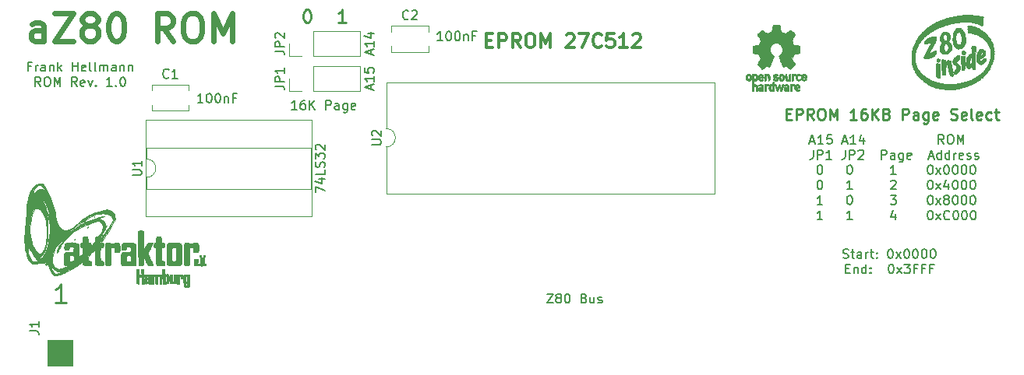
<source format=gbr>
G04 #@! TF.GenerationSoftware,KiCad,Pcbnew,(5.1.2)-2*
G04 #@! TF.CreationDate,2021-09-18T22:43:47+02:00*
G04 #@! TF.ProjectId,aZ80_ROM,615a3830-5f52-44f4-9d2e-6b696361645f,rev?*
G04 #@! TF.SameCoordinates,Original*
G04 #@! TF.FileFunction,Legend,Top*
G04 #@! TF.FilePolarity,Positive*
%FSLAX46Y46*%
G04 Gerber Fmt 4.6, Leading zero omitted, Abs format (unit mm)*
G04 Created by KiCad (PCBNEW (5.1.2)-2) date 2021-09-18 22:43:47*
%MOMM*%
%LPD*%
G04 APERTURE LIST*
%ADD10C,0.150000*%
%ADD11C,0.100000*%
%ADD12C,0.250000*%
%ADD13C,0.600000*%
%ADD14C,0.120000*%
%ADD15C,0.010000*%
%ADD16C,0.300000*%
G04 APERTURE END LIST*
D10*
X174046190Y-102449761D02*
X174189047Y-102497380D01*
X174427142Y-102497380D01*
X174522380Y-102449761D01*
X174570000Y-102402142D01*
X174617619Y-102306904D01*
X174617619Y-102211666D01*
X174570000Y-102116428D01*
X174522380Y-102068809D01*
X174427142Y-102021190D01*
X174236666Y-101973571D01*
X174141428Y-101925952D01*
X174093809Y-101878333D01*
X174046190Y-101783095D01*
X174046190Y-101687857D01*
X174093809Y-101592619D01*
X174141428Y-101545000D01*
X174236666Y-101497380D01*
X174474761Y-101497380D01*
X174617619Y-101545000D01*
X174903333Y-101830714D02*
X175284285Y-101830714D01*
X175046190Y-101497380D02*
X175046190Y-102354523D01*
X175093809Y-102449761D01*
X175189047Y-102497380D01*
X175284285Y-102497380D01*
X176046190Y-102497380D02*
X176046190Y-101973571D01*
X175998571Y-101878333D01*
X175903333Y-101830714D01*
X175712857Y-101830714D01*
X175617619Y-101878333D01*
X176046190Y-102449761D02*
X175950952Y-102497380D01*
X175712857Y-102497380D01*
X175617619Y-102449761D01*
X175570000Y-102354523D01*
X175570000Y-102259285D01*
X175617619Y-102164047D01*
X175712857Y-102116428D01*
X175950952Y-102116428D01*
X176046190Y-102068809D01*
X176522380Y-102497380D02*
X176522380Y-101830714D01*
X176522380Y-102021190D02*
X176570000Y-101925952D01*
X176617619Y-101878333D01*
X176712857Y-101830714D01*
X176808095Y-101830714D01*
X176998571Y-101830714D02*
X177379523Y-101830714D01*
X177141428Y-101497380D02*
X177141428Y-102354523D01*
X177189047Y-102449761D01*
X177284285Y-102497380D01*
X177379523Y-102497380D01*
X177712857Y-102402142D02*
X177760476Y-102449761D01*
X177712857Y-102497380D01*
X177665238Y-102449761D01*
X177712857Y-102402142D01*
X177712857Y-102497380D01*
X177712857Y-101878333D02*
X177760476Y-101925952D01*
X177712857Y-101973571D01*
X177665238Y-101925952D01*
X177712857Y-101878333D01*
X177712857Y-101973571D01*
X179141428Y-101497380D02*
X179236666Y-101497380D01*
X179331904Y-101545000D01*
X179379523Y-101592619D01*
X179427142Y-101687857D01*
X179474761Y-101878333D01*
X179474761Y-102116428D01*
X179427142Y-102306904D01*
X179379523Y-102402142D01*
X179331904Y-102449761D01*
X179236666Y-102497380D01*
X179141428Y-102497380D01*
X179046190Y-102449761D01*
X178998571Y-102402142D01*
X178950952Y-102306904D01*
X178903333Y-102116428D01*
X178903333Y-101878333D01*
X178950952Y-101687857D01*
X178998571Y-101592619D01*
X179046190Y-101545000D01*
X179141428Y-101497380D01*
X179808095Y-102497380D02*
X180331904Y-101830714D01*
X179808095Y-101830714D02*
X180331904Y-102497380D01*
X180903333Y-101497380D02*
X180998571Y-101497380D01*
X181093809Y-101545000D01*
X181141428Y-101592619D01*
X181189047Y-101687857D01*
X181236666Y-101878333D01*
X181236666Y-102116428D01*
X181189047Y-102306904D01*
X181141428Y-102402142D01*
X181093809Y-102449761D01*
X180998571Y-102497380D01*
X180903333Y-102497380D01*
X180808095Y-102449761D01*
X180760476Y-102402142D01*
X180712857Y-102306904D01*
X180665238Y-102116428D01*
X180665238Y-101878333D01*
X180712857Y-101687857D01*
X180760476Y-101592619D01*
X180808095Y-101545000D01*
X180903333Y-101497380D01*
X181855714Y-101497380D02*
X181950952Y-101497380D01*
X182046190Y-101545000D01*
X182093809Y-101592619D01*
X182141428Y-101687857D01*
X182189047Y-101878333D01*
X182189047Y-102116428D01*
X182141428Y-102306904D01*
X182093809Y-102402142D01*
X182046190Y-102449761D01*
X181950952Y-102497380D01*
X181855714Y-102497380D01*
X181760476Y-102449761D01*
X181712857Y-102402142D01*
X181665238Y-102306904D01*
X181617619Y-102116428D01*
X181617619Y-101878333D01*
X181665238Y-101687857D01*
X181712857Y-101592619D01*
X181760476Y-101545000D01*
X181855714Y-101497380D01*
X182808095Y-101497380D02*
X182903333Y-101497380D01*
X182998571Y-101545000D01*
X183046190Y-101592619D01*
X183093809Y-101687857D01*
X183141428Y-101878333D01*
X183141428Y-102116428D01*
X183093809Y-102306904D01*
X183046190Y-102402142D01*
X182998571Y-102449761D01*
X182903333Y-102497380D01*
X182808095Y-102497380D01*
X182712857Y-102449761D01*
X182665238Y-102402142D01*
X182617619Y-102306904D01*
X182570000Y-102116428D01*
X182570000Y-101878333D01*
X182617619Y-101687857D01*
X182665238Y-101592619D01*
X182712857Y-101545000D01*
X182808095Y-101497380D01*
X183760476Y-101497380D02*
X183855714Y-101497380D01*
X183950952Y-101545000D01*
X183998571Y-101592619D01*
X184046190Y-101687857D01*
X184093809Y-101878333D01*
X184093809Y-102116428D01*
X184046190Y-102306904D01*
X183998571Y-102402142D01*
X183950952Y-102449761D01*
X183855714Y-102497380D01*
X183760476Y-102497380D01*
X183665238Y-102449761D01*
X183617619Y-102402142D01*
X183570000Y-102306904D01*
X183522380Y-102116428D01*
X183522380Y-101878333D01*
X183570000Y-101687857D01*
X183617619Y-101592619D01*
X183665238Y-101545000D01*
X183760476Y-101497380D01*
X174308095Y-103623571D02*
X174641428Y-103623571D01*
X174784285Y-104147380D02*
X174308095Y-104147380D01*
X174308095Y-103147380D01*
X174784285Y-103147380D01*
X175212857Y-103480714D02*
X175212857Y-104147380D01*
X175212857Y-103575952D02*
X175260476Y-103528333D01*
X175355714Y-103480714D01*
X175498571Y-103480714D01*
X175593809Y-103528333D01*
X175641428Y-103623571D01*
X175641428Y-104147380D01*
X176546190Y-104147380D02*
X176546190Y-103147380D01*
X176546190Y-104099761D02*
X176450952Y-104147380D01*
X176260476Y-104147380D01*
X176165238Y-104099761D01*
X176117619Y-104052142D01*
X176070000Y-103956904D01*
X176070000Y-103671190D01*
X176117619Y-103575952D01*
X176165238Y-103528333D01*
X176260476Y-103480714D01*
X176450952Y-103480714D01*
X176546190Y-103528333D01*
X177022380Y-104052142D02*
X177070000Y-104099761D01*
X177022380Y-104147380D01*
X176974761Y-104099761D01*
X177022380Y-104052142D01*
X177022380Y-104147380D01*
X177022380Y-103528333D02*
X177070000Y-103575952D01*
X177022380Y-103623571D01*
X176974761Y-103575952D01*
X177022380Y-103528333D01*
X177022380Y-103623571D01*
X179212857Y-103147380D02*
X179308095Y-103147380D01*
X179403333Y-103195000D01*
X179450952Y-103242619D01*
X179498571Y-103337857D01*
X179546190Y-103528333D01*
X179546190Y-103766428D01*
X179498571Y-103956904D01*
X179450952Y-104052142D01*
X179403333Y-104099761D01*
X179308095Y-104147380D01*
X179212857Y-104147380D01*
X179117619Y-104099761D01*
X179070000Y-104052142D01*
X179022380Y-103956904D01*
X178974761Y-103766428D01*
X178974761Y-103528333D01*
X179022380Y-103337857D01*
X179070000Y-103242619D01*
X179117619Y-103195000D01*
X179212857Y-103147380D01*
X179879523Y-104147380D02*
X180403333Y-103480714D01*
X179879523Y-103480714D02*
X180403333Y-104147380D01*
X180689047Y-103147380D02*
X181308095Y-103147380D01*
X180974761Y-103528333D01*
X181117619Y-103528333D01*
X181212857Y-103575952D01*
X181260476Y-103623571D01*
X181308095Y-103718809D01*
X181308095Y-103956904D01*
X181260476Y-104052142D01*
X181212857Y-104099761D01*
X181117619Y-104147380D01*
X180831904Y-104147380D01*
X180736666Y-104099761D01*
X180689047Y-104052142D01*
X182070000Y-103623571D02*
X181736666Y-103623571D01*
X181736666Y-104147380D02*
X181736666Y-103147380D01*
X182212857Y-103147380D01*
X182927142Y-103623571D02*
X182593809Y-103623571D01*
X182593809Y-104147380D02*
X182593809Y-103147380D01*
X183070000Y-103147380D01*
X183784285Y-103623571D02*
X183450952Y-103623571D01*
X183450952Y-104147380D02*
X183450952Y-103147380D01*
X183927142Y-103147380D01*
D11*
G36*
X90297000Y-114173000D02*
G01*
X87630000Y-114173000D01*
X87630000Y-111379000D01*
X90297000Y-111379000D01*
X90297000Y-114173000D01*
G37*
X90297000Y-114173000D02*
X87630000Y-114173000D01*
X87630000Y-111379000D01*
X90297000Y-111379000D01*
X90297000Y-114173000D01*
D10*
X170467976Y-89767666D02*
X170944166Y-89767666D01*
X170372738Y-90053380D02*
X170706071Y-89053380D01*
X171039404Y-90053380D01*
X171896547Y-90053380D02*
X171325119Y-90053380D01*
X171610833Y-90053380D02*
X171610833Y-89053380D01*
X171515595Y-89196238D01*
X171420357Y-89291476D01*
X171325119Y-89339095D01*
X172801309Y-89053380D02*
X172325119Y-89053380D01*
X172277500Y-89529571D01*
X172325119Y-89481952D01*
X172420357Y-89434333D01*
X172658452Y-89434333D01*
X172753690Y-89481952D01*
X172801309Y-89529571D01*
X172848928Y-89624809D01*
X172848928Y-89862904D01*
X172801309Y-89958142D01*
X172753690Y-90005761D01*
X172658452Y-90053380D01*
X172420357Y-90053380D01*
X172325119Y-90005761D01*
X172277500Y-89958142D01*
X173991785Y-89767666D02*
X174467976Y-89767666D01*
X173896547Y-90053380D02*
X174229880Y-89053380D01*
X174563214Y-90053380D01*
X175420357Y-90053380D02*
X174848928Y-90053380D01*
X175134642Y-90053380D02*
X175134642Y-89053380D01*
X175039404Y-89196238D01*
X174944166Y-89291476D01*
X174848928Y-89339095D01*
X176277500Y-89386714D02*
X176277500Y-90053380D01*
X176039404Y-89005761D02*
X175801309Y-89720047D01*
X176420357Y-89720047D01*
X184991785Y-90053380D02*
X184658452Y-89577190D01*
X184420357Y-90053380D02*
X184420357Y-89053380D01*
X184801309Y-89053380D01*
X184896547Y-89101000D01*
X184944166Y-89148619D01*
X184991785Y-89243857D01*
X184991785Y-89386714D01*
X184944166Y-89481952D01*
X184896547Y-89529571D01*
X184801309Y-89577190D01*
X184420357Y-89577190D01*
X185610833Y-89053380D02*
X185801309Y-89053380D01*
X185896547Y-89101000D01*
X185991785Y-89196238D01*
X186039404Y-89386714D01*
X186039404Y-89720047D01*
X185991785Y-89910523D01*
X185896547Y-90005761D01*
X185801309Y-90053380D01*
X185610833Y-90053380D01*
X185515595Y-90005761D01*
X185420357Y-89910523D01*
X185372738Y-89720047D01*
X185372738Y-89386714D01*
X185420357Y-89196238D01*
X185515595Y-89101000D01*
X185610833Y-89053380D01*
X186467976Y-90053380D02*
X186467976Y-89053380D01*
X186801309Y-89767666D01*
X187134642Y-89053380D01*
X187134642Y-90053380D01*
X170801309Y-90703380D02*
X170801309Y-91417666D01*
X170753690Y-91560523D01*
X170658452Y-91655761D01*
X170515595Y-91703380D01*
X170420357Y-91703380D01*
X171277500Y-91703380D02*
X171277500Y-90703380D01*
X171658452Y-90703380D01*
X171753690Y-90751000D01*
X171801309Y-90798619D01*
X171848928Y-90893857D01*
X171848928Y-91036714D01*
X171801309Y-91131952D01*
X171753690Y-91179571D01*
X171658452Y-91227190D01*
X171277500Y-91227190D01*
X172801309Y-91703380D02*
X172229880Y-91703380D01*
X172515595Y-91703380D02*
X172515595Y-90703380D01*
X172420357Y-90846238D01*
X172325119Y-90941476D01*
X172229880Y-90989095D01*
X174277500Y-90703380D02*
X174277500Y-91417666D01*
X174229880Y-91560523D01*
X174134642Y-91655761D01*
X173991785Y-91703380D01*
X173896547Y-91703380D01*
X174753690Y-91703380D02*
X174753690Y-90703380D01*
X175134642Y-90703380D01*
X175229880Y-90751000D01*
X175277500Y-90798619D01*
X175325119Y-90893857D01*
X175325119Y-91036714D01*
X175277500Y-91131952D01*
X175229880Y-91179571D01*
X175134642Y-91227190D01*
X174753690Y-91227190D01*
X175706071Y-90798619D02*
X175753690Y-90751000D01*
X175848928Y-90703380D01*
X176087023Y-90703380D01*
X176182261Y-90751000D01*
X176229880Y-90798619D01*
X176277500Y-90893857D01*
X176277500Y-90989095D01*
X176229880Y-91131952D01*
X175658452Y-91703380D01*
X176277500Y-91703380D01*
X178229880Y-91703380D02*
X178229880Y-90703380D01*
X178610833Y-90703380D01*
X178706071Y-90751000D01*
X178753690Y-90798619D01*
X178801309Y-90893857D01*
X178801309Y-91036714D01*
X178753690Y-91131952D01*
X178706071Y-91179571D01*
X178610833Y-91227190D01*
X178229880Y-91227190D01*
X179658452Y-91703380D02*
X179658452Y-91179571D01*
X179610833Y-91084333D01*
X179515595Y-91036714D01*
X179325119Y-91036714D01*
X179229880Y-91084333D01*
X179658452Y-91655761D02*
X179563214Y-91703380D01*
X179325119Y-91703380D01*
X179229880Y-91655761D01*
X179182261Y-91560523D01*
X179182261Y-91465285D01*
X179229880Y-91370047D01*
X179325119Y-91322428D01*
X179563214Y-91322428D01*
X179658452Y-91274809D01*
X180563214Y-91036714D02*
X180563214Y-91846238D01*
X180515595Y-91941476D01*
X180467976Y-91989095D01*
X180372738Y-92036714D01*
X180229880Y-92036714D01*
X180134642Y-91989095D01*
X180563214Y-91655761D02*
X180467976Y-91703380D01*
X180277500Y-91703380D01*
X180182261Y-91655761D01*
X180134642Y-91608142D01*
X180087023Y-91512904D01*
X180087023Y-91227190D01*
X180134642Y-91131952D01*
X180182261Y-91084333D01*
X180277500Y-91036714D01*
X180467976Y-91036714D01*
X180563214Y-91084333D01*
X181420357Y-91655761D02*
X181325119Y-91703380D01*
X181134642Y-91703380D01*
X181039404Y-91655761D01*
X180991785Y-91560523D01*
X180991785Y-91179571D01*
X181039404Y-91084333D01*
X181134642Y-91036714D01*
X181325119Y-91036714D01*
X181420357Y-91084333D01*
X181467976Y-91179571D01*
X181467976Y-91274809D01*
X180991785Y-91370047D01*
X183372738Y-91417666D02*
X183848928Y-91417666D01*
X183277500Y-91703380D02*
X183610833Y-90703380D01*
X183944166Y-91703380D01*
X184706071Y-91703380D02*
X184706071Y-90703380D01*
X184706071Y-91655761D02*
X184610833Y-91703380D01*
X184420357Y-91703380D01*
X184325119Y-91655761D01*
X184277500Y-91608142D01*
X184229880Y-91512904D01*
X184229880Y-91227190D01*
X184277500Y-91131952D01*
X184325119Y-91084333D01*
X184420357Y-91036714D01*
X184610833Y-91036714D01*
X184706071Y-91084333D01*
X185610833Y-91703380D02*
X185610833Y-90703380D01*
X185610833Y-91655761D02*
X185515595Y-91703380D01*
X185325119Y-91703380D01*
X185229880Y-91655761D01*
X185182261Y-91608142D01*
X185134642Y-91512904D01*
X185134642Y-91227190D01*
X185182261Y-91131952D01*
X185229880Y-91084333D01*
X185325119Y-91036714D01*
X185515595Y-91036714D01*
X185610833Y-91084333D01*
X186087023Y-91703380D02*
X186087023Y-91036714D01*
X186087023Y-91227190D02*
X186134642Y-91131952D01*
X186182261Y-91084333D01*
X186277500Y-91036714D01*
X186372738Y-91036714D01*
X187087023Y-91655761D02*
X186991785Y-91703380D01*
X186801309Y-91703380D01*
X186706071Y-91655761D01*
X186658452Y-91560523D01*
X186658452Y-91179571D01*
X186706071Y-91084333D01*
X186801309Y-91036714D01*
X186991785Y-91036714D01*
X187087023Y-91084333D01*
X187134642Y-91179571D01*
X187134642Y-91274809D01*
X186658452Y-91370047D01*
X187515595Y-91655761D02*
X187610833Y-91703380D01*
X187801309Y-91703380D01*
X187896547Y-91655761D01*
X187944166Y-91560523D01*
X187944166Y-91512904D01*
X187896547Y-91417666D01*
X187801309Y-91370047D01*
X187658452Y-91370047D01*
X187563214Y-91322428D01*
X187515595Y-91227190D01*
X187515595Y-91179571D01*
X187563214Y-91084333D01*
X187658452Y-91036714D01*
X187801309Y-91036714D01*
X187896547Y-91084333D01*
X188325119Y-91655761D02*
X188420357Y-91703380D01*
X188610833Y-91703380D01*
X188706071Y-91655761D01*
X188753690Y-91560523D01*
X188753690Y-91512904D01*
X188706071Y-91417666D01*
X188610833Y-91370047D01*
X188467976Y-91370047D01*
X188372738Y-91322428D01*
X188325119Y-91227190D01*
X188325119Y-91179571D01*
X188372738Y-91084333D01*
X188467976Y-91036714D01*
X188610833Y-91036714D01*
X188706071Y-91084333D01*
X171467976Y-92353380D02*
X171563214Y-92353380D01*
X171658452Y-92401000D01*
X171706071Y-92448619D01*
X171753690Y-92543857D01*
X171801309Y-92734333D01*
X171801309Y-92972428D01*
X171753690Y-93162904D01*
X171706071Y-93258142D01*
X171658452Y-93305761D01*
X171563214Y-93353380D01*
X171467976Y-93353380D01*
X171372738Y-93305761D01*
X171325119Y-93258142D01*
X171277500Y-93162904D01*
X171229880Y-92972428D01*
X171229880Y-92734333D01*
X171277500Y-92543857D01*
X171325119Y-92448619D01*
X171372738Y-92401000D01*
X171467976Y-92353380D01*
X174706071Y-92353380D02*
X174801309Y-92353380D01*
X174896547Y-92401000D01*
X174944166Y-92448619D01*
X174991785Y-92543857D01*
X175039404Y-92734333D01*
X175039404Y-92972428D01*
X174991785Y-93162904D01*
X174944166Y-93258142D01*
X174896547Y-93305761D01*
X174801309Y-93353380D01*
X174706071Y-93353380D01*
X174610833Y-93305761D01*
X174563214Y-93258142D01*
X174515595Y-93162904D01*
X174467976Y-92972428D01*
X174467976Y-92734333D01*
X174515595Y-92543857D01*
X174563214Y-92448619D01*
X174610833Y-92401000D01*
X174706071Y-92353380D01*
X179801309Y-93353380D02*
X179229880Y-93353380D01*
X179515595Y-93353380D02*
X179515595Y-92353380D01*
X179420357Y-92496238D01*
X179325119Y-92591476D01*
X179229880Y-92639095D01*
X183467976Y-92353380D02*
X183563214Y-92353380D01*
X183658452Y-92401000D01*
X183706071Y-92448619D01*
X183753690Y-92543857D01*
X183801309Y-92734333D01*
X183801309Y-92972428D01*
X183753690Y-93162904D01*
X183706071Y-93258142D01*
X183658452Y-93305761D01*
X183563214Y-93353380D01*
X183467976Y-93353380D01*
X183372738Y-93305761D01*
X183325119Y-93258142D01*
X183277500Y-93162904D01*
X183229880Y-92972428D01*
X183229880Y-92734333D01*
X183277500Y-92543857D01*
X183325119Y-92448619D01*
X183372738Y-92401000D01*
X183467976Y-92353380D01*
X184134642Y-93353380D02*
X184658452Y-92686714D01*
X184134642Y-92686714D02*
X184658452Y-93353380D01*
X185229880Y-92353380D02*
X185325119Y-92353380D01*
X185420357Y-92401000D01*
X185467976Y-92448619D01*
X185515595Y-92543857D01*
X185563214Y-92734333D01*
X185563214Y-92972428D01*
X185515595Y-93162904D01*
X185467976Y-93258142D01*
X185420357Y-93305761D01*
X185325119Y-93353380D01*
X185229880Y-93353380D01*
X185134642Y-93305761D01*
X185087023Y-93258142D01*
X185039404Y-93162904D01*
X184991785Y-92972428D01*
X184991785Y-92734333D01*
X185039404Y-92543857D01*
X185087023Y-92448619D01*
X185134642Y-92401000D01*
X185229880Y-92353380D01*
X186182261Y-92353380D02*
X186277500Y-92353380D01*
X186372738Y-92401000D01*
X186420357Y-92448619D01*
X186467976Y-92543857D01*
X186515595Y-92734333D01*
X186515595Y-92972428D01*
X186467976Y-93162904D01*
X186420357Y-93258142D01*
X186372738Y-93305761D01*
X186277500Y-93353380D01*
X186182261Y-93353380D01*
X186087023Y-93305761D01*
X186039404Y-93258142D01*
X185991785Y-93162904D01*
X185944166Y-92972428D01*
X185944166Y-92734333D01*
X185991785Y-92543857D01*
X186039404Y-92448619D01*
X186087023Y-92401000D01*
X186182261Y-92353380D01*
X187134642Y-92353380D02*
X187229880Y-92353380D01*
X187325119Y-92401000D01*
X187372738Y-92448619D01*
X187420357Y-92543857D01*
X187467976Y-92734333D01*
X187467976Y-92972428D01*
X187420357Y-93162904D01*
X187372738Y-93258142D01*
X187325119Y-93305761D01*
X187229880Y-93353380D01*
X187134642Y-93353380D01*
X187039404Y-93305761D01*
X186991785Y-93258142D01*
X186944166Y-93162904D01*
X186896547Y-92972428D01*
X186896547Y-92734333D01*
X186944166Y-92543857D01*
X186991785Y-92448619D01*
X187039404Y-92401000D01*
X187134642Y-92353380D01*
X188087023Y-92353380D02*
X188182261Y-92353380D01*
X188277500Y-92401000D01*
X188325119Y-92448619D01*
X188372738Y-92543857D01*
X188420357Y-92734333D01*
X188420357Y-92972428D01*
X188372738Y-93162904D01*
X188325119Y-93258142D01*
X188277500Y-93305761D01*
X188182261Y-93353380D01*
X188087023Y-93353380D01*
X187991785Y-93305761D01*
X187944166Y-93258142D01*
X187896547Y-93162904D01*
X187848928Y-92972428D01*
X187848928Y-92734333D01*
X187896547Y-92543857D01*
X187944166Y-92448619D01*
X187991785Y-92401000D01*
X188087023Y-92353380D01*
X171467976Y-94003380D02*
X171563214Y-94003380D01*
X171658452Y-94051000D01*
X171706071Y-94098619D01*
X171753690Y-94193857D01*
X171801309Y-94384333D01*
X171801309Y-94622428D01*
X171753690Y-94812904D01*
X171706071Y-94908142D01*
X171658452Y-94955761D01*
X171563214Y-95003380D01*
X171467976Y-95003380D01*
X171372738Y-94955761D01*
X171325119Y-94908142D01*
X171277500Y-94812904D01*
X171229880Y-94622428D01*
X171229880Y-94384333D01*
X171277500Y-94193857D01*
X171325119Y-94098619D01*
X171372738Y-94051000D01*
X171467976Y-94003380D01*
X175039404Y-95003380D02*
X174467976Y-95003380D01*
X174753690Y-95003380D02*
X174753690Y-94003380D01*
X174658452Y-94146238D01*
X174563214Y-94241476D01*
X174467976Y-94289095D01*
X179229880Y-94098619D02*
X179277500Y-94051000D01*
X179372738Y-94003380D01*
X179610833Y-94003380D01*
X179706071Y-94051000D01*
X179753690Y-94098619D01*
X179801309Y-94193857D01*
X179801309Y-94289095D01*
X179753690Y-94431952D01*
X179182261Y-95003380D01*
X179801309Y-95003380D01*
X183467976Y-94003380D02*
X183563214Y-94003380D01*
X183658452Y-94051000D01*
X183706071Y-94098619D01*
X183753690Y-94193857D01*
X183801309Y-94384333D01*
X183801309Y-94622428D01*
X183753690Y-94812904D01*
X183706071Y-94908142D01*
X183658452Y-94955761D01*
X183563214Y-95003380D01*
X183467976Y-95003380D01*
X183372738Y-94955761D01*
X183325119Y-94908142D01*
X183277500Y-94812904D01*
X183229880Y-94622428D01*
X183229880Y-94384333D01*
X183277500Y-94193857D01*
X183325119Y-94098619D01*
X183372738Y-94051000D01*
X183467976Y-94003380D01*
X184134642Y-95003380D02*
X184658452Y-94336714D01*
X184134642Y-94336714D02*
X184658452Y-95003380D01*
X185467976Y-94336714D02*
X185467976Y-95003380D01*
X185229880Y-93955761D02*
X184991785Y-94670047D01*
X185610833Y-94670047D01*
X186182261Y-94003380D02*
X186277500Y-94003380D01*
X186372738Y-94051000D01*
X186420357Y-94098619D01*
X186467976Y-94193857D01*
X186515595Y-94384333D01*
X186515595Y-94622428D01*
X186467976Y-94812904D01*
X186420357Y-94908142D01*
X186372738Y-94955761D01*
X186277500Y-95003380D01*
X186182261Y-95003380D01*
X186087023Y-94955761D01*
X186039404Y-94908142D01*
X185991785Y-94812904D01*
X185944166Y-94622428D01*
X185944166Y-94384333D01*
X185991785Y-94193857D01*
X186039404Y-94098619D01*
X186087023Y-94051000D01*
X186182261Y-94003380D01*
X187134642Y-94003380D02*
X187229880Y-94003380D01*
X187325119Y-94051000D01*
X187372738Y-94098619D01*
X187420357Y-94193857D01*
X187467976Y-94384333D01*
X187467976Y-94622428D01*
X187420357Y-94812904D01*
X187372738Y-94908142D01*
X187325119Y-94955761D01*
X187229880Y-95003380D01*
X187134642Y-95003380D01*
X187039404Y-94955761D01*
X186991785Y-94908142D01*
X186944166Y-94812904D01*
X186896547Y-94622428D01*
X186896547Y-94384333D01*
X186944166Y-94193857D01*
X186991785Y-94098619D01*
X187039404Y-94051000D01*
X187134642Y-94003380D01*
X188087023Y-94003380D02*
X188182261Y-94003380D01*
X188277500Y-94051000D01*
X188325119Y-94098619D01*
X188372738Y-94193857D01*
X188420357Y-94384333D01*
X188420357Y-94622428D01*
X188372738Y-94812904D01*
X188325119Y-94908142D01*
X188277500Y-94955761D01*
X188182261Y-95003380D01*
X188087023Y-95003380D01*
X187991785Y-94955761D01*
X187944166Y-94908142D01*
X187896547Y-94812904D01*
X187848928Y-94622428D01*
X187848928Y-94384333D01*
X187896547Y-94193857D01*
X187944166Y-94098619D01*
X187991785Y-94051000D01*
X188087023Y-94003380D01*
X171801309Y-96653380D02*
X171229880Y-96653380D01*
X171515595Y-96653380D02*
X171515595Y-95653380D01*
X171420357Y-95796238D01*
X171325119Y-95891476D01*
X171229880Y-95939095D01*
X174706071Y-95653380D02*
X174801309Y-95653380D01*
X174896547Y-95701000D01*
X174944166Y-95748619D01*
X174991785Y-95843857D01*
X175039404Y-96034333D01*
X175039404Y-96272428D01*
X174991785Y-96462904D01*
X174944166Y-96558142D01*
X174896547Y-96605761D01*
X174801309Y-96653380D01*
X174706071Y-96653380D01*
X174610833Y-96605761D01*
X174563214Y-96558142D01*
X174515595Y-96462904D01*
X174467976Y-96272428D01*
X174467976Y-96034333D01*
X174515595Y-95843857D01*
X174563214Y-95748619D01*
X174610833Y-95701000D01*
X174706071Y-95653380D01*
X179182261Y-95653380D02*
X179801309Y-95653380D01*
X179467976Y-96034333D01*
X179610833Y-96034333D01*
X179706071Y-96081952D01*
X179753690Y-96129571D01*
X179801309Y-96224809D01*
X179801309Y-96462904D01*
X179753690Y-96558142D01*
X179706071Y-96605761D01*
X179610833Y-96653380D01*
X179325119Y-96653380D01*
X179229880Y-96605761D01*
X179182261Y-96558142D01*
X183467976Y-95653380D02*
X183563214Y-95653380D01*
X183658452Y-95701000D01*
X183706071Y-95748619D01*
X183753690Y-95843857D01*
X183801309Y-96034333D01*
X183801309Y-96272428D01*
X183753690Y-96462904D01*
X183706071Y-96558142D01*
X183658452Y-96605761D01*
X183563214Y-96653380D01*
X183467976Y-96653380D01*
X183372738Y-96605761D01*
X183325119Y-96558142D01*
X183277500Y-96462904D01*
X183229880Y-96272428D01*
X183229880Y-96034333D01*
X183277500Y-95843857D01*
X183325119Y-95748619D01*
X183372738Y-95701000D01*
X183467976Y-95653380D01*
X184134642Y-96653380D02*
X184658452Y-95986714D01*
X184134642Y-95986714D02*
X184658452Y-96653380D01*
X185182261Y-96081952D02*
X185087023Y-96034333D01*
X185039404Y-95986714D01*
X184991785Y-95891476D01*
X184991785Y-95843857D01*
X185039404Y-95748619D01*
X185087023Y-95701000D01*
X185182261Y-95653380D01*
X185372738Y-95653380D01*
X185467976Y-95701000D01*
X185515595Y-95748619D01*
X185563214Y-95843857D01*
X185563214Y-95891476D01*
X185515595Y-95986714D01*
X185467976Y-96034333D01*
X185372738Y-96081952D01*
X185182261Y-96081952D01*
X185087023Y-96129571D01*
X185039404Y-96177190D01*
X184991785Y-96272428D01*
X184991785Y-96462904D01*
X185039404Y-96558142D01*
X185087023Y-96605761D01*
X185182261Y-96653380D01*
X185372738Y-96653380D01*
X185467976Y-96605761D01*
X185515595Y-96558142D01*
X185563214Y-96462904D01*
X185563214Y-96272428D01*
X185515595Y-96177190D01*
X185467976Y-96129571D01*
X185372738Y-96081952D01*
X186182261Y-95653380D02*
X186277500Y-95653380D01*
X186372738Y-95701000D01*
X186420357Y-95748619D01*
X186467976Y-95843857D01*
X186515595Y-96034333D01*
X186515595Y-96272428D01*
X186467976Y-96462904D01*
X186420357Y-96558142D01*
X186372738Y-96605761D01*
X186277500Y-96653380D01*
X186182261Y-96653380D01*
X186087023Y-96605761D01*
X186039404Y-96558142D01*
X185991785Y-96462904D01*
X185944166Y-96272428D01*
X185944166Y-96034333D01*
X185991785Y-95843857D01*
X186039404Y-95748619D01*
X186087023Y-95701000D01*
X186182261Y-95653380D01*
X187134642Y-95653380D02*
X187229880Y-95653380D01*
X187325119Y-95701000D01*
X187372738Y-95748619D01*
X187420357Y-95843857D01*
X187467976Y-96034333D01*
X187467976Y-96272428D01*
X187420357Y-96462904D01*
X187372738Y-96558142D01*
X187325119Y-96605761D01*
X187229880Y-96653380D01*
X187134642Y-96653380D01*
X187039404Y-96605761D01*
X186991785Y-96558142D01*
X186944166Y-96462904D01*
X186896547Y-96272428D01*
X186896547Y-96034333D01*
X186944166Y-95843857D01*
X186991785Y-95748619D01*
X187039404Y-95701000D01*
X187134642Y-95653380D01*
X188087023Y-95653380D02*
X188182261Y-95653380D01*
X188277500Y-95701000D01*
X188325119Y-95748619D01*
X188372738Y-95843857D01*
X188420357Y-96034333D01*
X188420357Y-96272428D01*
X188372738Y-96462904D01*
X188325119Y-96558142D01*
X188277500Y-96605761D01*
X188182261Y-96653380D01*
X188087023Y-96653380D01*
X187991785Y-96605761D01*
X187944166Y-96558142D01*
X187896547Y-96462904D01*
X187848928Y-96272428D01*
X187848928Y-96034333D01*
X187896547Y-95843857D01*
X187944166Y-95748619D01*
X187991785Y-95701000D01*
X188087023Y-95653380D01*
X171801309Y-98303380D02*
X171229880Y-98303380D01*
X171515595Y-98303380D02*
X171515595Y-97303380D01*
X171420357Y-97446238D01*
X171325119Y-97541476D01*
X171229880Y-97589095D01*
X175039404Y-98303380D02*
X174467976Y-98303380D01*
X174753690Y-98303380D02*
X174753690Y-97303380D01*
X174658452Y-97446238D01*
X174563214Y-97541476D01*
X174467976Y-97589095D01*
X179706071Y-97636714D02*
X179706071Y-98303380D01*
X179467976Y-97255761D02*
X179229880Y-97970047D01*
X179848928Y-97970047D01*
X183467976Y-97303380D02*
X183563214Y-97303380D01*
X183658452Y-97351000D01*
X183706071Y-97398619D01*
X183753690Y-97493857D01*
X183801309Y-97684333D01*
X183801309Y-97922428D01*
X183753690Y-98112904D01*
X183706071Y-98208142D01*
X183658452Y-98255761D01*
X183563214Y-98303380D01*
X183467976Y-98303380D01*
X183372738Y-98255761D01*
X183325119Y-98208142D01*
X183277500Y-98112904D01*
X183229880Y-97922428D01*
X183229880Y-97684333D01*
X183277500Y-97493857D01*
X183325119Y-97398619D01*
X183372738Y-97351000D01*
X183467976Y-97303380D01*
X184134642Y-98303380D02*
X184658452Y-97636714D01*
X184134642Y-97636714D02*
X184658452Y-98303380D01*
X185610833Y-98208142D02*
X185563214Y-98255761D01*
X185420357Y-98303380D01*
X185325119Y-98303380D01*
X185182261Y-98255761D01*
X185087023Y-98160523D01*
X185039404Y-98065285D01*
X184991785Y-97874809D01*
X184991785Y-97731952D01*
X185039404Y-97541476D01*
X185087023Y-97446238D01*
X185182261Y-97351000D01*
X185325119Y-97303380D01*
X185420357Y-97303380D01*
X185563214Y-97351000D01*
X185610833Y-97398619D01*
X186229880Y-97303380D02*
X186325119Y-97303380D01*
X186420357Y-97351000D01*
X186467976Y-97398619D01*
X186515595Y-97493857D01*
X186563214Y-97684333D01*
X186563214Y-97922428D01*
X186515595Y-98112904D01*
X186467976Y-98208142D01*
X186420357Y-98255761D01*
X186325119Y-98303380D01*
X186229880Y-98303380D01*
X186134642Y-98255761D01*
X186087023Y-98208142D01*
X186039404Y-98112904D01*
X185991785Y-97922428D01*
X185991785Y-97684333D01*
X186039404Y-97493857D01*
X186087023Y-97398619D01*
X186134642Y-97351000D01*
X186229880Y-97303380D01*
X187182261Y-97303380D02*
X187277500Y-97303380D01*
X187372738Y-97351000D01*
X187420357Y-97398619D01*
X187467976Y-97493857D01*
X187515595Y-97684333D01*
X187515595Y-97922428D01*
X187467976Y-98112904D01*
X187420357Y-98208142D01*
X187372738Y-98255761D01*
X187277500Y-98303380D01*
X187182261Y-98303380D01*
X187087023Y-98255761D01*
X187039404Y-98208142D01*
X186991785Y-98112904D01*
X186944166Y-97922428D01*
X186944166Y-97684333D01*
X186991785Y-97493857D01*
X187039404Y-97398619D01*
X187087023Y-97351000D01*
X187182261Y-97303380D01*
X188134642Y-97303380D02*
X188229880Y-97303380D01*
X188325119Y-97351000D01*
X188372738Y-97398619D01*
X188420357Y-97493857D01*
X188467976Y-97684333D01*
X188467976Y-97922428D01*
X188420357Y-98112904D01*
X188372738Y-98208142D01*
X188325119Y-98255761D01*
X188229880Y-98303380D01*
X188134642Y-98303380D01*
X188039404Y-98255761D01*
X187991785Y-98208142D01*
X187944166Y-98112904D01*
X187896547Y-97922428D01*
X187896547Y-97684333D01*
X187944166Y-97493857D01*
X187991785Y-97398619D01*
X188039404Y-97351000D01*
X188134642Y-97303380D01*
D12*
X167866857Y-86782285D02*
X168266857Y-86782285D01*
X168438285Y-87410857D02*
X167866857Y-87410857D01*
X167866857Y-86210857D01*
X168438285Y-86210857D01*
X168952571Y-87410857D02*
X168952571Y-86210857D01*
X169409714Y-86210857D01*
X169524000Y-86268000D01*
X169581142Y-86325142D01*
X169638285Y-86439428D01*
X169638285Y-86610857D01*
X169581142Y-86725142D01*
X169524000Y-86782285D01*
X169409714Y-86839428D01*
X168952571Y-86839428D01*
X170838285Y-87410857D02*
X170438285Y-86839428D01*
X170152571Y-87410857D02*
X170152571Y-86210857D01*
X170609714Y-86210857D01*
X170724000Y-86268000D01*
X170781142Y-86325142D01*
X170838285Y-86439428D01*
X170838285Y-86610857D01*
X170781142Y-86725142D01*
X170724000Y-86782285D01*
X170609714Y-86839428D01*
X170152571Y-86839428D01*
X171581142Y-86210857D02*
X171809714Y-86210857D01*
X171924000Y-86268000D01*
X172038285Y-86382285D01*
X172095428Y-86610857D01*
X172095428Y-87010857D01*
X172038285Y-87239428D01*
X171924000Y-87353714D01*
X171809714Y-87410857D01*
X171581142Y-87410857D01*
X171466857Y-87353714D01*
X171352571Y-87239428D01*
X171295428Y-87010857D01*
X171295428Y-86610857D01*
X171352571Y-86382285D01*
X171466857Y-86268000D01*
X171581142Y-86210857D01*
X172609714Y-87410857D02*
X172609714Y-86210857D01*
X173009714Y-87068000D01*
X173409714Y-86210857D01*
X173409714Y-87410857D01*
X175524000Y-87410857D02*
X174838285Y-87410857D01*
X175181142Y-87410857D02*
X175181142Y-86210857D01*
X175066857Y-86382285D01*
X174952571Y-86496571D01*
X174838285Y-86553714D01*
X176552571Y-86210857D02*
X176324000Y-86210857D01*
X176209714Y-86268000D01*
X176152571Y-86325142D01*
X176038285Y-86496571D01*
X175981142Y-86725142D01*
X175981142Y-87182285D01*
X176038285Y-87296571D01*
X176095428Y-87353714D01*
X176209714Y-87410857D01*
X176438285Y-87410857D01*
X176552571Y-87353714D01*
X176609714Y-87296571D01*
X176666857Y-87182285D01*
X176666857Y-86896571D01*
X176609714Y-86782285D01*
X176552571Y-86725142D01*
X176438285Y-86668000D01*
X176209714Y-86668000D01*
X176095428Y-86725142D01*
X176038285Y-86782285D01*
X175981142Y-86896571D01*
X177181142Y-87410857D02*
X177181142Y-86210857D01*
X177866857Y-87410857D02*
X177352571Y-86725142D01*
X177866857Y-86210857D02*
X177181142Y-86896571D01*
X178781142Y-86782285D02*
X178952571Y-86839428D01*
X179009714Y-86896571D01*
X179066857Y-87010857D01*
X179066857Y-87182285D01*
X179009714Y-87296571D01*
X178952571Y-87353714D01*
X178838285Y-87410857D01*
X178381142Y-87410857D01*
X178381142Y-86210857D01*
X178781142Y-86210857D01*
X178895428Y-86268000D01*
X178952571Y-86325142D01*
X179009714Y-86439428D01*
X179009714Y-86553714D01*
X178952571Y-86668000D01*
X178895428Y-86725142D01*
X178781142Y-86782285D01*
X178381142Y-86782285D01*
X180495428Y-87410857D02*
X180495428Y-86210857D01*
X180952571Y-86210857D01*
X181066857Y-86268000D01*
X181124000Y-86325142D01*
X181181142Y-86439428D01*
X181181142Y-86610857D01*
X181124000Y-86725142D01*
X181066857Y-86782285D01*
X180952571Y-86839428D01*
X180495428Y-86839428D01*
X182209714Y-87410857D02*
X182209714Y-86782285D01*
X182152571Y-86668000D01*
X182038285Y-86610857D01*
X181809714Y-86610857D01*
X181695428Y-86668000D01*
X182209714Y-87353714D02*
X182095428Y-87410857D01*
X181809714Y-87410857D01*
X181695428Y-87353714D01*
X181638285Y-87239428D01*
X181638285Y-87125142D01*
X181695428Y-87010857D01*
X181809714Y-86953714D01*
X182095428Y-86953714D01*
X182209714Y-86896571D01*
X183295428Y-86610857D02*
X183295428Y-87582285D01*
X183238285Y-87696571D01*
X183181142Y-87753714D01*
X183066857Y-87810857D01*
X182895428Y-87810857D01*
X182781142Y-87753714D01*
X183295428Y-87353714D02*
X183181142Y-87410857D01*
X182952571Y-87410857D01*
X182838285Y-87353714D01*
X182781142Y-87296571D01*
X182724000Y-87182285D01*
X182724000Y-86839428D01*
X182781142Y-86725142D01*
X182838285Y-86668000D01*
X182952571Y-86610857D01*
X183181142Y-86610857D01*
X183295428Y-86668000D01*
X184324000Y-87353714D02*
X184209714Y-87410857D01*
X183981142Y-87410857D01*
X183866857Y-87353714D01*
X183809714Y-87239428D01*
X183809714Y-86782285D01*
X183866857Y-86668000D01*
X183981142Y-86610857D01*
X184209714Y-86610857D01*
X184324000Y-86668000D01*
X184381142Y-86782285D01*
X184381142Y-86896571D01*
X183809714Y-87010857D01*
X185752571Y-87353714D02*
X185924000Y-87410857D01*
X186209714Y-87410857D01*
X186324000Y-87353714D01*
X186381142Y-87296571D01*
X186438285Y-87182285D01*
X186438285Y-87068000D01*
X186381142Y-86953714D01*
X186324000Y-86896571D01*
X186209714Y-86839428D01*
X185981142Y-86782285D01*
X185866857Y-86725142D01*
X185809714Y-86668000D01*
X185752571Y-86553714D01*
X185752571Y-86439428D01*
X185809714Y-86325142D01*
X185866857Y-86268000D01*
X185981142Y-86210857D01*
X186266857Y-86210857D01*
X186438285Y-86268000D01*
X187409714Y-87353714D02*
X187295428Y-87410857D01*
X187066857Y-87410857D01*
X186952571Y-87353714D01*
X186895428Y-87239428D01*
X186895428Y-86782285D01*
X186952571Y-86668000D01*
X187066857Y-86610857D01*
X187295428Y-86610857D01*
X187409714Y-86668000D01*
X187466857Y-86782285D01*
X187466857Y-86896571D01*
X186895428Y-87010857D01*
X188152571Y-87410857D02*
X188038285Y-87353714D01*
X187981142Y-87239428D01*
X187981142Y-86210857D01*
X189066857Y-87353714D02*
X188952571Y-87410857D01*
X188724000Y-87410857D01*
X188609714Y-87353714D01*
X188552571Y-87239428D01*
X188552571Y-86782285D01*
X188609714Y-86668000D01*
X188724000Y-86610857D01*
X188952571Y-86610857D01*
X189066857Y-86668000D01*
X189124000Y-86782285D01*
X189124000Y-86896571D01*
X188552571Y-87010857D01*
X190152571Y-87353714D02*
X190038285Y-87410857D01*
X189809714Y-87410857D01*
X189695428Y-87353714D01*
X189638285Y-87296571D01*
X189581142Y-87182285D01*
X189581142Y-86839428D01*
X189638285Y-86725142D01*
X189695428Y-86668000D01*
X189809714Y-86610857D01*
X190038285Y-86610857D01*
X190152571Y-86668000D01*
X190495428Y-86610857D02*
X190952571Y-86610857D01*
X190666857Y-86210857D02*
X190666857Y-87239428D01*
X190724000Y-87353714D01*
X190838285Y-87410857D01*
X190952571Y-87410857D01*
D10*
X114697238Y-86304380D02*
X114125809Y-86304380D01*
X114411523Y-86304380D02*
X114411523Y-85304380D01*
X114316285Y-85447238D01*
X114221047Y-85542476D01*
X114125809Y-85590095D01*
X115554380Y-85304380D02*
X115363904Y-85304380D01*
X115268666Y-85352000D01*
X115221047Y-85399619D01*
X115125809Y-85542476D01*
X115078190Y-85732952D01*
X115078190Y-86113904D01*
X115125809Y-86209142D01*
X115173428Y-86256761D01*
X115268666Y-86304380D01*
X115459142Y-86304380D01*
X115554380Y-86256761D01*
X115602000Y-86209142D01*
X115649619Y-86113904D01*
X115649619Y-85875809D01*
X115602000Y-85780571D01*
X115554380Y-85732952D01*
X115459142Y-85685333D01*
X115268666Y-85685333D01*
X115173428Y-85732952D01*
X115125809Y-85780571D01*
X115078190Y-85875809D01*
X116078190Y-86304380D02*
X116078190Y-85304380D01*
X116649619Y-86304380D02*
X116221047Y-85732952D01*
X116649619Y-85304380D02*
X116078190Y-85875809D01*
X117840095Y-86304380D02*
X117840095Y-85304380D01*
X118221047Y-85304380D01*
X118316285Y-85352000D01*
X118363904Y-85399619D01*
X118411523Y-85494857D01*
X118411523Y-85637714D01*
X118363904Y-85732952D01*
X118316285Y-85780571D01*
X118221047Y-85828190D01*
X117840095Y-85828190D01*
X119268666Y-86304380D02*
X119268666Y-85780571D01*
X119221047Y-85685333D01*
X119125809Y-85637714D01*
X118935333Y-85637714D01*
X118840095Y-85685333D01*
X119268666Y-86256761D02*
X119173428Y-86304380D01*
X118935333Y-86304380D01*
X118840095Y-86256761D01*
X118792476Y-86161523D01*
X118792476Y-86066285D01*
X118840095Y-85971047D01*
X118935333Y-85923428D01*
X119173428Y-85923428D01*
X119268666Y-85875809D01*
X120173428Y-85637714D02*
X120173428Y-86447238D01*
X120125809Y-86542476D01*
X120078190Y-86590095D01*
X119982952Y-86637714D01*
X119840095Y-86637714D01*
X119744857Y-86590095D01*
X120173428Y-86256761D02*
X120078190Y-86304380D01*
X119887714Y-86304380D01*
X119792476Y-86256761D01*
X119744857Y-86209142D01*
X119697238Y-86113904D01*
X119697238Y-85828190D01*
X119744857Y-85732952D01*
X119792476Y-85685333D01*
X119887714Y-85637714D01*
X120078190Y-85637714D01*
X120173428Y-85685333D01*
X121030571Y-86256761D02*
X120935333Y-86304380D01*
X120744857Y-86304380D01*
X120649619Y-86256761D01*
X120602000Y-86161523D01*
X120602000Y-85780571D01*
X120649619Y-85685333D01*
X120744857Y-85637714D01*
X120935333Y-85637714D01*
X121030571Y-85685333D01*
X121078190Y-85780571D01*
X121078190Y-85875809D01*
X120602000Y-85971047D01*
D12*
X120034000Y-76833333D02*
X119234000Y-76833333D01*
X119634000Y-76833333D02*
X119634000Y-75433333D01*
X119500666Y-75633333D01*
X119367333Y-75766666D01*
X119234000Y-75833333D01*
X115757333Y-75433333D02*
X115890666Y-75433333D01*
X116024000Y-75500000D01*
X116090666Y-75566666D01*
X116157333Y-75700000D01*
X116224000Y-75966666D01*
X116224000Y-76300000D01*
X116157333Y-76566666D01*
X116090666Y-76700000D01*
X116024000Y-76766666D01*
X115890666Y-76833333D01*
X115757333Y-76833333D01*
X115624000Y-76766666D01*
X115557333Y-76700000D01*
X115490666Y-76566666D01*
X115424000Y-76300000D01*
X115424000Y-75966666D01*
X115490666Y-75700000D01*
X115557333Y-75566666D01*
X115624000Y-75500000D01*
X115757333Y-75433333D01*
D10*
X85792857Y-81603571D02*
X85459523Y-81603571D01*
X85459523Y-82127380D02*
X85459523Y-81127380D01*
X85935714Y-81127380D01*
X86316666Y-82127380D02*
X86316666Y-81460714D01*
X86316666Y-81651190D02*
X86364285Y-81555952D01*
X86411904Y-81508333D01*
X86507142Y-81460714D01*
X86602380Y-81460714D01*
X87364285Y-82127380D02*
X87364285Y-81603571D01*
X87316666Y-81508333D01*
X87221428Y-81460714D01*
X87030952Y-81460714D01*
X86935714Y-81508333D01*
X87364285Y-82079761D02*
X87269047Y-82127380D01*
X87030952Y-82127380D01*
X86935714Y-82079761D01*
X86888095Y-81984523D01*
X86888095Y-81889285D01*
X86935714Y-81794047D01*
X87030952Y-81746428D01*
X87269047Y-81746428D01*
X87364285Y-81698809D01*
X87840476Y-81460714D02*
X87840476Y-82127380D01*
X87840476Y-81555952D02*
X87888095Y-81508333D01*
X87983333Y-81460714D01*
X88126190Y-81460714D01*
X88221428Y-81508333D01*
X88269047Y-81603571D01*
X88269047Y-82127380D01*
X88745238Y-82127380D02*
X88745238Y-81127380D01*
X88840476Y-81746428D02*
X89126190Y-82127380D01*
X89126190Y-81460714D02*
X88745238Y-81841666D01*
X90316666Y-82127380D02*
X90316666Y-81127380D01*
X90316666Y-81603571D02*
X90888095Y-81603571D01*
X90888095Y-82127380D02*
X90888095Y-81127380D01*
X91745238Y-82079761D02*
X91650000Y-82127380D01*
X91459523Y-82127380D01*
X91364285Y-82079761D01*
X91316666Y-81984523D01*
X91316666Y-81603571D01*
X91364285Y-81508333D01*
X91459523Y-81460714D01*
X91650000Y-81460714D01*
X91745238Y-81508333D01*
X91792857Y-81603571D01*
X91792857Y-81698809D01*
X91316666Y-81794047D01*
X92364285Y-82127380D02*
X92269047Y-82079761D01*
X92221428Y-81984523D01*
X92221428Y-81127380D01*
X92888095Y-82127380D02*
X92792857Y-82079761D01*
X92745238Y-81984523D01*
X92745238Y-81127380D01*
X93269047Y-82127380D02*
X93269047Y-81460714D01*
X93269047Y-81555952D02*
X93316666Y-81508333D01*
X93411904Y-81460714D01*
X93554761Y-81460714D01*
X93650000Y-81508333D01*
X93697619Y-81603571D01*
X93697619Y-82127380D01*
X93697619Y-81603571D02*
X93745238Y-81508333D01*
X93840476Y-81460714D01*
X93983333Y-81460714D01*
X94078571Y-81508333D01*
X94126190Y-81603571D01*
X94126190Y-82127380D01*
X95030952Y-82127380D02*
X95030952Y-81603571D01*
X94983333Y-81508333D01*
X94888095Y-81460714D01*
X94697619Y-81460714D01*
X94602380Y-81508333D01*
X95030952Y-82079761D02*
X94935714Y-82127380D01*
X94697619Y-82127380D01*
X94602380Y-82079761D01*
X94554761Y-81984523D01*
X94554761Y-81889285D01*
X94602380Y-81794047D01*
X94697619Y-81746428D01*
X94935714Y-81746428D01*
X95030952Y-81698809D01*
X95507142Y-81460714D02*
X95507142Y-82127380D01*
X95507142Y-81555952D02*
X95554761Y-81508333D01*
X95650000Y-81460714D01*
X95792857Y-81460714D01*
X95888095Y-81508333D01*
X95935714Y-81603571D01*
X95935714Y-82127380D01*
X96411904Y-81460714D02*
X96411904Y-82127380D01*
X96411904Y-81555952D02*
X96459523Y-81508333D01*
X96554761Y-81460714D01*
X96697619Y-81460714D01*
X96792857Y-81508333D01*
X96840476Y-81603571D01*
X96840476Y-82127380D01*
X86864285Y-83777380D02*
X86530952Y-83301190D01*
X86292857Y-83777380D02*
X86292857Y-82777380D01*
X86673809Y-82777380D01*
X86769047Y-82825000D01*
X86816666Y-82872619D01*
X86864285Y-82967857D01*
X86864285Y-83110714D01*
X86816666Y-83205952D01*
X86769047Y-83253571D01*
X86673809Y-83301190D01*
X86292857Y-83301190D01*
X87483333Y-82777380D02*
X87673809Y-82777380D01*
X87769047Y-82825000D01*
X87864285Y-82920238D01*
X87911904Y-83110714D01*
X87911904Y-83444047D01*
X87864285Y-83634523D01*
X87769047Y-83729761D01*
X87673809Y-83777380D01*
X87483333Y-83777380D01*
X87388095Y-83729761D01*
X87292857Y-83634523D01*
X87245238Y-83444047D01*
X87245238Y-83110714D01*
X87292857Y-82920238D01*
X87388095Y-82825000D01*
X87483333Y-82777380D01*
X88340476Y-83777380D02*
X88340476Y-82777380D01*
X88673809Y-83491666D01*
X89007142Y-82777380D01*
X89007142Y-83777380D01*
X90816666Y-83777380D02*
X90483333Y-83301190D01*
X90245238Y-83777380D02*
X90245238Y-82777380D01*
X90626190Y-82777380D01*
X90721428Y-82825000D01*
X90769047Y-82872619D01*
X90816666Y-82967857D01*
X90816666Y-83110714D01*
X90769047Y-83205952D01*
X90721428Y-83253571D01*
X90626190Y-83301190D01*
X90245238Y-83301190D01*
X91626190Y-83729761D02*
X91530952Y-83777380D01*
X91340476Y-83777380D01*
X91245238Y-83729761D01*
X91197619Y-83634523D01*
X91197619Y-83253571D01*
X91245238Y-83158333D01*
X91340476Y-83110714D01*
X91530952Y-83110714D01*
X91626190Y-83158333D01*
X91673809Y-83253571D01*
X91673809Y-83348809D01*
X91197619Y-83444047D01*
X92007142Y-83110714D02*
X92245238Y-83777380D01*
X92483333Y-83110714D01*
X92864285Y-83682142D02*
X92911904Y-83729761D01*
X92864285Y-83777380D01*
X92816666Y-83729761D01*
X92864285Y-83682142D01*
X92864285Y-83777380D01*
X94626190Y-83777380D02*
X94054761Y-83777380D01*
X94340476Y-83777380D02*
X94340476Y-82777380D01*
X94245238Y-82920238D01*
X94150000Y-83015476D01*
X94054761Y-83063095D01*
X95054761Y-83682142D02*
X95102380Y-83729761D01*
X95054761Y-83777380D01*
X95007142Y-83729761D01*
X95054761Y-83682142D01*
X95054761Y-83777380D01*
X95721428Y-82777380D02*
X95816666Y-82777380D01*
X95911904Y-82825000D01*
X95959523Y-82872619D01*
X96007142Y-82967857D01*
X96054761Y-83158333D01*
X96054761Y-83396428D01*
X96007142Y-83586904D01*
X95959523Y-83682142D01*
X95911904Y-83729761D01*
X95816666Y-83777380D01*
X95721428Y-83777380D01*
X95626190Y-83729761D01*
X95578571Y-83682142D01*
X95530952Y-83586904D01*
X95483333Y-83396428D01*
X95483333Y-83158333D01*
X95530952Y-82967857D01*
X95578571Y-82872619D01*
X95626190Y-82825000D01*
X95721428Y-82777380D01*
D13*
X87228571Y-78857142D02*
X87228571Y-77285714D01*
X87085714Y-77000000D01*
X86800000Y-76857142D01*
X86228571Y-76857142D01*
X85942857Y-77000000D01*
X87228571Y-78714285D02*
X86942857Y-78857142D01*
X86228571Y-78857142D01*
X85942857Y-78714285D01*
X85800000Y-78428571D01*
X85800000Y-78142857D01*
X85942857Y-77857142D01*
X86228571Y-77714285D01*
X86942857Y-77714285D01*
X87228571Y-77571428D01*
X88371428Y-75857142D02*
X90371428Y-75857142D01*
X88371428Y-78857142D01*
X90371428Y-78857142D01*
X91942857Y-77142857D02*
X91657142Y-77000000D01*
X91514285Y-76857142D01*
X91371428Y-76571428D01*
X91371428Y-76428571D01*
X91514285Y-76142857D01*
X91657142Y-76000000D01*
X91942857Y-75857142D01*
X92514285Y-75857142D01*
X92800000Y-76000000D01*
X92942857Y-76142857D01*
X93085714Y-76428571D01*
X93085714Y-76571428D01*
X92942857Y-76857142D01*
X92800000Y-77000000D01*
X92514285Y-77142857D01*
X91942857Y-77142857D01*
X91657142Y-77285714D01*
X91514285Y-77428571D01*
X91371428Y-77714285D01*
X91371428Y-78285714D01*
X91514285Y-78571428D01*
X91657142Y-78714285D01*
X91942857Y-78857142D01*
X92514285Y-78857142D01*
X92800000Y-78714285D01*
X92942857Y-78571428D01*
X93085714Y-78285714D01*
X93085714Y-77714285D01*
X92942857Y-77428571D01*
X92800000Y-77285714D01*
X92514285Y-77142857D01*
X94942857Y-75857142D02*
X95228571Y-75857142D01*
X95514285Y-76000000D01*
X95657142Y-76142857D01*
X95800000Y-76428571D01*
X95942857Y-77000000D01*
X95942857Y-77714285D01*
X95800000Y-78285714D01*
X95657142Y-78571428D01*
X95514285Y-78714285D01*
X95228571Y-78857142D01*
X94942857Y-78857142D01*
X94657142Y-78714285D01*
X94514285Y-78571428D01*
X94371428Y-78285714D01*
X94228571Y-77714285D01*
X94228571Y-77000000D01*
X94371428Y-76428571D01*
X94514285Y-76142857D01*
X94657142Y-76000000D01*
X94942857Y-75857142D01*
X101228571Y-78857142D02*
X100228571Y-77428571D01*
X99514285Y-78857142D02*
X99514285Y-75857142D01*
X100657142Y-75857142D01*
X100942857Y-76000000D01*
X101085714Y-76142857D01*
X101228571Y-76428571D01*
X101228571Y-76857142D01*
X101085714Y-77142857D01*
X100942857Y-77285714D01*
X100657142Y-77428571D01*
X99514285Y-77428571D01*
X103085714Y-75857142D02*
X103657142Y-75857142D01*
X103942857Y-76000000D01*
X104228571Y-76285714D01*
X104371428Y-76857142D01*
X104371428Y-77857142D01*
X104228571Y-78428571D01*
X103942857Y-78714285D01*
X103657142Y-78857142D01*
X103085714Y-78857142D01*
X102800000Y-78714285D01*
X102514285Y-78428571D01*
X102371428Y-77857142D01*
X102371428Y-76857142D01*
X102514285Y-76285714D01*
X102800000Y-76000000D01*
X103085714Y-75857142D01*
X105657142Y-78857142D02*
X105657142Y-75857142D01*
X106657142Y-78000000D01*
X107657142Y-75857142D01*
X107657142Y-78857142D01*
D12*
X89621428Y-107304761D02*
X88478571Y-107304761D01*
X89050000Y-107304761D02*
X89050000Y-105304761D01*
X88859523Y-105590476D01*
X88669047Y-105780952D01*
X88478571Y-105876190D01*
D14*
X124400000Y-83320000D02*
X124400000Y-88380000D01*
X160080000Y-83320000D02*
X124400000Y-83320000D01*
X160080000Y-95440000D02*
X160080000Y-83320000D01*
X124400000Y-95440000D02*
X160080000Y-95440000D01*
X124400000Y-90380000D02*
X124400000Y-95440000D01*
X124400000Y-88380000D02*
G75*
G02X124400000Y-90380000I0J-1000000D01*
G01*
D15*
G36*
X186696081Y-77413153D02*
G01*
X186721750Y-77427666D01*
X186752252Y-77446854D01*
X186767030Y-77448833D01*
X186802198Y-77463026D01*
X186860965Y-77502441D01*
X186937027Y-77562336D01*
X187024081Y-77637966D01*
X187050517Y-77662196D01*
X187100802Y-77731689D01*
X187146162Y-77841770D01*
X187155750Y-77872444D01*
X187182138Y-77954203D01*
X187208503Y-78024683D01*
X187229547Y-78069840D01*
X187231225Y-78072530D01*
X187254374Y-78130699D01*
X187274947Y-78230032D01*
X187292792Y-78369428D01*
X187307760Y-78547786D01*
X187316665Y-78699586D01*
X187322547Y-78848805D01*
X187322711Y-78962602D01*
X187316399Y-79047594D01*
X187302852Y-79110401D01*
X187281312Y-79157641D01*
X187261052Y-79185017D01*
X187230268Y-79235704D01*
X187219167Y-79280251D01*
X187202263Y-79321684D01*
X187152558Y-79385996D01*
X187071562Y-79471268D01*
X187059653Y-79482974D01*
X186991082Y-79548894D01*
X186931981Y-79603787D01*
X186889916Y-79640734D01*
X186874444Y-79652331D01*
X186835251Y-79662694D01*
X186767628Y-79671603D01*
X186685475Y-79678039D01*
X186602693Y-79680980D01*
X186533184Y-79679405D01*
X186520667Y-79678310D01*
X186455718Y-79669948D01*
X186401904Y-79660635D01*
X186401018Y-79660441D01*
X186347859Y-79633663D01*
X186283140Y-79579239D01*
X186215669Y-79506632D01*
X186154254Y-79425309D01*
X186108219Y-79345827D01*
X186076134Y-79283683D01*
X186048768Y-79240624D01*
X186033798Y-79226833D01*
X186018529Y-79208263D01*
X185998002Y-79160302D01*
X185982419Y-79112450D01*
X185964504Y-79021586D01*
X185953243Y-78901652D01*
X185948231Y-78761034D01*
X185949062Y-78608119D01*
X185950807Y-78564439D01*
X186260909Y-78564439D01*
X186264736Y-78660279D01*
X186273388Y-78741417D01*
X186286802Y-78797637D01*
X186298607Y-78816416D01*
X186320411Y-78853179D01*
X186330105Y-78911649D01*
X186330167Y-78916722D01*
X186338145Y-78971828D01*
X186365635Y-79032122D01*
X186417971Y-79108908D01*
X186425648Y-79119076D01*
X186475476Y-79181553D01*
X186518259Y-79229785D01*
X186545559Y-79254334D01*
X186547356Y-79255225D01*
X186628397Y-79266595D01*
X186716120Y-79243081D01*
X186755353Y-79220906D01*
X186830281Y-79153066D01*
X186870100Y-79069880D01*
X186880188Y-78979888D01*
X186886221Y-78920684D01*
X186901373Y-78886281D01*
X186906541Y-78883014D01*
X186918843Y-78864789D01*
X186926194Y-78817038D01*
X186929003Y-78735236D01*
X186928279Y-78643361D01*
X186923868Y-78502203D01*
X186916364Y-78400167D01*
X186905323Y-78334122D01*
X186890299Y-78300941D01*
X186878818Y-78295500D01*
X186863066Y-78277727D01*
X186859334Y-78252486D01*
X186850701Y-78205719D01*
X186829349Y-78144460D01*
X186823370Y-78130778D01*
X186796835Y-78066473D01*
X186777749Y-78009338D01*
X186775745Y-78001403D01*
X186743389Y-77942982D01*
X186684075Y-77894671D01*
X186613167Y-77867553D01*
X186586834Y-77865111D01*
X186531149Y-77881729D01*
X186466808Y-77924484D01*
X186404753Y-77982723D01*
X186355927Y-78045795D01*
X186331272Y-78103049D01*
X186330167Y-78114963D01*
X186320277Y-78172692D01*
X186296352Y-78235874D01*
X186295092Y-78238342D01*
X186278998Y-78290847D01*
X186267978Y-78369507D01*
X186261969Y-78464110D01*
X186260909Y-78564439D01*
X185950807Y-78564439D01*
X185955330Y-78451293D01*
X185966631Y-78298942D01*
X185982560Y-78159453D01*
X186002710Y-78041212D01*
X186026676Y-77952605D01*
X186039956Y-77922050D01*
X186061395Y-77881040D01*
X186095376Y-77814822D01*
X186135433Y-77736014D01*
X186145627Y-77715846D01*
X186210030Y-77600910D01*
X186271248Y-77522084D01*
X186335353Y-77474172D01*
X186408419Y-77451974D01*
X186457542Y-77448833D01*
X186520169Y-77444819D01*
X186563564Y-77434611D01*
X186573584Y-77427666D01*
X186602259Y-77412294D01*
X186647667Y-77406500D01*
X186696081Y-77413153D01*
X186696081Y-77413153D01*
G37*
X186696081Y-77413153D02*
X186721750Y-77427666D01*
X186752252Y-77446854D01*
X186767030Y-77448833D01*
X186802198Y-77463026D01*
X186860965Y-77502441D01*
X186937027Y-77562336D01*
X187024081Y-77637966D01*
X187050517Y-77662196D01*
X187100802Y-77731689D01*
X187146162Y-77841770D01*
X187155750Y-77872444D01*
X187182138Y-77954203D01*
X187208503Y-78024683D01*
X187229547Y-78069840D01*
X187231225Y-78072530D01*
X187254374Y-78130699D01*
X187274947Y-78230032D01*
X187292792Y-78369428D01*
X187307760Y-78547786D01*
X187316665Y-78699586D01*
X187322547Y-78848805D01*
X187322711Y-78962602D01*
X187316399Y-79047594D01*
X187302852Y-79110401D01*
X187281312Y-79157641D01*
X187261052Y-79185017D01*
X187230268Y-79235704D01*
X187219167Y-79280251D01*
X187202263Y-79321684D01*
X187152558Y-79385996D01*
X187071562Y-79471268D01*
X187059653Y-79482974D01*
X186991082Y-79548894D01*
X186931981Y-79603787D01*
X186889916Y-79640734D01*
X186874444Y-79652331D01*
X186835251Y-79662694D01*
X186767628Y-79671603D01*
X186685475Y-79678039D01*
X186602693Y-79680980D01*
X186533184Y-79679405D01*
X186520667Y-79678310D01*
X186455718Y-79669948D01*
X186401904Y-79660635D01*
X186401018Y-79660441D01*
X186347859Y-79633663D01*
X186283140Y-79579239D01*
X186215669Y-79506632D01*
X186154254Y-79425309D01*
X186108219Y-79345827D01*
X186076134Y-79283683D01*
X186048768Y-79240624D01*
X186033798Y-79226833D01*
X186018529Y-79208263D01*
X185998002Y-79160302D01*
X185982419Y-79112450D01*
X185964504Y-79021586D01*
X185953243Y-78901652D01*
X185948231Y-78761034D01*
X185949062Y-78608119D01*
X185950807Y-78564439D01*
X186260909Y-78564439D01*
X186264736Y-78660279D01*
X186273388Y-78741417D01*
X186286802Y-78797637D01*
X186298607Y-78816416D01*
X186320411Y-78853179D01*
X186330105Y-78911649D01*
X186330167Y-78916722D01*
X186338145Y-78971828D01*
X186365635Y-79032122D01*
X186417971Y-79108908D01*
X186425648Y-79119076D01*
X186475476Y-79181553D01*
X186518259Y-79229785D01*
X186545559Y-79254334D01*
X186547356Y-79255225D01*
X186628397Y-79266595D01*
X186716120Y-79243081D01*
X186755353Y-79220906D01*
X186830281Y-79153066D01*
X186870100Y-79069880D01*
X186880188Y-78979888D01*
X186886221Y-78920684D01*
X186901373Y-78886281D01*
X186906541Y-78883014D01*
X186918843Y-78864789D01*
X186926194Y-78817038D01*
X186929003Y-78735236D01*
X186928279Y-78643361D01*
X186923868Y-78502203D01*
X186916364Y-78400167D01*
X186905323Y-78334122D01*
X186890299Y-78300941D01*
X186878818Y-78295500D01*
X186863066Y-78277727D01*
X186859334Y-78252486D01*
X186850701Y-78205719D01*
X186829349Y-78144460D01*
X186823370Y-78130778D01*
X186796835Y-78066473D01*
X186777749Y-78009338D01*
X186775745Y-78001403D01*
X186743389Y-77942982D01*
X186684075Y-77894671D01*
X186613167Y-77867553D01*
X186586834Y-77865111D01*
X186531149Y-77881729D01*
X186466808Y-77924484D01*
X186404753Y-77982723D01*
X186355927Y-78045795D01*
X186331272Y-78103049D01*
X186330167Y-78114963D01*
X186320277Y-78172692D01*
X186296352Y-78235874D01*
X186295092Y-78238342D01*
X186278998Y-78290847D01*
X186267978Y-78369507D01*
X186261969Y-78464110D01*
X186260909Y-78564439D01*
X185950807Y-78564439D01*
X185955330Y-78451293D01*
X185966631Y-78298942D01*
X185982560Y-78159453D01*
X186002710Y-78041212D01*
X186026676Y-77952605D01*
X186039956Y-77922050D01*
X186061395Y-77881040D01*
X186095376Y-77814822D01*
X186135433Y-77736014D01*
X186145627Y-77715846D01*
X186210030Y-77600910D01*
X186271248Y-77522084D01*
X186335353Y-77474172D01*
X186408419Y-77451974D01*
X186457542Y-77448833D01*
X186520169Y-77444819D01*
X186563564Y-77434611D01*
X186573584Y-77427666D01*
X186602259Y-77412294D01*
X186647667Y-77406500D01*
X186696081Y-77413153D01*
G36*
X185192890Y-77852573D02*
G01*
X185286070Y-77864358D01*
X185351888Y-77883872D01*
X185423405Y-77922531D01*
X185486642Y-77971864D01*
X185531263Y-78022404D01*
X185547000Y-78062635D01*
X185560634Y-78101628D01*
X185593067Y-78146464D01*
X185613793Y-78172853D01*
X185627293Y-78204808D01*
X185635138Y-78251576D01*
X185638899Y-78322405D01*
X185640134Y-78423461D01*
X185638404Y-78545208D01*
X185630017Y-78635364D01*
X185612040Y-78704510D01*
X185581539Y-78763225D01*
X185535580Y-78822087D01*
X185526844Y-78831948D01*
X185472917Y-78892147D01*
X185524393Y-78927198D01*
X185607069Y-78993106D01*
X185682932Y-79070574D01*
X185742507Y-79148615D01*
X185776321Y-79216241D01*
X185777629Y-79220874D01*
X185787888Y-79276131D01*
X185798606Y-79360347D01*
X185808234Y-79460195D01*
X185813073Y-79525611D01*
X185819003Y-79626618D01*
X185820449Y-79695511D01*
X185816196Y-79742383D01*
X185805025Y-79777328D01*
X185785721Y-79810439D01*
X185777240Y-79822855D01*
X185709988Y-79914998D01*
X185641356Y-80000784D01*
X185577219Y-80073661D01*
X185523451Y-80127076D01*
X185485927Y-80154475D01*
X185477921Y-80156700D01*
X185430248Y-80168786D01*
X185374797Y-80194656D01*
X185335839Y-80222938D01*
X185335334Y-80223523D01*
X185309633Y-80237912D01*
X185259065Y-80245908D01*
X185178244Y-80247858D01*
X185061791Y-80244110D01*
X185036160Y-80242833D01*
X184832237Y-80232250D01*
X184718660Y-80126434D01*
X184649171Y-80051168D01*
X184592476Y-79969937D01*
X184553784Y-79892343D01*
X184538303Y-79827990D01*
X184541947Y-79800689D01*
X184548943Y-79767577D01*
X184558352Y-79703490D01*
X184568614Y-79619601D01*
X184572963Y-79579442D01*
X184956924Y-79579442D01*
X184964699Y-79623349D01*
X184983602Y-79648107D01*
X185012281Y-79692026D01*
X185018152Y-79721550D01*
X185030439Y-79797745D01*
X185061026Y-79878579D01*
X185101940Y-79945701D01*
X185126259Y-79970360D01*
X185171209Y-80000150D01*
X185208553Y-80005836D01*
X185254904Y-79987133D01*
X185288236Y-79967577D01*
X185340259Y-79923929D01*
X185375826Y-79873070D01*
X185378204Y-79867115D01*
X185401112Y-79810462D01*
X185420009Y-79772162D01*
X185436845Y-79721839D01*
X185441167Y-79682203D01*
X185449377Y-79642304D01*
X185465295Y-79629000D01*
X185480554Y-79610832D01*
X185483305Y-79563362D01*
X185475323Y-79497138D01*
X185458385Y-79422707D01*
X185434266Y-79350616D01*
X185409859Y-79299761D01*
X185340699Y-79206869D01*
X185266188Y-79152728D01*
X185189034Y-79138417D01*
X185111949Y-79165021D01*
X185097316Y-79174950D01*
X185052520Y-79224237D01*
X185027038Y-79279750D01*
X185010560Y-79333532D01*
X184992844Y-79368246D01*
X184979402Y-79402407D01*
X184966825Y-79462731D01*
X184961057Y-79506470D01*
X184956924Y-79579442D01*
X184572963Y-79579442D01*
X184573471Y-79574754D01*
X184596286Y-79425007D01*
X184630721Y-79291680D01*
X184674012Y-79183384D01*
X184723089Y-79109052D01*
X184753443Y-79065060D01*
X184763834Y-79031184D01*
X184748669Y-78996473D01*
X184708791Y-78945040D01*
X184652627Y-78886505D01*
X184588603Y-78830490D01*
X184586870Y-78829123D01*
X184566202Y-78799925D01*
X184555118Y-78749034D01*
X184553446Y-78671306D01*
X184561018Y-78561596D01*
X184574134Y-78443111D01*
X184575269Y-78436966D01*
X184910138Y-78436966D01*
X184914314Y-78509612D01*
X184930314Y-78558372D01*
X184934842Y-78563875D01*
X184953343Y-78597604D01*
X184972450Y-78654911D01*
X184978284Y-78678400D01*
X184995949Y-78741110D01*
X185015461Y-78788078D01*
X185021534Y-78797375D01*
X185060143Y-78820448D01*
X185105636Y-78821796D01*
X185134250Y-78803500D01*
X185164587Y-78784683D01*
X185181760Y-78782333D01*
X185238348Y-78763020D01*
X185283826Y-78712236D01*
X185310402Y-78640713D01*
X185314167Y-78599976D01*
X185318724Y-78541341D01*
X185330148Y-78502547D01*
X185335334Y-78496583D01*
X185353420Y-78463495D01*
X185355192Y-78407894D01*
X185342269Y-78345612D01*
X185316270Y-78292483D01*
X185314167Y-78289724D01*
X185284286Y-78243667D01*
X185271371Y-78207810D01*
X185271363Y-78207494D01*
X185253250Y-78158622D01*
X185210164Y-78110367D01*
X185156790Y-78078146D01*
X185144834Y-78074675D01*
X185087559Y-78078445D01*
X185030706Y-78117668D01*
X184970492Y-78195165D01*
X184959045Y-78213331D01*
X184933453Y-78275064D01*
X184916834Y-78354196D01*
X184910138Y-78436966D01*
X184575269Y-78436966D01*
X184598898Y-78309125D01*
X184636995Y-78188640D01*
X184684767Y-78090403D01*
X184738556Y-78023162D01*
X184754980Y-78010563D01*
X184795884Y-77973129D01*
X184814912Y-77941456D01*
X184846016Y-77907486D01*
X184909196Y-77880558D01*
X184994622Y-77861727D01*
X185092464Y-77852047D01*
X185192890Y-77852573D01*
X185192890Y-77852573D01*
G37*
X185192890Y-77852573D02*
X185286070Y-77864358D01*
X185351888Y-77883872D01*
X185423405Y-77922531D01*
X185486642Y-77971864D01*
X185531263Y-78022404D01*
X185547000Y-78062635D01*
X185560634Y-78101628D01*
X185593067Y-78146464D01*
X185613793Y-78172853D01*
X185627293Y-78204808D01*
X185635138Y-78251576D01*
X185638899Y-78322405D01*
X185640134Y-78423461D01*
X185638404Y-78545208D01*
X185630017Y-78635364D01*
X185612040Y-78704510D01*
X185581539Y-78763225D01*
X185535580Y-78822087D01*
X185526844Y-78831948D01*
X185472917Y-78892147D01*
X185524393Y-78927198D01*
X185607069Y-78993106D01*
X185682932Y-79070574D01*
X185742507Y-79148615D01*
X185776321Y-79216241D01*
X185777629Y-79220874D01*
X185787888Y-79276131D01*
X185798606Y-79360347D01*
X185808234Y-79460195D01*
X185813073Y-79525611D01*
X185819003Y-79626618D01*
X185820449Y-79695511D01*
X185816196Y-79742383D01*
X185805025Y-79777328D01*
X185785721Y-79810439D01*
X185777240Y-79822855D01*
X185709988Y-79914998D01*
X185641356Y-80000784D01*
X185577219Y-80073661D01*
X185523451Y-80127076D01*
X185485927Y-80154475D01*
X185477921Y-80156700D01*
X185430248Y-80168786D01*
X185374797Y-80194656D01*
X185335839Y-80222938D01*
X185335334Y-80223523D01*
X185309633Y-80237912D01*
X185259065Y-80245908D01*
X185178244Y-80247858D01*
X185061791Y-80244110D01*
X185036160Y-80242833D01*
X184832237Y-80232250D01*
X184718660Y-80126434D01*
X184649171Y-80051168D01*
X184592476Y-79969937D01*
X184553784Y-79892343D01*
X184538303Y-79827990D01*
X184541947Y-79800689D01*
X184548943Y-79767577D01*
X184558352Y-79703490D01*
X184568614Y-79619601D01*
X184572963Y-79579442D01*
X184956924Y-79579442D01*
X184964699Y-79623349D01*
X184983602Y-79648107D01*
X185012281Y-79692026D01*
X185018152Y-79721550D01*
X185030439Y-79797745D01*
X185061026Y-79878579D01*
X185101940Y-79945701D01*
X185126259Y-79970360D01*
X185171209Y-80000150D01*
X185208553Y-80005836D01*
X185254904Y-79987133D01*
X185288236Y-79967577D01*
X185340259Y-79923929D01*
X185375826Y-79873070D01*
X185378204Y-79867115D01*
X185401112Y-79810462D01*
X185420009Y-79772162D01*
X185436845Y-79721839D01*
X185441167Y-79682203D01*
X185449377Y-79642304D01*
X185465295Y-79629000D01*
X185480554Y-79610832D01*
X185483305Y-79563362D01*
X185475323Y-79497138D01*
X185458385Y-79422707D01*
X185434266Y-79350616D01*
X185409859Y-79299761D01*
X185340699Y-79206869D01*
X185266188Y-79152728D01*
X185189034Y-79138417D01*
X185111949Y-79165021D01*
X185097316Y-79174950D01*
X185052520Y-79224237D01*
X185027038Y-79279750D01*
X185010560Y-79333532D01*
X184992844Y-79368246D01*
X184979402Y-79402407D01*
X184966825Y-79462731D01*
X184961057Y-79506470D01*
X184956924Y-79579442D01*
X184572963Y-79579442D01*
X184573471Y-79574754D01*
X184596286Y-79425007D01*
X184630721Y-79291680D01*
X184674012Y-79183384D01*
X184723089Y-79109052D01*
X184753443Y-79065060D01*
X184763834Y-79031184D01*
X184748669Y-78996473D01*
X184708791Y-78945040D01*
X184652627Y-78886505D01*
X184588603Y-78830490D01*
X184586870Y-78829123D01*
X184566202Y-78799925D01*
X184555118Y-78749034D01*
X184553446Y-78671306D01*
X184561018Y-78561596D01*
X184574134Y-78443111D01*
X184575269Y-78436966D01*
X184910138Y-78436966D01*
X184914314Y-78509612D01*
X184930314Y-78558372D01*
X184934842Y-78563875D01*
X184953343Y-78597604D01*
X184972450Y-78654911D01*
X184978284Y-78678400D01*
X184995949Y-78741110D01*
X185015461Y-78788078D01*
X185021534Y-78797375D01*
X185060143Y-78820448D01*
X185105636Y-78821796D01*
X185134250Y-78803500D01*
X185164587Y-78784683D01*
X185181760Y-78782333D01*
X185238348Y-78763020D01*
X185283826Y-78712236D01*
X185310402Y-78640713D01*
X185314167Y-78599976D01*
X185318724Y-78541341D01*
X185330148Y-78502547D01*
X185335334Y-78496583D01*
X185353420Y-78463495D01*
X185355192Y-78407894D01*
X185342269Y-78345612D01*
X185316270Y-78292483D01*
X185314167Y-78289724D01*
X185284286Y-78243667D01*
X185271371Y-78207810D01*
X185271363Y-78207494D01*
X185253250Y-78158622D01*
X185210164Y-78110367D01*
X185156790Y-78078146D01*
X185144834Y-78074675D01*
X185087559Y-78078445D01*
X185030706Y-78117668D01*
X184970492Y-78195165D01*
X184959045Y-78213331D01*
X184933453Y-78275064D01*
X184916834Y-78354196D01*
X184910138Y-78436966D01*
X184575269Y-78436966D01*
X184598898Y-78309125D01*
X184636995Y-78188640D01*
X184684767Y-78090403D01*
X184738556Y-78023162D01*
X184754980Y-78010563D01*
X184795884Y-77973129D01*
X184814912Y-77941456D01*
X184846016Y-77907486D01*
X184909196Y-77880558D01*
X184994622Y-77861727D01*
X185092464Y-77852047D01*
X185192890Y-77852573D01*
G36*
X187111601Y-79893202D02*
G01*
X187156771Y-79908583D01*
X187176778Y-79926198D01*
X187176834Y-79927015D01*
X187193756Y-79944815D01*
X187205303Y-79946500D01*
X187247654Y-79965228D01*
X187287188Y-80012925D01*
X187313811Y-80076854D01*
X187315850Y-80085958D01*
X187315930Y-80144005D01*
X187284352Y-80188391D01*
X187251737Y-80227480D01*
X187240334Y-80257221D01*
X187223598Y-80280583D01*
X187185959Y-80306950D01*
X187146264Y-80324772D01*
X187127831Y-80326158D01*
X187107726Y-80318254D01*
X187076292Y-80305673D01*
X187039622Y-80282987D01*
X187028667Y-80264682D01*
X187011568Y-80245219D01*
X186997405Y-80242833D01*
X186963964Y-80226589D01*
X186932618Y-80191667D01*
X186911934Y-80146853D01*
X186912532Y-80096030D01*
X186921308Y-80057997D01*
X186959037Y-79969542D01*
X187013549Y-79912111D01*
X187079598Y-79890246D01*
X187111601Y-79893202D01*
X187111601Y-79893202D01*
G37*
X187111601Y-79893202D02*
X187156771Y-79908583D01*
X187176778Y-79926198D01*
X187176834Y-79927015D01*
X187193756Y-79944815D01*
X187205303Y-79946500D01*
X187247654Y-79965228D01*
X187287188Y-80012925D01*
X187313811Y-80076854D01*
X187315850Y-80085958D01*
X187315930Y-80144005D01*
X187284352Y-80188391D01*
X187251737Y-80227480D01*
X187240334Y-80257221D01*
X187223598Y-80280583D01*
X187185959Y-80306950D01*
X187146264Y-80324772D01*
X187127831Y-80326158D01*
X187107726Y-80318254D01*
X187076292Y-80305673D01*
X187039622Y-80282987D01*
X187028667Y-80264682D01*
X187011568Y-80245219D01*
X186997405Y-80242833D01*
X186963964Y-80226589D01*
X186932618Y-80191667D01*
X186911934Y-80146853D01*
X186912532Y-80096030D01*
X186921308Y-80057997D01*
X186959037Y-79969542D01*
X187013549Y-79912111D01*
X187079598Y-79890246D01*
X187111601Y-79893202D01*
G36*
X183971153Y-78327838D02*
G01*
X184051961Y-78339439D01*
X184106991Y-78362232D01*
X184118684Y-78373677D01*
X184149386Y-78441394D01*
X184163247Y-78527472D01*
X184160436Y-78616711D01*
X184141120Y-78693909D01*
X184114680Y-78736010D01*
X184091602Y-78779362D01*
X184086500Y-78811573D01*
X184076441Y-78853202D01*
X184049644Y-78921053D01*
X184011180Y-79005066D01*
X183966119Y-79095179D01*
X183919532Y-79181331D01*
X183876490Y-79253460D01*
X183842064Y-79301507D01*
X183836621Y-79307378D01*
X183803225Y-79352758D01*
X183790167Y-79392914D01*
X183777449Y-79450203D01*
X183746126Y-79518669D01*
X183706444Y-79578512D01*
X183681380Y-79603150D01*
X183651344Y-79642136D01*
X183630806Y-79698966D01*
X183630411Y-79701000D01*
X183607081Y-79762937D01*
X183566109Y-79826835D01*
X183555483Y-79839282D01*
X183516705Y-79892447D01*
X183495304Y-79942597D01*
X183493834Y-79954572D01*
X183478503Y-80001462D01*
X183441566Y-80047808D01*
X183440917Y-80048376D01*
X183404338Y-80092825D01*
X183389031Y-80137237D01*
X183396811Y-80169784D01*
X183420801Y-80179333D01*
X183466971Y-80167998D01*
X183528513Y-80140100D01*
X183587178Y-80104799D01*
X183616019Y-80081338D01*
X183660445Y-80057094D01*
X183691137Y-80051868D01*
X183744474Y-80041117D01*
X183816543Y-80014525D01*
X183890647Y-79979425D01*
X183950089Y-79943147D01*
X183963565Y-79932238D01*
X184009992Y-79909851D01*
X184075070Y-79913194D01*
X184150000Y-79927251D01*
X184149802Y-80048000D01*
X184142447Y-80141835D01*
X184115964Y-80222816D01*
X184088627Y-80275053D01*
X184046043Y-80338884D01*
X184001767Y-80389325D01*
X183977188Y-80408364D01*
X183929201Y-80445562D01*
X183886292Y-80495531D01*
X183825480Y-80555666D01*
X183734959Y-80607700D01*
X183627307Y-80645502D01*
X183548579Y-80660200D01*
X183474979Y-80675106D01*
X183411654Y-80698708D01*
X183391145Y-80711153D01*
X183332485Y-80743104D01*
X183274728Y-80760219D01*
X183194646Y-80769551D01*
X183103441Y-80775195D01*
X183012154Y-80777107D01*
X182931826Y-80775242D01*
X182873498Y-80769555D01*
X182849765Y-80761952D01*
X182822633Y-80726670D01*
X182801754Y-80686415D01*
X182793870Y-80624450D01*
X182807705Y-80545317D01*
X182838749Y-80465078D01*
X182882100Y-80400219D01*
X182912389Y-80352897D01*
X182922334Y-80314535D01*
X182932346Y-80271885D01*
X182958682Y-80204575D01*
X182995795Y-80123656D01*
X183038134Y-80040178D01*
X183080151Y-79965192D01*
X183116296Y-79909750D01*
X183136971Y-79887091D01*
X183168851Y-79845330D01*
X183176334Y-79812808D01*
X183193019Y-79764350D01*
X183215739Y-79741574D01*
X183244821Y-79706758D01*
X183271259Y-79648384D01*
X183278799Y-79623022D01*
X183300066Y-79559873D01*
X183325474Y-79512530D01*
X183334644Y-79502364D01*
X183361811Y-79465804D01*
X183366834Y-79445529D01*
X183380807Y-79410309D01*
X183414417Y-79367825D01*
X183414542Y-79367700D01*
X183465302Y-79305282D01*
X183509791Y-79230258D01*
X183542371Y-79154928D01*
X183557404Y-79091591D01*
X183554777Y-79061788D01*
X183521951Y-79027514D01*
X183465703Y-79013798D01*
X183400727Y-79022778D01*
X183371838Y-79035181D01*
X183299545Y-79067979D01*
X183210046Y-79099057D01*
X183112972Y-79126250D01*
X183017950Y-79147392D01*
X182934609Y-79160316D01*
X182872578Y-79162857D01*
X182842667Y-79154222D01*
X182841444Y-79130057D01*
X182847855Y-79078353D01*
X182859397Y-79012671D01*
X182873568Y-78946575D01*
X182887863Y-78893625D01*
X182893721Y-78877583D01*
X182932904Y-78809499D01*
X182990158Y-78736467D01*
X183054823Y-78669859D01*
X183116238Y-78621052D01*
X183150088Y-78604028D01*
X183190853Y-78579424D01*
X183205464Y-78559277D01*
X183231031Y-78531243D01*
X183244461Y-78527615D01*
X183279171Y-78518465D01*
X183333983Y-78496353D01*
X183356250Y-78486000D01*
X183419164Y-78460262D01*
X183473569Y-78445608D01*
X183485950Y-78444384D01*
X183535136Y-78429646D01*
X183557278Y-78411983D01*
X183605476Y-78378649D01*
X183681729Y-78352833D01*
X183775270Y-78335270D01*
X183875334Y-78326693D01*
X183971153Y-78327838D01*
X183971153Y-78327838D01*
G37*
X183971153Y-78327838D02*
X184051961Y-78339439D01*
X184106991Y-78362232D01*
X184118684Y-78373677D01*
X184149386Y-78441394D01*
X184163247Y-78527472D01*
X184160436Y-78616711D01*
X184141120Y-78693909D01*
X184114680Y-78736010D01*
X184091602Y-78779362D01*
X184086500Y-78811573D01*
X184076441Y-78853202D01*
X184049644Y-78921053D01*
X184011180Y-79005066D01*
X183966119Y-79095179D01*
X183919532Y-79181331D01*
X183876490Y-79253460D01*
X183842064Y-79301507D01*
X183836621Y-79307378D01*
X183803225Y-79352758D01*
X183790167Y-79392914D01*
X183777449Y-79450203D01*
X183746126Y-79518669D01*
X183706444Y-79578512D01*
X183681380Y-79603150D01*
X183651344Y-79642136D01*
X183630806Y-79698966D01*
X183630411Y-79701000D01*
X183607081Y-79762937D01*
X183566109Y-79826835D01*
X183555483Y-79839282D01*
X183516705Y-79892447D01*
X183495304Y-79942597D01*
X183493834Y-79954572D01*
X183478503Y-80001462D01*
X183441566Y-80047808D01*
X183440917Y-80048376D01*
X183404338Y-80092825D01*
X183389031Y-80137237D01*
X183396811Y-80169784D01*
X183420801Y-80179333D01*
X183466971Y-80167998D01*
X183528513Y-80140100D01*
X183587178Y-80104799D01*
X183616019Y-80081338D01*
X183660445Y-80057094D01*
X183691137Y-80051868D01*
X183744474Y-80041117D01*
X183816543Y-80014525D01*
X183890647Y-79979425D01*
X183950089Y-79943147D01*
X183963565Y-79932238D01*
X184009992Y-79909851D01*
X184075070Y-79913194D01*
X184150000Y-79927251D01*
X184149802Y-80048000D01*
X184142447Y-80141835D01*
X184115964Y-80222816D01*
X184088627Y-80275053D01*
X184046043Y-80338884D01*
X184001767Y-80389325D01*
X183977188Y-80408364D01*
X183929201Y-80445562D01*
X183886292Y-80495531D01*
X183825480Y-80555666D01*
X183734959Y-80607700D01*
X183627307Y-80645502D01*
X183548579Y-80660200D01*
X183474979Y-80675106D01*
X183411654Y-80698708D01*
X183391145Y-80711153D01*
X183332485Y-80743104D01*
X183274728Y-80760219D01*
X183194646Y-80769551D01*
X183103441Y-80775195D01*
X183012154Y-80777107D01*
X182931826Y-80775242D01*
X182873498Y-80769555D01*
X182849765Y-80761952D01*
X182822633Y-80726670D01*
X182801754Y-80686415D01*
X182793870Y-80624450D01*
X182807705Y-80545317D01*
X182838749Y-80465078D01*
X182882100Y-80400219D01*
X182912389Y-80352897D01*
X182922334Y-80314535D01*
X182932346Y-80271885D01*
X182958682Y-80204575D01*
X182995795Y-80123656D01*
X183038134Y-80040178D01*
X183080151Y-79965192D01*
X183116296Y-79909750D01*
X183136971Y-79887091D01*
X183168851Y-79845330D01*
X183176334Y-79812808D01*
X183193019Y-79764350D01*
X183215739Y-79741574D01*
X183244821Y-79706758D01*
X183271259Y-79648384D01*
X183278799Y-79623022D01*
X183300066Y-79559873D01*
X183325474Y-79512530D01*
X183334644Y-79502364D01*
X183361811Y-79465804D01*
X183366834Y-79445529D01*
X183380807Y-79410309D01*
X183414417Y-79367825D01*
X183414542Y-79367700D01*
X183465302Y-79305282D01*
X183509791Y-79230258D01*
X183542371Y-79154928D01*
X183557404Y-79091591D01*
X183554777Y-79061788D01*
X183521951Y-79027514D01*
X183465703Y-79013798D01*
X183400727Y-79022778D01*
X183371838Y-79035181D01*
X183299545Y-79067979D01*
X183210046Y-79099057D01*
X183112972Y-79126250D01*
X183017950Y-79147392D01*
X182934609Y-79160316D01*
X182872578Y-79162857D01*
X182842667Y-79154222D01*
X182841444Y-79130057D01*
X182847855Y-79078353D01*
X182859397Y-79012671D01*
X182873568Y-78946575D01*
X182887863Y-78893625D01*
X182893721Y-78877583D01*
X182932904Y-78809499D01*
X182990158Y-78736467D01*
X183054823Y-78669859D01*
X183116238Y-78621052D01*
X183150088Y-78604028D01*
X183190853Y-78579424D01*
X183205464Y-78559277D01*
X183231031Y-78531243D01*
X183244461Y-78527615D01*
X183279171Y-78518465D01*
X183333983Y-78496353D01*
X183356250Y-78486000D01*
X183419164Y-78460262D01*
X183473569Y-78445608D01*
X183485950Y-78444384D01*
X183535136Y-78429646D01*
X183557278Y-78411983D01*
X183605476Y-78378649D01*
X183681729Y-78352833D01*
X183775270Y-78335270D01*
X183875334Y-78326693D01*
X183971153Y-78327838D01*
G36*
X184395201Y-80752041D02*
G01*
X184467318Y-80793008D01*
X184467500Y-80793166D01*
X184505806Y-80823107D01*
X184529147Y-80835500D01*
X184548973Y-80851261D01*
X184568370Y-80877751D01*
X184580796Y-80908401D01*
X184576157Y-80944541D01*
X184551849Y-80998962D01*
X184538604Y-81023971D01*
X184483014Y-81101721D01*
X184421536Y-81138045D01*
X184352180Y-81133671D01*
X184303114Y-81110081D01*
X184228894Y-81053389D01*
X184185976Y-80996356D01*
X184178211Y-80949852D01*
X184210700Y-80852125D01*
X184261374Y-80784588D01*
X184324713Y-80750231D01*
X184395201Y-80752041D01*
X184395201Y-80752041D01*
G37*
X184395201Y-80752041D02*
X184467318Y-80793008D01*
X184467500Y-80793166D01*
X184505806Y-80823107D01*
X184529147Y-80835500D01*
X184548973Y-80851261D01*
X184568370Y-80877751D01*
X184580796Y-80908401D01*
X184576157Y-80944541D01*
X184551849Y-80998962D01*
X184538604Y-81023971D01*
X184483014Y-81101721D01*
X184421536Y-81138045D01*
X184352180Y-81133671D01*
X184303114Y-81110081D01*
X184228894Y-81053389D01*
X184185976Y-80996356D01*
X184178211Y-80949852D01*
X184210700Y-80852125D01*
X184261374Y-80784588D01*
X184324713Y-80750231D01*
X184395201Y-80752041D01*
G36*
X189168182Y-79748870D02*
G01*
X189233262Y-79759172D01*
X189255149Y-79771381D01*
X189288796Y-79795367D01*
X189302715Y-79798333D01*
X189333855Y-79813389D01*
X189375947Y-79849484D01*
X189415621Y-79893009D01*
X189439507Y-79930354D01*
X189441667Y-79939774D01*
X189456325Y-79971053D01*
X189473417Y-79988833D01*
X189491883Y-80019598D01*
X189502062Y-80078350D01*
X189505167Y-80171548D01*
X189503232Y-80256979D01*
X189495804Y-80311266D01*
X189480448Y-80345486D01*
X189462834Y-80364161D01*
X189430700Y-80399019D01*
X189419927Y-80422162D01*
X189401171Y-80461178D01*
X189351797Y-80512375D01*
X189279691Y-80570339D01*
X189192739Y-80629657D01*
X189098827Y-80684914D01*
X189005840Y-80730696D01*
X188928375Y-80759649D01*
X188898151Y-80788541D01*
X188891334Y-80823210D01*
X188896121Y-80884966D01*
X188908378Y-80954957D01*
X188924945Y-81020697D01*
X188942663Y-81069702D01*
X188958375Y-81089487D01*
X188958704Y-81089500D01*
X188984948Y-81075192D01*
X189026399Y-81039027D01*
X189046909Y-81018074D01*
X189102662Y-80958326D01*
X189166613Y-80889762D01*
X189192959Y-80861506D01*
X189237041Y-80810389D01*
X189265861Y-80769618D01*
X189272334Y-80753760D01*
X189288954Y-80727292D01*
X189316913Y-80707297D01*
X189365075Y-80697728D01*
X189431974Y-80702338D01*
X189500785Y-80717820D01*
X189554685Y-80740869D01*
X189573353Y-80757691D01*
X189588108Y-80815195D01*
X189578081Y-80890272D01*
X189551905Y-80955286D01*
X189519399Y-81004866D01*
X189471790Y-81065409D01*
X189417264Y-81127936D01*
X189364006Y-81183471D01*
X189320202Y-81223037D01*
X189294414Y-81237666D01*
X189274532Y-81254668D01*
X189272334Y-81267690D01*
X189252996Y-81307540D01*
X189202089Y-81341355D01*
X189130267Y-81366114D01*
X189048186Y-81378794D01*
X188966502Y-81376375D01*
X188923084Y-81366729D01*
X188873557Y-81345345D01*
X188816450Y-81313031D01*
X188764242Y-81277927D01*
X188729411Y-81248171D01*
X188722000Y-81235575D01*
X188705227Y-81217867D01*
X188695342Y-81216500D01*
X188662736Y-81198529D01*
X188622501Y-81143394D01*
X188573331Y-81049256D01*
X188567386Y-81036583D01*
X188544538Y-80958901D01*
X188531158Y-80852826D01*
X188527435Y-80731268D01*
X188533561Y-80607136D01*
X188540727Y-80556682D01*
X188894621Y-80556682D01*
X188903042Y-80560367D01*
X188911588Y-80560333D01*
X188933169Y-80544887D01*
X188973480Y-80503636D01*
X189025286Y-80444208D01*
X189048113Y-80416427D01*
X189119227Y-80317854D01*
X189171047Y-80224381D01*
X189200938Y-80142762D01*
X189206265Y-80079753D01*
X189191793Y-80047992D01*
X189160262Y-80041799D01*
X189118719Y-80069499D01*
X189071327Y-80125092D01*
X189022247Y-80202580D01*
X188975643Y-80295966D01*
X188935674Y-80399251D01*
X188925418Y-80431883D01*
X188904807Y-80501753D01*
X188894875Y-80540248D01*
X188894621Y-80556682D01*
X188540727Y-80556682D01*
X188549725Y-80493342D01*
X188558805Y-80454500D01*
X188652163Y-80176843D01*
X188778215Y-79922391D01*
X188885299Y-79757545D01*
X188907968Y-79753109D01*
X188962474Y-79749323D01*
X189038322Y-79746843D01*
X189062275Y-79746468D01*
X189168182Y-79748870D01*
X189168182Y-79748870D01*
G37*
X189168182Y-79748870D02*
X189233262Y-79759172D01*
X189255149Y-79771381D01*
X189288796Y-79795367D01*
X189302715Y-79798333D01*
X189333855Y-79813389D01*
X189375947Y-79849484D01*
X189415621Y-79893009D01*
X189439507Y-79930354D01*
X189441667Y-79939774D01*
X189456325Y-79971053D01*
X189473417Y-79988833D01*
X189491883Y-80019598D01*
X189502062Y-80078350D01*
X189505167Y-80171548D01*
X189503232Y-80256979D01*
X189495804Y-80311266D01*
X189480448Y-80345486D01*
X189462834Y-80364161D01*
X189430700Y-80399019D01*
X189419927Y-80422162D01*
X189401171Y-80461178D01*
X189351797Y-80512375D01*
X189279691Y-80570339D01*
X189192739Y-80629657D01*
X189098827Y-80684914D01*
X189005840Y-80730696D01*
X188928375Y-80759649D01*
X188898151Y-80788541D01*
X188891334Y-80823210D01*
X188896121Y-80884966D01*
X188908378Y-80954957D01*
X188924945Y-81020697D01*
X188942663Y-81069702D01*
X188958375Y-81089487D01*
X188958704Y-81089500D01*
X188984948Y-81075192D01*
X189026399Y-81039027D01*
X189046909Y-81018074D01*
X189102662Y-80958326D01*
X189166613Y-80889762D01*
X189192959Y-80861506D01*
X189237041Y-80810389D01*
X189265861Y-80769618D01*
X189272334Y-80753760D01*
X189288954Y-80727292D01*
X189316913Y-80707297D01*
X189365075Y-80697728D01*
X189431974Y-80702338D01*
X189500785Y-80717820D01*
X189554685Y-80740869D01*
X189573353Y-80757691D01*
X189588108Y-80815195D01*
X189578081Y-80890272D01*
X189551905Y-80955286D01*
X189519399Y-81004866D01*
X189471790Y-81065409D01*
X189417264Y-81127936D01*
X189364006Y-81183471D01*
X189320202Y-81223037D01*
X189294414Y-81237666D01*
X189274532Y-81254668D01*
X189272334Y-81267690D01*
X189252996Y-81307540D01*
X189202089Y-81341355D01*
X189130267Y-81366114D01*
X189048186Y-81378794D01*
X188966502Y-81376375D01*
X188923084Y-81366729D01*
X188873557Y-81345345D01*
X188816450Y-81313031D01*
X188764242Y-81277927D01*
X188729411Y-81248171D01*
X188722000Y-81235575D01*
X188705227Y-81217867D01*
X188695342Y-81216500D01*
X188662736Y-81198529D01*
X188622501Y-81143394D01*
X188573331Y-81049256D01*
X188567386Y-81036583D01*
X188544538Y-80958901D01*
X188531158Y-80852826D01*
X188527435Y-80731268D01*
X188533561Y-80607136D01*
X188540727Y-80556682D01*
X188894621Y-80556682D01*
X188903042Y-80560367D01*
X188911588Y-80560333D01*
X188933169Y-80544887D01*
X188973480Y-80503636D01*
X189025286Y-80444208D01*
X189048113Y-80416427D01*
X189119227Y-80317854D01*
X189171047Y-80224381D01*
X189200938Y-80142762D01*
X189206265Y-80079753D01*
X189191793Y-80047992D01*
X189160262Y-80041799D01*
X189118719Y-80069499D01*
X189071327Y-80125092D01*
X189022247Y-80202580D01*
X188975643Y-80295966D01*
X188935674Y-80399251D01*
X188925418Y-80431883D01*
X188904807Y-80501753D01*
X188894875Y-80540248D01*
X188894621Y-80556682D01*
X188540727Y-80556682D01*
X188549725Y-80493342D01*
X188558805Y-80454500D01*
X188652163Y-80176843D01*
X188778215Y-79922391D01*
X188885299Y-79757545D01*
X188907968Y-79753109D01*
X188962474Y-79749323D01*
X189038322Y-79746843D01*
X189062275Y-79746468D01*
X189168182Y-79748870D01*
G36*
X188308181Y-79399662D02*
G01*
X188314777Y-79401178D01*
X188367224Y-79415023D01*
X188404640Y-79432632D01*
X188428786Y-79460345D01*
X188441422Y-79504503D01*
X188444308Y-79571447D01*
X188439205Y-79667518D01*
X188427874Y-79799056D01*
X188427220Y-79806190D01*
X188411123Y-80012595D01*
X188398667Y-80235835D01*
X188390137Y-80464799D01*
X188385818Y-80688375D01*
X188385997Y-80895454D01*
X188390960Y-81074924D01*
X188393396Y-81121250D01*
X188396042Y-81180637D01*
X188398993Y-81271535D01*
X188401945Y-81383129D01*
X188404592Y-81504600D01*
X188405419Y-81549013D01*
X188407094Y-81692017D01*
X188404502Y-81797247D01*
X188394888Y-81869233D01*
X188375499Y-81912508D01*
X188343580Y-81931602D01*
X188296376Y-81931048D01*
X188231134Y-81915376D01*
X188190215Y-81903081D01*
X188134066Y-81880913D01*
X188097655Y-81850097D01*
X188076885Y-81801915D01*
X188067659Y-81727650D01*
X188065834Y-81638436D01*
X188060282Y-81563529D01*
X188044461Y-81527568D01*
X188019625Y-81531507D01*
X187987025Y-81576304D01*
X187986261Y-81577699D01*
X187945176Y-81641170D01*
X187892892Y-81705837D01*
X187837561Y-81763476D01*
X187787332Y-81805864D01*
X187750356Y-81824776D01*
X187741887Y-81824266D01*
X187702983Y-81825037D01*
X187690860Y-81832773D01*
X187653740Y-81842396D01*
X187599302Y-81823449D01*
X187536893Y-81780241D01*
X187499689Y-81744656D01*
X187447170Y-81661986D01*
X187409734Y-81546942D01*
X187388126Y-81406983D01*
X187386715Y-81362829D01*
X187761490Y-81362829D01*
X187767403Y-81417583D01*
X187781591Y-81413396D01*
X187815294Y-81385004D01*
X187860765Y-81340594D01*
X187910260Y-81288349D01*
X187956033Y-81236455D01*
X187990341Y-81193096D01*
X188005436Y-81166457D01*
X188005519Y-81165945D01*
X188008457Y-81123168D01*
X188010274Y-81052880D01*
X188011056Y-80963999D01*
X188010889Y-80865447D01*
X188009858Y-80766141D01*
X188008051Y-80675002D01*
X188005553Y-80600950D01*
X188002450Y-80552905D01*
X187999476Y-80539167D01*
X187976883Y-80557174D01*
X187942352Y-80605776D01*
X187901052Y-80676848D01*
X187859573Y-80759223D01*
X187824915Y-80855584D01*
X187795755Y-80978573D01*
X187774116Y-81113743D01*
X187762020Y-81246644D01*
X187761490Y-81362829D01*
X187386715Y-81362829D01*
X187383095Y-81249568D01*
X187395388Y-81082155D01*
X187419201Y-80941333D01*
X187436665Y-80855341D01*
X187449636Y-80782393D01*
X187456046Y-80734486D01*
X187456354Y-80725786D01*
X187470137Y-80682492D01*
X187485172Y-80664986D01*
X187510951Y-80635309D01*
X187515500Y-80622375D01*
X187525511Y-80596548D01*
X187551777Y-80545473D01*
X187588647Y-80480128D01*
X187589260Y-80479082D01*
X187650314Y-80393209D01*
X187720585Y-80322941D01*
X187791050Y-80275767D01*
X187852689Y-80259172D01*
X187854167Y-80259218D01*
X187896262Y-80252964D01*
X187946312Y-80237629D01*
X188006707Y-80214719D01*
X187991889Y-79825148D01*
X187986908Y-79687219D01*
X187984224Y-79585456D01*
X187984193Y-79513736D01*
X187987167Y-79465936D01*
X187993503Y-79435934D01*
X188003554Y-79417605D01*
X188016161Y-79405962D01*
X188081623Y-79380943D01*
X188179902Y-79378829D01*
X188308181Y-79399662D01*
X188308181Y-79399662D01*
G37*
X188308181Y-79399662D02*
X188314777Y-79401178D01*
X188367224Y-79415023D01*
X188404640Y-79432632D01*
X188428786Y-79460345D01*
X188441422Y-79504503D01*
X188444308Y-79571447D01*
X188439205Y-79667518D01*
X188427874Y-79799056D01*
X188427220Y-79806190D01*
X188411123Y-80012595D01*
X188398667Y-80235835D01*
X188390137Y-80464799D01*
X188385818Y-80688375D01*
X188385997Y-80895454D01*
X188390960Y-81074924D01*
X188393396Y-81121250D01*
X188396042Y-81180637D01*
X188398993Y-81271535D01*
X188401945Y-81383129D01*
X188404592Y-81504600D01*
X188405419Y-81549013D01*
X188407094Y-81692017D01*
X188404502Y-81797247D01*
X188394888Y-81869233D01*
X188375499Y-81912508D01*
X188343580Y-81931602D01*
X188296376Y-81931048D01*
X188231134Y-81915376D01*
X188190215Y-81903081D01*
X188134066Y-81880913D01*
X188097655Y-81850097D01*
X188076885Y-81801915D01*
X188067659Y-81727650D01*
X188065834Y-81638436D01*
X188060282Y-81563529D01*
X188044461Y-81527568D01*
X188019625Y-81531507D01*
X187987025Y-81576304D01*
X187986261Y-81577699D01*
X187945176Y-81641170D01*
X187892892Y-81705837D01*
X187837561Y-81763476D01*
X187787332Y-81805864D01*
X187750356Y-81824776D01*
X187741887Y-81824266D01*
X187702983Y-81825037D01*
X187690860Y-81832773D01*
X187653740Y-81842396D01*
X187599302Y-81823449D01*
X187536893Y-81780241D01*
X187499689Y-81744656D01*
X187447170Y-81661986D01*
X187409734Y-81546942D01*
X187388126Y-81406983D01*
X187386715Y-81362829D01*
X187761490Y-81362829D01*
X187767403Y-81417583D01*
X187781591Y-81413396D01*
X187815294Y-81385004D01*
X187860765Y-81340594D01*
X187910260Y-81288349D01*
X187956033Y-81236455D01*
X187990341Y-81193096D01*
X188005436Y-81166457D01*
X188005519Y-81165945D01*
X188008457Y-81123168D01*
X188010274Y-81052880D01*
X188011056Y-80963999D01*
X188010889Y-80865447D01*
X188009858Y-80766141D01*
X188008051Y-80675002D01*
X188005553Y-80600950D01*
X188002450Y-80552905D01*
X187999476Y-80539167D01*
X187976883Y-80557174D01*
X187942352Y-80605776D01*
X187901052Y-80676848D01*
X187859573Y-80759223D01*
X187824915Y-80855584D01*
X187795755Y-80978573D01*
X187774116Y-81113743D01*
X187762020Y-81246644D01*
X187761490Y-81362829D01*
X187386715Y-81362829D01*
X187383095Y-81249568D01*
X187395388Y-81082155D01*
X187419201Y-80941333D01*
X187436665Y-80855341D01*
X187449636Y-80782393D01*
X187456046Y-80734486D01*
X187456354Y-80725786D01*
X187470137Y-80682492D01*
X187485172Y-80664986D01*
X187510951Y-80635309D01*
X187515500Y-80622375D01*
X187525511Y-80596548D01*
X187551777Y-80545473D01*
X187588647Y-80480128D01*
X187589260Y-80479082D01*
X187650314Y-80393209D01*
X187720585Y-80322941D01*
X187791050Y-80275767D01*
X187852689Y-80259172D01*
X187854167Y-80259218D01*
X187896262Y-80252964D01*
X187946312Y-80237629D01*
X188006707Y-80214719D01*
X187991889Y-79825148D01*
X187986908Y-79687219D01*
X187984224Y-79585456D01*
X187984193Y-79513736D01*
X187987167Y-79465936D01*
X187993503Y-79435934D01*
X188003554Y-79417605D01*
X188016161Y-79405962D01*
X188081623Y-79380943D01*
X188179902Y-79378829D01*
X188308181Y-79399662D01*
G36*
X186918831Y-80462722D02*
G01*
X186958297Y-80470088D01*
X187024131Y-80478714D01*
X187085789Y-80485154D01*
X187175996Y-80494153D01*
X187231843Y-80506300D01*
X187260987Y-80529917D01*
X187271084Y-80573331D01*
X187269790Y-80644865D01*
X187267806Y-80683061D01*
X187261275Y-80775735D01*
X187252092Y-80863987D01*
X187242205Y-80929185D01*
X187241885Y-80930750D01*
X187236520Y-80978625D01*
X187232238Y-81060430D01*
X187229272Y-81167769D01*
X187227857Y-81292247D01*
X187228187Y-81421334D01*
X187228800Y-81555907D01*
X187228161Y-81682897D01*
X187226406Y-81793497D01*
X187223672Y-81878900D01*
X187220311Y-81928522D01*
X187210553Y-81990552D01*
X187194386Y-82022979D01*
X187163310Y-82038480D01*
X187143537Y-82043040D01*
X187080774Y-82047121D01*
X187031095Y-82038755D01*
X186958706Y-81994634D01*
X186919423Y-81925992D01*
X186910180Y-81864325D01*
X186907549Y-81807427D01*
X186903174Y-81721071D01*
X186897717Y-81618062D01*
X186893114Y-81534000D01*
X186886425Y-81412678D01*
X186879435Y-81284191D01*
X186873173Y-81167515D01*
X186870172Y-81110666D01*
X186863786Y-80998616D01*
X186855676Y-80870150D01*
X186847479Y-80751049D01*
X186846591Y-80738939D01*
X186842039Y-80612176D01*
X186850319Y-80524451D01*
X186871803Y-80474340D01*
X186906863Y-80460423D01*
X186918831Y-80462722D01*
X186918831Y-80462722D01*
G37*
X186918831Y-80462722D02*
X186958297Y-80470088D01*
X187024131Y-80478714D01*
X187085789Y-80485154D01*
X187175996Y-80494153D01*
X187231843Y-80506300D01*
X187260987Y-80529917D01*
X187271084Y-80573331D01*
X187269790Y-80644865D01*
X187267806Y-80683061D01*
X187261275Y-80775735D01*
X187252092Y-80863987D01*
X187242205Y-80929185D01*
X187241885Y-80930750D01*
X187236520Y-80978625D01*
X187232238Y-81060430D01*
X187229272Y-81167769D01*
X187227857Y-81292247D01*
X187228187Y-81421334D01*
X187228800Y-81555907D01*
X187228161Y-81682897D01*
X187226406Y-81793497D01*
X187223672Y-81878900D01*
X187220311Y-81928522D01*
X187210553Y-81990552D01*
X187194386Y-82022979D01*
X187163310Y-82038480D01*
X187143537Y-82043040D01*
X187080774Y-82047121D01*
X187031095Y-82038755D01*
X186958706Y-81994634D01*
X186919423Y-81925992D01*
X186910180Y-81864325D01*
X186907549Y-81807427D01*
X186903174Y-81721071D01*
X186897717Y-81618062D01*
X186893114Y-81534000D01*
X186886425Y-81412678D01*
X186879435Y-81284191D01*
X186873173Y-81167515D01*
X186870172Y-81110666D01*
X186863786Y-80998616D01*
X186855676Y-80870150D01*
X186847479Y-80751049D01*
X186846591Y-80738939D01*
X186842039Y-80612176D01*
X186850319Y-80524451D01*
X186871803Y-80474340D01*
X186906863Y-80460423D01*
X186918831Y-80462722D01*
G36*
X186548802Y-80390104D02*
G01*
X186598057Y-80401249D01*
X186626665Y-80413296D01*
X186644570Y-80436908D01*
X186661717Y-80482746D01*
X186676239Y-80526735D01*
X186697222Y-80608160D01*
X186697200Y-80674229D01*
X186690148Y-80706651D01*
X186659775Y-80789667D01*
X186620394Y-80859346D01*
X186578588Y-80905955D01*
X186545700Y-80920166D01*
X186511973Y-80937024D01*
X186464405Y-80982585D01*
X186419421Y-81037852D01*
X186373487Y-81102672D01*
X186350490Y-81145730D01*
X186346359Y-81177861D01*
X186355763Y-81207185D01*
X186378092Y-81245398D01*
X186394241Y-81258833D01*
X186417709Y-81272697D01*
X186461266Y-81308626D01*
X186516002Y-81358121D01*
X186573002Y-81412685D01*
X186623356Y-81463820D01*
X186658150Y-81503029D01*
X186668834Y-81520640D01*
X186681775Y-81550800D01*
X186704463Y-81580620D01*
X186724122Y-81614302D01*
X186735088Y-81667546D01*
X186739004Y-81750028D01*
X186739032Y-81784616D01*
X186736341Y-81875260D01*
X186727272Y-81939118D01*
X186708227Y-81991645D01*
X186678803Y-82043246D01*
X186634298Y-82109727D01*
X186589691Y-82169902D01*
X186572902Y-82190166D01*
X186492038Y-82281339D01*
X186432977Y-82345658D01*
X186389552Y-82388048D01*
X186355595Y-82413432D01*
X186324940Y-82426736D01*
X186291420Y-82432882D01*
X186265878Y-82435312D01*
X186199200Y-82436893D01*
X186145714Y-82431087D01*
X186133923Y-82427492D01*
X186096455Y-82396856D01*
X186056054Y-82343964D01*
X186024297Y-82286327D01*
X186012667Y-82244083D01*
X186026491Y-82204320D01*
X186040241Y-82186386D01*
X186076343Y-82144395D01*
X186127843Y-82077985D01*
X186186963Y-81997952D01*
X186245927Y-81915094D01*
X186296957Y-81840207D01*
X186332277Y-81784088D01*
X186339393Y-81771067D01*
X186360542Y-81709443D01*
X186361126Y-81658542D01*
X186360838Y-81657602D01*
X186338657Y-81616150D01*
X186299135Y-81563354D01*
X186252292Y-81510433D01*
X186208150Y-81468600D01*
X186176730Y-81449073D01*
X186174245Y-81448760D01*
X186131643Y-81430450D01*
X186079756Y-81384018D01*
X186027209Y-81319701D01*
X185982629Y-81247736D01*
X185959137Y-81193487D01*
X185942145Y-81133142D01*
X185936372Y-81078422D01*
X185943604Y-81020042D01*
X185965628Y-80948718D01*
X186004232Y-80855164D01*
X186039125Y-80777896D01*
X186066375Y-80734954D01*
X186110746Y-80680440D01*
X186162888Y-80624110D01*
X186213451Y-80575721D01*
X186253084Y-80545029D01*
X186267912Y-80539166D01*
X186288196Y-80531767D01*
X186322362Y-80506431D01*
X186376245Y-80458452D01*
X186425417Y-80412120D01*
X186462453Y-80386376D01*
X186507000Y-80382535D01*
X186548802Y-80390104D01*
X186548802Y-80390104D01*
G37*
X186548802Y-80390104D02*
X186598057Y-80401249D01*
X186626665Y-80413296D01*
X186644570Y-80436908D01*
X186661717Y-80482746D01*
X186676239Y-80526735D01*
X186697222Y-80608160D01*
X186697200Y-80674229D01*
X186690148Y-80706651D01*
X186659775Y-80789667D01*
X186620394Y-80859346D01*
X186578588Y-80905955D01*
X186545700Y-80920166D01*
X186511973Y-80937024D01*
X186464405Y-80982585D01*
X186419421Y-81037852D01*
X186373487Y-81102672D01*
X186350490Y-81145730D01*
X186346359Y-81177861D01*
X186355763Y-81207185D01*
X186378092Y-81245398D01*
X186394241Y-81258833D01*
X186417709Y-81272697D01*
X186461266Y-81308626D01*
X186516002Y-81358121D01*
X186573002Y-81412685D01*
X186623356Y-81463820D01*
X186658150Y-81503029D01*
X186668834Y-81520640D01*
X186681775Y-81550800D01*
X186704463Y-81580620D01*
X186724122Y-81614302D01*
X186735088Y-81667546D01*
X186739004Y-81750028D01*
X186739032Y-81784616D01*
X186736341Y-81875260D01*
X186727272Y-81939118D01*
X186708227Y-81991645D01*
X186678803Y-82043246D01*
X186634298Y-82109727D01*
X186589691Y-82169902D01*
X186572902Y-82190166D01*
X186492038Y-82281339D01*
X186432977Y-82345658D01*
X186389552Y-82388048D01*
X186355595Y-82413432D01*
X186324940Y-82426736D01*
X186291420Y-82432882D01*
X186265878Y-82435312D01*
X186199200Y-82436893D01*
X186145714Y-82431087D01*
X186133923Y-82427492D01*
X186096455Y-82396856D01*
X186056054Y-82343964D01*
X186024297Y-82286327D01*
X186012667Y-82244083D01*
X186026491Y-82204320D01*
X186040241Y-82186386D01*
X186076343Y-82144395D01*
X186127843Y-82077985D01*
X186186963Y-81997952D01*
X186245927Y-81915094D01*
X186296957Y-81840207D01*
X186332277Y-81784088D01*
X186339393Y-81771067D01*
X186360542Y-81709443D01*
X186361126Y-81658542D01*
X186360838Y-81657602D01*
X186338657Y-81616150D01*
X186299135Y-81563354D01*
X186252292Y-81510433D01*
X186208150Y-81468600D01*
X186176730Y-81449073D01*
X186174245Y-81448760D01*
X186131643Y-81430450D01*
X186079756Y-81384018D01*
X186027209Y-81319701D01*
X185982629Y-81247736D01*
X185959137Y-81193487D01*
X185942145Y-81133142D01*
X185936372Y-81078422D01*
X185943604Y-81020042D01*
X185965628Y-80948718D01*
X186004232Y-80855164D01*
X186039125Y-80777896D01*
X186066375Y-80734954D01*
X186110746Y-80680440D01*
X186162888Y-80624110D01*
X186213451Y-80575721D01*
X186253084Y-80545029D01*
X186267912Y-80539166D01*
X186288196Y-80531767D01*
X186322362Y-80506431D01*
X186376245Y-80458452D01*
X186425417Y-80412120D01*
X186462453Y-80386376D01*
X186507000Y-80382535D01*
X186548802Y-80390104D01*
G36*
X184975959Y-80869469D02*
G01*
X185063732Y-80886637D01*
X185133618Y-80919453D01*
X185173727Y-80979568D01*
X185182828Y-81063022D01*
X185159694Y-81165853D01*
X185154635Y-81179458D01*
X185151721Y-81209794D01*
X185160923Y-81216500D01*
X185184660Y-81199775D01*
X185218543Y-81158413D01*
X185253764Y-81105630D01*
X185281518Y-81054642D01*
X185292997Y-81018667D01*
X185293000Y-81018282D01*
X185311935Y-80986567D01*
X185359888Y-80958319D01*
X185423581Y-80938788D01*
X185489736Y-80933227D01*
X185504667Y-80934576D01*
X185570862Y-80949926D01*
X185642615Y-80976054D01*
X185704365Y-81006368D01*
X185740553Y-81034274D01*
X185740808Y-81034623D01*
X185748375Y-81063119D01*
X185756928Y-81123218D01*
X185765080Y-81204255D01*
X185768359Y-81246289D01*
X185778522Y-81356098D01*
X185793006Y-81471840D01*
X185808993Y-81571508D01*
X185811988Y-81586916D01*
X185843617Y-81749370D01*
X185872246Y-81907993D01*
X185896025Y-82051896D01*
X185913106Y-82170192D01*
X185918024Y-82211333D01*
X185930883Y-82299441D01*
X185950322Y-82400267D01*
X185964070Y-82459542D01*
X185981594Y-82553908D01*
X185976539Y-82615141D01*
X185947765Y-82646610D01*
X185898950Y-82652135D01*
X185849161Y-82647882D01*
X185781592Y-82641927D01*
X185763639Y-82640319D01*
X185689877Y-82624285D01*
X185645546Y-82589525D01*
X185642532Y-82585151D01*
X185622748Y-82541474D01*
X185597706Y-82467080D01*
X185570297Y-82372796D01*
X185543413Y-82269444D01*
X185519947Y-82167852D01*
X185502790Y-82078843D01*
X185497427Y-82042000D01*
X185480184Y-81921092D01*
X185458133Y-81797543D01*
X185433045Y-81678422D01*
X185406692Y-81570798D01*
X185380845Y-81481742D01*
X185357275Y-81418323D01*
X185337753Y-81387612D01*
X185333040Y-81385833D01*
X185313405Y-81404703D01*
X185284693Y-81456023D01*
X185250516Y-81531854D01*
X185214484Y-81624257D01*
X185183808Y-81713916D01*
X185164136Y-81782158D01*
X185150559Y-81849276D01*
X185141976Y-81925684D01*
X185137289Y-82021793D01*
X185135395Y-82148019D01*
X185135272Y-82173327D01*
X185132996Y-82315500D01*
X185127502Y-82420186D01*
X185118916Y-82485684D01*
X185110000Y-82508633D01*
X185072313Y-82521842D01*
X184997244Y-82522207D01*
X184946719Y-82517786D01*
X184868266Y-82507047D01*
X184822453Y-82493397D01*
X184799592Y-82473198D01*
X184794044Y-82460483D01*
X184789739Y-82441837D01*
X184785829Y-82412083D01*
X184782159Y-82367447D01*
X184778571Y-82304156D01*
X184774910Y-82218434D01*
X184771019Y-82106509D01*
X184766744Y-81964606D01*
X184761927Y-81788952D01*
X184756413Y-81575772D01*
X184754775Y-81510944D01*
X184750901Y-81371133D01*
X184746638Y-81241314D01*
X184742285Y-81129006D01*
X184738141Y-81041733D01*
X184734507Y-80987015D01*
X184733565Y-80978102D01*
X184733292Y-80918573D01*
X184753188Y-80879111D01*
X184797460Y-80858549D01*
X184870315Y-80855724D01*
X184975959Y-80869469D01*
X184975959Y-80869469D01*
G37*
X184975959Y-80869469D02*
X185063732Y-80886637D01*
X185133618Y-80919453D01*
X185173727Y-80979568D01*
X185182828Y-81063022D01*
X185159694Y-81165853D01*
X185154635Y-81179458D01*
X185151721Y-81209794D01*
X185160923Y-81216500D01*
X185184660Y-81199775D01*
X185218543Y-81158413D01*
X185253764Y-81105630D01*
X185281518Y-81054642D01*
X185292997Y-81018667D01*
X185293000Y-81018282D01*
X185311935Y-80986567D01*
X185359888Y-80958319D01*
X185423581Y-80938788D01*
X185489736Y-80933227D01*
X185504667Y-80934576D01*
X185570862Y-80949926D01*
X185642615Y-80976054D01*
X185704365Y-81006368D01*
X185740553Y-81034274D01*
X185740808Y-81034623D01*
X185748375Y-81063119D01*
X185756928Y-81123218D01*
X185765080Y-81204255D01*
X185768359Y-81246289D01*
X185778522Y-81356098D01*
X185793006Y-81471840D01*
X185808993Y-81571508D01*
X185811988Y-81586916D01*
X185843617Y-81749370D01*
X185872246Y-81907993D01*
X185896025Y-82051896D01*
X185913106Y-82170192D01*
X185918024Y-82211333D01*
X185930883Y-82299441D01*
X185950322Y-82400267D01*
X185964070Y-82459542D01*
X185981594Y-82553908D01*
X185976539Y-82615141D01*
X185947765Y-82646610D01*
X185898950Y-82652135D01*
X185849161Y-82647882D01*
X185781592Y-82641927D01*
X185763639Y-82640319D01*
X185689877Y-82624285D01*
X185645546Y-82589525D01*
X185642532Y-82585151D01*
X185622748Y-82541474D01*
X185597706Y-82467080D01*
X185570297Y-82372796D01*
X185543413Y-82269444D01*
X185519947Y-82167852D01*
X185502790Y-82078843D01*
X185497427Y-82042000D01*
X185480184Y-81921092D01*
X185458133Y-81797543D01*
X185433045Y-81678422D01*
X185406692Y-81570798D01*
X185380845Y-81481742D01*
X185357275Y-81418323D01*
X185337753Y-81387612D01*
X185333040Y-81385833D01*
X185313405Y-81404703D01*
X185284693Y-81456023D01*
X185250516Y-81531854D01*
X185214484Y-81624257D01*
X185183808Y-81713916D01*
X185164136Y-81782158D01*
X185150559Y-81849276D01*
X185141976Y-81925684D01*
X185137289Y-82021793D01*
X185135395Y-82148019D01*
X185135272Y-82173327D01*
X185132996Y-82315500D01*
X185127502Y-82420186D01*
X185118916Y-82485684D01*
X185110000Y-82508633D01*
X185072313Y-82521842D01*
X184997244Y-82522207D01*
X184946719Y-82517786D01*
X184868266Y-82507047D01*
X184822453Y-82493397D01*
X184799592Y-82473198D01*
X184794044Y-82460483D01*
X184789739Y-82441837D01*
X184785829Y-82412083D01*
X184782159Y-82367447D01*
X184778571Y-82304156D01*
X184774910Y-82218434D01*
X184771019Y-82106509D01*
X184766744Y-81964606D01*
X184761927Y-81788952D01*
X184756413Y-81575772D01*
X184754775Y-81510944D01*
X184750901Y-81371133D01*
X184746638Y-81241314D01*
X184742285Y-81129006D01*
X184738141Y-81041733D01*
X184734507Y-80987015D01*
X184733565Y-80978102D01*
X184733292Y-80918573D01*
X184753188Y-80879111D01*
X184797460Y-80858549D01*
X184870315Y-80855724D01*
X184975959Y-80869469D01*
G36*
X184332295Y-81280104D02*
G01*
X184414401Y-81290792D01*
X184486578Y-81296687D01*
X184531000Y-81296623D01*
X184564653Y-81296412D01*
X184578740Y-81313585D01*
X184580043Y-81359201D01*
X184579227Y-81375250D01*
X184577397Y-81420560D01*
X184574850Y-81500917D01*
X184571787Y-81609046D01*
X184568411Y-81737669D01*
X184564923Y-81879510D01*
X184563171Y-81954356D01*
X184559633Y-82094904D01*
X184555869Y-82221079D01*
X184552109Y-82326802D01*
X184548583Y-82405998D01*
X184545520Y-82452586D01*
X184544003Y-82462356D01*
X184542055Y-82488435D01*
X184543827Y-82545609D01*
X184548911Y-82622840D01*
X184550759Y-82645250D01*
X184556874Y-82733503D01*
X184556112Y-82789349D01*
X184547573Y-82822288D01*
X184532284Y-82840368D01*
X184481523Y-82859284D01*
X184408704Y-82863419D01*
X184331234Y-82853304D01*
X184271879Y-82832431D01*
X184223747Y-82798936D01*
X184194744Y-82765884D01*
X184182856Y-82722871D01*
X184171453Y-82642186D01*
X184160893Y-82528488D01*
X184151535Y-82386440D01*
X184143737Y-82220701D01*
X184137856Y-82035932D01*
X184137488Y-82020833D01*
X184134026Y-81889775D01*
X184129864Y-81753714D01*
X184125501Y-81627909D01*
X184121438Y-81527621D01*
X184121061Y-81519465D01*
X184118124Y-81408343D01*
X184124974Y-81333557D01*
X184146670Y-81289374D01*
X184188272Y-81270061D01*
X184254839Y-81269884D01*
X184332295Y-81280104D01*
X184332295Y-81280104D01*
G37*
X184332295Y-81280104D02*
X184414401Y-81290792D01*
X184486578Y-81296687D01*
X184531000Y-81296623D01*
X184564653Y-81296412D01*
X184578740Y-81313585D01*
X184580043Y-81359201D01*
X184579227Y-81375250D01*
X184577397Y-81420560D01*
X184574850Y-81500917D01*
X184571787Y-81609046D01*
X184568411Y-81737669D01*
X184564923Y-81879510D01*
X184563171Y-81954356D01*
X184559633Y-82094904D01*
X184555869Y-82221079D01*
X184552109Y-82326802D01*
X184548583Y-82405998D01*
X184545520Y-82452586D01*
X184544003Y-82462356D01*
X184542055Y-82488435D01*
X184543827Y-82545609D01*
X184548911Y-82622840D01*
X184550759Y-82645250D01*
X184556874Y-82733503D01*
X184556112Y-82789349D01*
X184547573Y-82822288D01*
X184532284Y-82840368D01*
X184481523Y-82859284D01*
X184408704Y-82863419D01*
X184331234Y-82853304D01*
X184271879Y-82832431D01*
X184223747Y-82798936D01*
X184194744Y-82765884D01*
X184182856Y-82722871D01*
X184171453Y-82642186D01*
X184160893Y-82528488D01*
X184151535Y-82386440D01*
X184143737Y-82220701D01*
X184137856Y-82035932D01*
X184137488Y-82020833D01*
X184134026Y-81889775D01*
X184129864Y-81753714D01*
X184125501Y-81627909D01*
X184121438Y-81527621D01*
X184121061Y-81519465D01*
X184118124Y-81408343D01*
X184124974Y-81333557D01*
X184146670Y-81289374D01*
X184188272Y-81270061D01*
X184254839Y-81269884D01*
X184332295Y-81280104D01*
G36*
X187476530Y-76024794D02*
G01*
X187489672Y-76034472D01*
X187521716Y-76048754D01*
X187562697Y-76035732D01*
X187602733Y-76026172D01*
X187669271Y-76019931D01*
X187750110Y-76017030D01*
X187833050Y-76017494D01*
X187905892Y-76021346D01*
X187956434Y-76028608D01*
X187971341Y-76034952D01*
X187999820Y-76039364D01*
X188032082Y-76031427D01*
X188081965Y-76024450D01*
X188110672Y-76031648D01*
X188144373Y-76040287D01*
X188209835Y-76049345D01*
X188296520Y-76057555D01*
X188363558Y-76062082D01*
X188464272Y-76069558D01*
X188556449Y-76079543D01*
X188627198Y-76090490D01*
X188654627Y-76097073D01*
X188704637Y-76109047D01*
X188734965Y-76108866D01*
X188736685Y-76107703D01*
X188761436Y-76108351D01*
X188806101Y-76125695D01*
X188811783Y-76128562D01*
X188866978Y-76148298D01*
X188896952Y-76139348D01*
X188931537Y-76130124D01*
X188992018Y-76147989D01*
X189043984Y-76165298D01*
X189079030Y-76169067D01*
X189082620Y-76167764D01*
X189107744Y-76171765D01*
X189113370Y-76178488D01*
X189142215Y-76194115D01*
X189187667Y-76200000D01*
X189240465Y-76207818D01*
X189262615Y-76227235D01*
X189249045Y-76252197D01*
X189237639Y-76259645D01*
X189222531Y-76274117D01*
X189211837Y-76302429D01*
X189204565Y-76351547D01*
X189199725Y-76428438D01*
X189196326Y-76540072D01*
X189196058Y-76551988D01*
X189192424Y-76677279D01*
X189187169Y-76808111D01*
X189181042Y-76927655D01*
X189175743Y-77007419D01*
X189161423Y-77190422D01*
X189096658Y-77171847D01*
X189047743Y-77154122D01*
X189019991Y-77137253D01*
X189019806Y-77137011D01*
X188983647Y-77108481D01*
X188924757Y-77078474D01*
X188861623Y-77055165D01*
X188815535Y-77046666D01*
X188776185Y-77036633D01*
X188764334Y-77018297D01*
X188745609Y-76998509D01*
X188698676Y-76977692D01*
X188637391Y-76959550D01*
X188575613Y-76947787D01*
X188527200Y-76946109D01*
X188511484Y-76950705D01*
X188477470Y-76950960D01*
X188450791Y-76935761D01*
X188411358Y-76915094D01*
X188346172Y-76892975D01*
X188288084Y-76878415D01*
X188216475Y-76860940D01*
X188160494Y-76843163D01*
X188136510Y-76831615D01*
X188107301Y-76824823D01*
X188098487Y-76833538D01*
X188070386Y-76843832D01*
X188048977Y-76835722D01*
X187995115Y-76815988D01*
X187920579Y-76798989D01*
X187847003Y-76788888D01*
X187803721Y-76788530D01*
X187756898Y-76782164D01*
X187738573Y-76772182D01*
X187694528Y-76761934D01*
X187641935Y-76771662D01*
X187583498Y-76781605D01*
X187556389Y-76769162D01*
X187526223Y-76751532D01*
X187491807Y-76747060D01*
X187387483Y-76750243D01*
X187261687Y-76756202D01*
X187126741Y-76764136D01*
X186994966Y-76773248D01*
X186878685Y-76782739D01*
X186790220Y-76791810D01*
X186778427Y-76793306D01*
X186683394Y-76803902D01*
X186588198Y-76811315D01*
X186519439Y-76813833D01*
X186433898Y-76818375D01*
X186347401Y-76829712D01*
X186325179Y-76834148D01*
X186136736Y-76876201D01*
X185986992Y-76908801D01*
X185873503Y-76932467D01*
X185793824Y-76947715D01*
X185769250Y-76951828D01*
X185703328Y-76965141D01*
X185649360Y-76981014D01*
X185642250Y-76983920D01*
X185591106Y-77002892D01*
X185510942Y-77028450D01*
X185413868Y-77057153D01*
X185311996Y-77085561D01*
X185217433Y-77110234D01*
X185142291Y-77127734D01*
X185122233Y-77131631D01*
X185054021Y-77150616D01*
X184967975Y-77183983D01*
X184882677Y-77224524D01*
X184882350Y-77224697D01*
X184809179Y-77261333D01*
X184747523Y-77288278D01*
X184709206Y-77300434D01*
X184706186Y-77300666D01*
X184688627Y-77302452D01*
X184663811Y-77309422D01*
X184626053Y-77323999D01*
X184569668Y-77348602D01*
X184488972Y-77385652D01*
X184378279Y-77437571D01*
X184319334Y-77465406D01*
X184224682Y-77509949D01*
X184130282Y-77554035D01*
X184052480Y-77590037D01*
X184033584Y-77598685D01*
X183955133Y-77639312D01*
X183878503Y-77686578D01*
X183850621Y-77706620D01*
X183797682Y-77742731D01*
X183754384Y-77763965D01*
X183742776Y-77766333D01*
X183706430Y-77780917D01*
X183673750Y-77808666D01*
X183637230Y-77840366D01*
X183612261Y-77851050D01*
X183581670Y-77863052D01*
X183528418Y-77894220D01*
X183463006Y-77937405D01*
X183395932Y-77985454D01*
X183337695Y-78031216D01*
X183306634Y-78059230D01*
X183250530Y-78103277D01*
X183188046Y-78137642D01*
X183136506Y-78167506D01*
X183070813Y-78216672D01*
X183012171Y-78268078D01*
X182951968Y-78324825D01*
X182898940Y-78373835D01*
X182866312Y-78402973D01*
X182806976Y-78458034D01*
X182736522Y-78530432D01*
X182660549Y-78613542D01*
X182584659Y-78700742D01*
X182514449Y-78785409D01*
X182455519Y-78860919D01*
X182413470Y-78920650D01*
X182393900Y-78957978D01*
X182393167Y-78962615D01*
X182376000Y-78997977D01*
X182360515Y-79007858D01*
X182330689Y-79033668D01*
X182296750Y-79082447D01*
X182287979Y-79098568D01*
X182254385Y-79155502D01*
X182221283Y-79198295D01*
X182214797Y-79204382D01*
X182186995Y-79241551D01*
X182181500Y-79263244D01*
X182172687Y-79294373D01*
X182148845Y-79354654D01*
X182113872Y-79435373D01*
X182071666Y-79527817D01*
X182026124Y-79623269D01*
X181981144Y-79713016D01*
X181975312Y-79724250D01*
X181949026Y-79789141D01*
X181928579Y-79863811D01*
X181926924Y-79872416D01*
X181912455Y-79940955D01*
X181891491Y-80027060D01*
X181876284Y-80084083D01*
X181853172Y-80170142D01*
X181836918Y-80242026D01*
X181826005Y-80311540D01*
X181818917Y-80390491D01*
X181814136Y-80490684D01*
X181811007Y-80592083D01*
X181811769Y-80744820D01*
X181821359Y-80901273D01*
X181838490Y-81052888D01*
X181861872Y-81191113D01*
X181890219Y-81307396D01*
X181922242Y-81393185D01*
X181935084Y-81415975D01*
X181960585Y-81467131D01*
X181969775Y-81506796D01*
X181974505Y-81535791D01*
X181990430Y-81580883D01*
X182020046Y-81647869D01*
X182065847Y-81742544D01*
X182104506Y-81819750D01*
X182159468Y-81911847D01*
X182244314Y-82030214D01*
X182357514Y-82172742D01*
X182378142Y-82197632D01*
X182424451Y-82256887D01*
X182462525Y-82311858D01*
X182473218Y-82329923D01*
X182504530Y-82367722D01*
X182533524Y-82380666D01*
X182564802Y-82395195D01*
X182612475Y-82432935D01*
X182656667Y-82475916D01*
X182707748Y-82526100D01*
X182749907Y-82560609D01*
X182770986Y-82571166D01*
X182794028Y-82585509D01*
X182795334Y-82592333D01*
X182812322Y-82611459D01*
X182824991Y-82613500D01*
X182854836Y-82627570D01*
X182902231Y-82664100D01*
X182946699Y-82705272D01*
X183016903Y-82765901D01*
X183096105Y-82820904D01*
X183139292Y-82844743D01*
X183195742Y-82874030D01*
X183232220Y-82897766D01*
X183239834Y-82906871D01*
X183256801Y-82924335D01*
X183300225Y-82953284D01*
X183335084Y-82973333D01*
X183389221Y-83005818D01*
X183423728Y-83032119D01*
X183430334Y-83041682D01*
X183447765Y-83055729D01*
X183465708Y-83058000D01*
X183511247Y-83070956D01*
X183534500Y-83085703D01*
X183566412Y-83102455D01*
X183630013Y-83128632D01*
X183716629Y-83160891D01*
X183817588Y-83195887D01*
X183837079Y-83202373D01*
X183942556Y-83237646D01*
X184038214Y-83270387D01*
X184114375Y-83297230D01*
X184161359Y-83314813D01*
X184165163Y-83316388D01*
X184214153Y-83335230D01*
X184245250Y-83343997D01*
X184301382Y-83354142D01*
X184364193Y-83369990D01*
X184415805Y-83386641D01*
X184435750Y-83396192D01*
X184490007Y-83419581D01*
X184577849Y-83436986D01*
X184690758Y-83446817D01*
X184711336Y-83447605D01*
X184784931Y-83452786D01*
X184843764Y-83462022D01*
X184869294Y-83470519D01*
X184908185Y-83482239D01*
X184977755Y-83492389D01*
X185066354Y-83499916D01*
X185162332Y-83503770D01*
X185235175Y-83503540D01*
X185301140Y-83508542D01*
X185355999Y-83523572D01*
X185360308Y-83525704D01*
X185407461Y-83540179D01*
X185479169Y-83550589D01*
X185562423Y-83556448D01*
X185644217Y-83557271D01*
X185711545Y-83552571D01*
X185751399Y-83541863D01*
X185753431Y-83540395D01*
X185786400Y-83528345D01*
X185805140Y-83540506D01*
X185838075Y-83553136D01*
X185871788Y-83540932D01*
X185911087Y-83531268D01*
X185982339Y-83524084D01*
X186075197Y-83520183D01*
X186143712Y-83519801D01*
X186247604Y-83519683D01*
X186315742Y-83516673D01*
X186354653Y-83509964D01*
X186370864Y-83498747D01*
X186372500Y-83491490D01*
X186384393Y-83471552D01*
X186425378Y-83471954D01*
X186436000Y-83473925D01*
X186482226Y-83476988D01*
X186499500Y-83464929D01*
X186518957Y-83453044D01*
X186570627Y-83445300D01*
X186627073Y-83443233D01*
X186699656Y-83439943D01*
X186756521Y-83431422D01*
X186780531Y-83422343D01*
X186816362Y-83406227D01*
X186875577Y-83390587D01*
X186900490Y-83385920D01*
X186977040Y-83369400D01*
X187066109Y-83344822D01*
X187109348Y-83330896D01*
X187174801Y-83311282D01*
X187224292Y-83301760D01*
X187242780Y-83302928D01*
X187271971Y-83300637D01*
X187308506Y-83281476D01*
X187367071Y-83255697D01*
X187413127Y-83248500D01*
X187460230Y-83241462D01*
X187483750Y-83227333D01*
X187512642Y-83211437D01*
X187553791Y-83205854D01*
X187616533Y-83194751D01*
X187663667Y-83175373D01*
X187814345Y-83101965D01*
X187942051Y-83065613D01*
X187993822Y-83051276D01*
X188021859Y-83031722D01*
X188023500Y-83026190D01*
X188041793Y-83003720D01*
X188084449Y-82987601D01*
X188139837Y-82968508D01*
X188175394Y-82945415D01*
X188221078Y-82913661D01*
X188249441Y-82901437D01*
X188294956Y-82878273D01*
X188348042Y-82840104D01*
X188354287Y-82834816D01*
X188414869Y-82789240D01*
X188484884Y-82746378D01*
X188550775Y-82713649D01*
X188598987Y-82698471D01*
X188603971Y-82698166D01*
X188636059Y-82681105D01*
X188644988Y-82666416D01*
X188670432Y-82638307D01*
X188684494Y-82634666D01*
X188716087Y-82618449D01*
X188738255Y-82592333D01*
X188770185Y-82559036D01*
X188793671Y-82550000D01*
X188830148Y-82535059D01*
X188850502Y-82516440D01*
X188887740Y-82487047D01*
X188944780Y-82456631D01*
X188958927Y-82450642D01*
X189009428Y-82424010D01*
X189037473Y-82396743D01*
X189039500Y-82389495D01*
X189056492Y-82360113D01*
X189097384Y-82329866D01*
X189097709Y-82329693D01*
X189159660Y-82286206D01*
X189220727Y-82226856D01*
X189266407Y-82166668D01*
X189278371Y-82142541D01*
X189300836Y-82111311D01*
X189315514Y-82105500D01*
X189354774Y-82087517D01*
X189391924Y-82042918D01*
X189405145Y-82015541D01*
X189427055Y-81984345D01*
X189441003Y-81978500D01*
X189461625Y-81961997D01*
X189462834Y-81953965D01*
X189474834Y-81925518D01*
X189506206Y-81875121D01*
X189547500Y-81817289D01*
X189590758Y-81756876D01*
X189621274Y-81708301D01*
X189632167Y-81683074D01*
X189647728Y-81661790D01*
X189653334Y-81661000D01*
X189672653Y-81644103D01*
X189674500Y-81632488D01*
X189687461Y-81597059D01*
X189716834Y-81555166D01*
X189747853Y-81503841D01*
X189759167Y-81457927D01*
X189768297Y-81413823D01*
X189782334Y-81395180D01*
X189802438Y-81369075D01*
X189831843Y-81315776D01*
X189864850Y-81247675D01*
X189895757Y-81177164D01*
X189918866Y-81116635D01*
X189928476Y-81078481D01*
X189928500Y-81077389D01*
X189934928Y-81044272D01*
X189951942Y-80983232D01*
X189976135Y-80906300D01*
X189981417Y-80890421D01*
X190007372Y-80802948D01*
X190026244Y-80719981D01*
X190034271Y-80658303D01*
X190034333Y-80654307D01*
X190040942Y-80578603D01*
X190057015Y-80500300D01*
X190058649Y-80494669D01*
X190072009Y-80435009D01*
X190066159Y-80396938D01*
X190054157Y-80378797D01*
X190037218Y-80348109D01*
X190054656Y-80322961D01*
X190064157Y-80315707D01*
X190091822Y-80278350D01*
X190089062Y-80231931D01*
X190081140Y-80184703D01*
X190072745Y-80109768D01*
X190065459Y-80021703D01*
X190064243Y-80003308D01*
X190055054Y-79907658D01*
X190040918Y-79815736D01*
X190024698Y-79745700D01*
X190022664Y-79739385D01*
X190003259Y-79667731D01*
X189992665Y-79600881D01*
X189992000Y-79585926D01*
X189987134Y-79541643D01*
X189975430Y-79523166D01*
X189975397Y-79523166D01*
X189956728Y-79507115D01*
X189927671Y-79468906D01*
X189898278Y-79423455D01*
X189878595Y-79385677D01*
X189875571Y-79375000D01*
X189865519Y-79346431D01*
X189841277Y-79293861D01*
X189808670Y-79228507D01*
X189773525Y-79161586D01*
X189741666Y-79104312D01*
X189718919Y-79067905D01*
X189712405Y-79060839D01*
X189692550Y-79038984D01*
X189663949Y-78992721D01*
X189652698Y-78971588D01*
X189618249Y-78915757D01*
X189583157Y-78876182D01*
X189573889Y-78869707D01*
X189541075Y-78842230D01*
X189496002Y-78792694D01*
X189464191Y-78752583D01*
X189418694Y-78699411D01*
X189377482Y-78664087D01*
X189356464Y-78655333D01*
X189322686Y-78637892D01*
X189297158Y-78601991D01*
X189261568Y-78554427D01*
X189224969Y-78529409D01*
X189177027Y-78502422D01*
X189122165Y-78461443D01*
X189114720Y-78455009D01*
X189052481Y-78413784D01*
X188977324Y-78381515D01*
X188961147Y-78376883D01*
X188888382Y-78347467D01*
X188814288Y-78300956D01*
X188791372Y-78281953D01*
X188726808Y-78233608D01*
X188656972Y-78196804D01*
X188632736Y-78188428D01*
X188581867Y-78170066D01*
X188554294Y-78151034D01*
X188552667Y-78146517D01*
X188533755Y-78134345D01*
X188485938Y-78127073D01*
X188458061Y-78126166D01*
X188380933Y-78117353D01*
X188308170Y-78095496D01*
X188294019Y-78088708D01*
X188234855Y-78061696D01*
X188155446Y-78031504D01*
X188097584Y-78012376D01*
X188022973Y-77989063D01*
X187959724Y-77968471D01*
X187928250Y-77957505D01*
X187877216Y-77954253D01*
X187850114Y-77964155D01*
X187812944Y-77974025D01*
X187773814Y-77950154D01*
X187713970Y-77922101D01*
X187661761Y-77919294D01*
X187590204Y-77925083D01*
X187587512Y-77753779D01*
X187583697Y-77668272D01*
X187576008Y-77595906D01*
X187565950Y-77549810D01*
X187563536Y-77544441D01*
X187554803Y-77495863D01*
X187571079Y-77451162D01*
X187595975Y-77390966D01*
X187593116Y-77348200D01*
X187565544Y-77311401D01*
X187543628Y-77277747D01*
X187554961Y-77252739D01*
X187576084Y-77211647D01*
X187579000Y-77190599D01*
X187586980Y-77166368D01*
X187617694Y-77155050D01*
X187673001Y-77152499D01*
X187732366Y-77156292D01*
X187771648Y-77165847D01*
X187778361Y-77170879D01*
X187806170Y-77183487D01*
X187872362Y-77197220D01*
X187973024Y-77211438D01*
X188104241Y-77225500D01*
X188123208Y-77227271D01*
X188184927Y-77241896D01*
X188256066Y-77270776D01*
X188276429Y-77281441D01*
X188329728Y-77307104D01*
X188367260Y-77317322D01*
X188375712Y-77315343D01*
X188397472Y-77317912D01*
X188413727Y-77334141D01*
X188449280Y-77357018D01*
X188506800Y-77372017D01*
X188520788Y-77373548D01*
X188575531Y-77383228D01*
X188608612Y-77399121D01*
X188611773Y-77403903D01*
X188636891Y-77425956D01*
X188647965Y-77427666D01*
X188693504Y-77440201D01*
X188755938Y-77472127D01*
X188820335Y-77514924D01*
X188861293Y-77549375D01*
X188904548Y-77582770D01*
X188940232Y-77596994D01*
X188940696Y-77596999D01*
X188978664Y-77611973D01*
X188997167Y-77628749D01*
X189037312Y-77655845D01*
X189060279Y-77660499D01*
X189095126Y-77673810D01*
X189147640Y-77708290D01*
X189193226Y-77745166D01*
X189248030Y-77790248D01*
X189292228Y-77820959D01*
X189312623Y-77829833D01*
X189333932Y-77846624D01*
X189335834Y-77857602D01*
X189352537Y-77888725D01*
X189392856Y-77926590D01*
X189442104Y-77959909D01*
X189485596Y-77977395D01*
X189492477Y-77978000D01*
X189523196Y-77987048D01*
X189539482Y-78005310D01*
X189532090Y-78019462D01*
X189522291Y-78020976D01*
X189513136Y-78028893D01*
X189532070Y-78043444D01*
X189557226Y-78069114D01*
X189557279Y-78085134D01*
X189561252Y-78103354D01*
X189570282Y-78104999D01*
X189599819Y-78119605D01*
X189640054Y-78153999D01*
X189676659Y-78194046D01*
X189695304Y-78225614D01*
X189695667Y-78228680D01*
X189700684Y-78241228D01*
X189718226Y-78265467D01*
X189752029Y-78305790D01*
X189805828Y-78366589D01*
X189883360Y-78452258D01*
X189920007Y-78492449D01*
X189967655Y-78554299D01*
X190019735Y-78636571D01*
X190061560Y-78714699D01*
X190098443Y-78788008D01*
X190131778Y-78848161D01*
X190154799Y-78883004D01*
X190156042Y-78884386D01*
X190179153Y-78929186D01*
X190182500Y-78951929D01*
X190192574Y-78991817D01*
X190203667Y-79004583D01*
X190221837Y-79034622D01*
X190224834Y-79056157D01*
X190240058Y-79102465D01*
X190254282Y-79119090D01*
X190275053Y-79153791D01*
X190293078Y-79212797D01*
X190298379Y-79241209D01*
X190311132Y-79307743D01*
X190325973Y-79360132D01*
X190331451Y-79372819D01*
X190352833Y-79428594D01*
X190374783Y-79512129D01*
X190394422Y-79608994D01*
X190408870Y-79704756D01*
X190415247Y-79784983D01*
X190415334Y-79793144D01*
X190419338Y-79857612D01*
X190429574Y-79903223D01*
X190437528Y-79915385D01*
X190447126Y-79939139D01*
X190435164Y-79958692D01*
X190420919Y-80005306D01*
X190426259Y-80046766D01*
X190434638Y-80099870D01*
X190439432Y-80174202D01*
X190440653Y-80256321D01*
X190438309Y-80332783D01*
X190432411Y-80390149D01*
X190425994Y-80412041D01*
X190413787Y-80448298D01*
X190404529Y-80502971D01*
X190404519Y-80503067D01*
X190389854Y-80632274D01*
X190376030Y-80728509D01*
X190361262Y-80801052D01*
X190343766Y-80859182D01*
X190328882Y-80896399D01*
X190304074Y-80965038D01*
X190289741Y-81027844D01*
X190288334Y-81045881D01*
X190279079Y-81100400D01*
X190255921Y-81168215D01*
X190246000Y-81190335D01*
X190220489Y-81247517D01*
X190205411Y-81289780D01*
X190203667Y-81299500D01*
X190192011Y-81337606D01*
X190163489Y-81392694D01*
X190127770Y-81448761D01*
X190094523Y-81489804D01*
X190083123Y-81499006D01*
X190061567Y-81533851D01*
X190065148Y-81569558D01*
X190067588Y-81611876D01*
X190041726Y-81631652D01*
X190036643Y-81633096D01*
X190007180Y-81652277D01*
X190004816Y-81669769D01*
X190002600Y-81704959D01*
X189983703Y-81754939D01*
X189982315Y-81757641D01*
X189959482Y-81811486D01*
X189949799Y-81854269D01*
X189949797Y-81854527D01*
X189932466Y-81891724D01*
X189916924Y-81901868D01*
X189890184Y-81926472D01*
X189887682Y-81941175D01*
X189889414Y-82001190D01*
X189872142Y-82027111D01*
X189840491Y-82026092D01*
X189807431Y-82023262D01*
X189803670Y-82046878D01*
X189806282Y-82057998D01*
X189803679Y-82097659D01*
X189780863Y-82111494D01*
X189748374Y-82137571D01*
X189730227Y-82175921D01*
X189705901Y-82230274D01*
X189666549Y-82284575D01*
X189666141Y-82285016D01*
X189619893Y-82344618D01*
X189582134Y-82407623D01*
X189560667Y-82443651D01*
X189548692Y-82449231D01*
X189547845Y-82444166D01*
X189535307Y-82442600D01*
X189503230Y-82466087D01*
X189458942Y-82506966D01*
X189409776Y-82557579D01*
X189363060Y-82610265D01*
X189326126Y-82657364D01*
X189306304Y-82691218D01*
X189304768Y-82698166D01*
X189291338Y-82723659D01*
X189279655Y-82725301D01*
X189247087Y-82735832D01*
X189229439Y-82751760D01*
X189215091Y-82776984D01*
X189219417Y-82782833D01*
X189221321Y-82795855D01*
X189208834Y-82814583D01*
X189171265Y-82841556D01*
X189150461Y-82846333D01*
X189113702Y-82860190D01*
X189069942Y-82893556D01*
X189069528Y-82893958D01*
X188994199Y-82965483D01*
X188936750Y-83014826D01*
X188886317Y-83050883D01*
X188854292Y-83070190D01*
X188809592Y-83099715D01*
X188786407Y-83122858D01*
X188785500Y-83126063D01*
X188767800Y-83139726D01*
X188744679Y-83142666D01*
X188696149Y-83157059D01*
X188672107Y-83174416D01*
X188632366Y-83200675D01*
X188609687Y-83206166D01*
X188571155Y-83221161D01*
X188552860Y-83237683D01*
X188523515Y-83258918D01*
X188508997Y-83258257D01*
X188486903Y-83265600D01*
X188468142Y-83290567D01*
X188431676Y-83324672D01*
X188368666Y-83353679D01*
X188350664Y-83359050D01*
X188286278Y-83382421D01*
X188258490Y-83409840D01*
X188256334Y-83422223D01*
X188245360Y-83454591D01*
X188223311Y-83456705D01*
X188209527Y-83436165D01*
X188192452Y-83426642D01*
X188170533Y-83443157D01*
X188133849Y-83464812D01*
X188113281Y-83465399D01*
X188084543Y-83474174D01*
X188074163Y-83490156D01*
X188044542Y-83519041D01*
X188023827Y-83523666D01*
X187979142Y-83538947D01*
X187960000Y-83555416D01*
X187920188Y-83582496D01*
X187897496Y-83587166D01*
X187859045Y-83596364D01*
X187799424Y-83619957D01*
X187757212Y-83639994D01*
X187690322Y-83669907D01*
X187632190Y-83689097D01*
X187608050Y-83692911D01*
X187559827Y-83706110D01*
X187538390Y-83722673D01*
X187499878Y-83749791D01*
X187443766Y-83772170D01*
X187392656Y-83781523D01*
X187380980Y-83780396D01*
X187349991Y-83788142D01*
X187338647Y-83795646D01*
X187302447Y-83812927D01*
X187246532Y-83829071D01*
X187240334Y-83830399D01*
X187182046Y-83847382D01*
X187103907Y-83876417D01*
X187032482Y-83906927D01*
X186952624Y-83938633D01*
X186876633Y-83960761D01*
X186825819Y-83968166D01*
X186764543Y-83973750D01*
X186717212Y-83987239D01*
X186716171Y-83987780D01*
X186681465Y-83999468D01*
X186614989Y-84016388D01*
X186526623Y-84036183D01*
X186436000Y-84054615D01*
X186342696Y-84071307D01*
X186252155Y-84083939D01*
X186155642Y-84093139D01*
X186044421Y-84099538D01*
X185909760Y-84103765D01*
X185742923Y-84106449D01*
X185712266Y-84106781D01*
X185574307Y-84107934D01*
X185451263Y-84108450D01*
X185349190Y-84108346D01*
X185274144Y-84107640D01*
X185232182Y-84106347D01*
X185225433Y-84105436D01*
X185203030Y-84100915D01*
X185147335Y-84093500D01*
X185067200Y-84084290D01*
X184988329Y-84076053D01*
X184892316Y-84064917D01*
X184811188Y-84052676D01*
X184754707Y-84040976D01*
X184733857Y-84033138D01*
X184700590Y-84020219D01*
X184640531Y-84008148D01*
X184592434Y-84002166D01*
X184427309Y-83983314D01*
X184280588Y-83958458D01*
X184140494Y-83924419D01*
X183995249Y-83878019D01*
X183833075Y-83816078D01*
X183705500Y-83762766D01*
X183530238Y-83682279D01*
X183358058Y-83593303D01*
X183205127Y-83504349D01*
X183161414Y-83476301D01*
X183090438Y-83430692D01*
X183032433Y-83395834D01*
X182996653Y-83377194D01*
X182990781Y-83375500D01*
X182964146Y-83362338D01*
X182924291Y-83330427D01*
X182921774Y-83328102D01*
X182878031Y-83290736D01*
X182814462Y-83240344D01*
X182752480Y-83193529D01*
X182675326Y-83132639D01*
X182588084Y-83057699D01*
X182511736Y-82986927D01*
X182453115Y-82931356D01*
X182405781Y-82889559D01*
X182377893Y-82868645D01*
X182374685Y-82867500D01*
X182355740Y-82852255D01*
X182317637Y-82811983D01*
X182267456Y-82754879D01*
X182212277Y-82689137D01*
X182159181Y-82622952D01*
X182127787Y-82581750D01*
X182093551Y-82536681D01*
X182050345Y-82481231D01*
X182043730Y-82472861D01*
X182010162Y-82425857D01*
X181992035Y-82391454D01*
X181991000Y-82386183D01*
X181976735Y-82358587D01*
X181946355Y-82325738D01*
X181929338Y-82307635D01*
X181909970Y-82280287D01*
X181885853Y-82239057D01*
X181854588Y-82179303D01*
X181813777Y-82096385D01*
X181761021Y-81985662D01*
X181693924Y-81842495D01*
X181669403Y-81789868D01*
X181635094Y-81708813D01*
X181607869Y-81631137D01*
X181594545Y-81578201D01*
X181579010Y-81509976D01*
X181557702Y-81450544D01*
X181557120Y-81449333D01*
X181540194Y-81394536D01*
X181529551Y-81322778D01*
X181528307Y-81301338D01*
X181521477Y-81225894D01*
X181508321Y-81156611D01*
X181504213Y-81142555D01*
X181490125Y-81077352D01*
X181483574Y-81002487D01*
X181483511Y-80994216D01*
X181483109Y-80942760D01*
X181481786Y-80859136D01*
X181479729Y-80753494D01*
X181477126Y-80635987D01*
X181476076Y-80592083D01*
X181474419Y-80478256D01*
X181475063Y-80377872D01*
X181477793Y-80299301D01*
X181482396Y-80250911D01*
X181485014Y-80241228D01*
X181495344Y-80203533D01*
X181505645Y-80138502D01*
X181512820Y-80069827D01*
X181521559Y-79989280D01*
X181533063Y-79919226D01*
X181542913Y-79880932D01*
X181557648Y-79828649D01*
X181572146Y-79757613D01*
X181576588Y-79730035D01*
X181588621Y-79669019D01*
X181602479Y-79627768D01*
X181608781Y-79619170D01*
X181622131Y-79593410D01*
X181635706Y-79540741D01*
X181640792Y-79511596D01*
X181661764Y-79432455D01*
X181695744Y-79356591D01*
X181705436Y-79340962D01*
X181745320Y-79272203D01*
X181777397Y-79200452D01*
X181780537Y-79191435D01*
X181810700Y-79115232D01*
X181853478Y-79025423D01*
X181901227Y-78936526D01*
X181946301Y-78863062D01*
X181970703Y-78830277D01*
X182003683Y-78783143D01*
X182037152Y-78722222D01*
X182064228Y-78661914D01*
X182078025Y-78616615D01*
X182078193Y-78605480D01*
X182086255Y-78575086D01*
X182111267Y-78546982D01*
X182137272Y-78538201D01*
X182140041Y-78539457D01*
X182158062Y-78530651D01*
X182176710Y-78494834D01*
X182189489Y-78446725D01*
X182191650Y-78422500D01*
X182210040Y-78395095D01*
X182239708Y-78383986D01*
X182278023Y-78369127D01*
X182289775Y-78352236D01*
X182296124Y-78310712D01*
X182297134Y-78306083D01*
X182303269Y-78267410D01*
X182305276Y-78248539D01*
X182320674Y-78222581D01*
X182341267Y-78224735D01*
X182377857Y-78219251D01*
X182412370Y-78185675D01*
X182433048Y-78137126D01*
X182434827Y-78120351D01*
X182453155Y-78085516D01*
X182488417Y-78062666D01*
X182527643Y-78041082D01*
X182541333Y-78022370D01*
X182555430Y-77995742D01*
X182591700Y-77950328D01*
X182641112Y-77895559D01*
X182694635Y-77840868D01*
X182743237Y-77795687D01*
X182777888Y-77769448D01*
X182786483Y-77766333D01*
X182815876Y-77750364D01*
X182843375Y-77718708D01*
X182910590Y-77631486D01*
X182969169Y-77584799D01*
X183004191Y-77575833D01*
X183041104Y-77562976D01*
X183049333Y-77543419D01*
X183066663Y-77509419D01*
X183086375Y-77496919D01*
X183126742Y-77470229D01*
X183161995Y-77434083D01*
X183198738Y-77398730D01*
X183228565Y-77385333D01*
X183260950Y-77370927D01*
X183302394Y-77335820D01*
X183306404Y-77331591D01*
X183363027Y-77284018D01*
X183425042Y-77248005D01*
X183470969Y-77219638D01*
X183493396Y-77189219D01*
X183493834Y-77185330D01*
X183511260Y-77158068D01*
X183533037Y-77152500D01*
X183574420Y-77140569D01*
X183628928Y-77110882D01*
X183644162Y-77100432D01*
X183723305Y-77047307D01*
X183800334Y-77002685D01*
X183864447Y-76972342D01*
X183903149Y-76962000D01*
X183940534Y-76947017D01*
X183961002Y-76928440D01*
X183998240Y-76899047D01*
X184055280Y-76868631D01*
X184069427Y-76862642D01*
X184119779Y-76838036D01*
X184147884Y-76815645D01*
X184150000Y-76810204D01*
X184167028Y-76795853D01*
X184187042Y-76795713D01*
X184226346Y-76788409D01*
X184282673Y-76763339D01*
X184308750Y-76748187D01*
X184402512Y-76693469D01*
X184483207Y-76654450D01*
X184543564Y-76634224D01*
X184574993Y-76634942D01*
X184596792Y-76629013D01*
X184608977Y-76604296D01*
X184635216Y-76568007D01*
X184676344Y-76559582D01*
X184732179Y-76553851D01*
X184802937Y-76539505D01*
X184875205Y-76520219D01*
X184935574Y-76499665D01*
X184970631Y-76481520D01*
X184973676Y-76478118D01*
X184999292Y-76462765D01*
X185053988Y-76442460D01*
X185121122Y-76422909D01*
X185198775Y-76400122D01*
X185265198Y-76375978D01*
X185300987Y-76358557D01*
X185348078Y-76338393D01*
X185422477Y-76317343D01*
X185509364Y-76298660D01*
X185593914Y-76285598D01*
X185652834Y-76281344D01*
X185705302Y-76272027D01*
X185734052Y-76257509D01*
X185770921Y-76242504D01*
X185832313Y-76231039D01*
X185866714Y-76227873D01*
X185938963Y-76217863D01*
X186000388Y-76199791D01*
X186018566Y-76190539D01*
X186065052Y-76173284D01*
X186141679Y-76158879D01*
X186236261Y-76149595D01*
X186239095Y-76149428D01*
X186326252Y-76141810D01*
X186401519Y-76130614D01*
X186451219Y-76117985D01*
X186457470Y-76115171D01*
X186505441Y-76100804D01*
X186534814Y-76103188D01*
X186575988Y-76106446D01*
X186589349Y-76101547D01*
X186620935Y-76093367D01*
X186681309Y-76085677D01*
X186751480Y-76080501D01*
X186861698Y-76074338D01*
X186936001Y-76068582D01*
X186980789Y-76062384D01*
X187002464Y-76054895D01*
X187007500Y-76046541D01*
X187023967Y-76032616D01*
X187060310Y-76032785D01*
X187096946Y-76045816D01*
X187105764Y-76052730D01*
X187133885Y-76060732D01*
X187152533Y-76045026D01*
X187182592Y-76026911D01*
X187234932Y-76026768D01*
X187266994Y-76031846D01*
X187325855Y-76038295D01*
X187360056Y-76033074D01*
X187363806Y-76028967D01*
X187388884Y-76012507D01*
X187433109Y-76011406D01*
X187476530Y-76024794D01*
X187476530Y-76024794D01*
G37*
X187476530Y-76024794D02*
X187489672Y-76034472D01*
X187521716Y-76048754D01*
X187562697Y-76035732D01*
X187602733Y-76026172D01*
X187669271Y-76019931D01*
X187750110Y-76017030D01*
X187833050Y-76017494D01*
X187905892Y-76021346D01*
X187956434Y-76028608D01*
X187971341Y-76034952D01*
X187999820Y-76039364D01*
X188032082Y-76031427D01*
X188081965Y-76024450D01*
X188110672Y-76031648D01*
X188144373Y-76040287D01*
X188209835Y-76049345D01*
X188296520Y-76057555D01*
X188363558Y-76062082D01*
X188464272Y-76069558D01*
X188556449Y-76079543D01*
X188627198Y-76090490D01*
X188654627Y-76097073D01*
X188704637Y-76109047D01*
X188734965Y-76108866D01*
X188736685Y-76107703D01*
X188761436Y-76108351D01*
X188806101Y-76125695D01*
X188811783Y-76128562D01*
X188866978Y-76148298D01*
X188896952Y-76139348D01*
X188931537Y-76130124D01*
X188992018Y-76147989D01*
X189043984Y-76165298D01*
X189079030Y-76169067D01*
X189082620Y-76167764D01*
X189107744Y-76171765D01*
X189113370Y-76178488D01*
X189142215Y-76194115D01*
X189187667Y-76200000D01*
X189240465Y-76207818D01*
X189262615Y-76227235D01*
X189249045Y-76252197D01*
X189237639Y-76259645D01*
X189222531Y-76274117D01*
X189211837Y-76302429D01*
X189204565Y-76351547D01*
X189199725Y-76428438D01*
X189196326Y-76540072D01*
X189196058Y-76551988D01*
X189192424Y-76677279D01*
X189187169Y-76808111D01*
X189181042Y-76927655D01*
X189175743Y-77007419D01*
X189161423Y-77190422D01*
X189096658Y-77171847D01*
X189047743Y-77154122D01*
X189019991Y-77137253D01*
X189019806Y-77137011D01*
X188983647Y-77108481D01*
X188924757Y-77078474D01*
X188861623Y-77055165D01*
X188815535Y-77046666D01*
X188776185Y-77036633D01*
X188764334Y-77018297D01*
X188745609Y-76998509D01*
X188698676Y-76977692D01*
X188637391Y-76959550D01*
X188575613Y-76947787D01*
X188527200Y-76946109D01*
X188511484Y-76950705D01*
X188477470Y-76950960D01*
X188450791Y-76935761D01*
X188411358Y-76915094D01*
X188346172Y-76892975D01*
X188288084Y-76878415D01*
X188216475Y-76860940D01*
X188160494Y-76843163D01*
X188136510Y-76831615D01*
X188107301Y-76824823D01*
X188098487Y-76833538D01*
X188070386Y-76843832D01*
X188048977Y-76835722D01*
X187995115Y-76815988D01*
X187920579Y-76798989D01*
X187847003Y-76788888D01*
X187803721Y-76788530D01*
X187756898Y-76782164D01*
X187738573Y-76772182D01*
X187694528Y-76761934D01*
X187641935Y-76771662D01*
X187583498Y-76781605D01*
X187556389Y-76769162D01*
X187526223Y-76751532D01*
X187491807Y-76747060D01*
X187387483Y-76750243D01*
X187261687Y-76756202D01*
X187126741Y-76764136D01*
X186994966Y-76773248D01*
X186878685Y-76782739D01*
X186790220Y-76791810D01*
X186778427Y-76793306D01*
X186683394Y-76803902D01*
X186588198Y-76811315D01*
X186519439Y-76813833D01*
X186433898Y-76818375D01*
X186347401Y-76829712D01*
X186325179Y-76834148D01*
X186136736Y-76876201D01*
X185986992Y-76908801D01*
X185873503Y-76932467D01*
X185793824Y-76947715D01*
X185769250Y-76951828D01*
X185703328Y-76965141D01*
X185649360Y-76981014D01*
X185642250Y-76983920D01*
X185591106Y-77002892D01*
X185510942Y-77028450D01*
X185413868Y-77057153D01*
X185311996Y-77085561D01*
X185217433Y-77110234D01*
X185142291Y-77127734D01*
X185122233Y-77131631D01*
X185054021Y-77150616D01*
X184967975Y-77183983D01*
X184882677Y-77224524D01*
X184882350Y-77224697D01*
X184809179Y-77261333D01*
X184747523Y-77288278D01*
X184709206Y-77300434D01*
X184706186Y-77300666D01*
X184688627Y-77302452D01*
X184663811Y-77309422D01*
X184626053Y-77323999D01*
X184569668Y-77348602D01*
X184488972Y-77385652D01*
X184378279Y-77437571D01*
X184319334Y-77465406D01*
X184224682Y-77509949D01*
X184130282Y-77554035D01*
X184052480Y-77590037D01*
X184033584Y-77598685D01*
X183955133Y-77639312D01*
X183878503Y-77686578D01*
X183850621Y-77706620D01*
X183797682Y-77742731D01*
X183754384Y-77763965D01*
X183742776Y-77766333D01*
X183706430Y-77780917D01*
X183673750Y-77808666D01*
X183637230Y-77840366D01*
X183612261Y-77851050D01*
X183581670Y-77863052D01*
X183528418Y-77894220D01*
X183463006Y-77937405D01*
X183395932Y-77985454D01*
X183337695Y-78031216D01*
X183306634Y-78059230D01*
X183250530Y-78103277D01*
X183188046Y-78137642D01*
X183136506Y-78167506D01*
X183070813Y-78216672D01*
X183012171Y-78268078D01*
X182951968Y-78324825D01*
X182898940Y-78373835D01*
X182866312Y-78402973D01*
X182806976Y-78458034D01*
X182736522Y-78530432D01*
X182660549Y-78613542D01*
X182584659Y-78700742D01*
X182514449Y-78785409D01*
X182455519Y-78860919D01*
X182413470Y-78920650D01*
X182393900Y-78957978D01*
X182393167Y-78962615D01*
X182376000Y-78997977D01*
X182360515Y-79007858D01*
X182330689Y-79033668D01*
X182296750Y-79082447D01*
X182287979Y-79098568D01*
X182254385Y-79155502D01*
X182221283Y-79198295D01*
X182214797Y-79204382D01*
X182186995Y-79241551D01*
X182181500Y-79263244D01*
X182172687Y-79294373D01*
X182148845Y-79354654D01*
X182113872Y-79435373D01*
X182071666Y-79527817D01*
X182026124Y-79623269D01*
X181981144Y-79713016D01*
X181975312Y-79724250D01*
X181949026Y-79789141D01*
X181928579Y-79863811D01*
X181926924Y-79872416D01*
X181912455Y-79940955D01*
X181891491Y-80027060D01*
X181876284Y-80084083D01*
X181853172Y-80170142D01*
X181836918Y-80242026D01*
X181826005Y-80311540D01*
X181818917Y-80390491D01*
X181814136Y-80490684D01*
X181811007Y-80592083D01*
X181811769Y-80744820D01*
X181821359Y-80901273D01*
X181838490Y-81052888D01*
X181861872Y-81191113D01*
X181890219Y-81307396D01*
X181922242Y-81393185D01*
X181935084Y-81415975D01*
X181960585Y-81467131D01*
X181969775Y-81506796D01*
X181974505Y-81535791D01*
X181990430Y-81580883D01*
X182020046Y-81647869D01*
X182065847Y-81742544D01*
X182104506Y-81819750D01*
X182159468Y-81911847D01*
X182244314Y-82030214D01*
X182357514Y-82172742D01*
X182378142Y-82197632D01*
X182424451Y-82256887D01*
X182462525Y-82311858D01*
X182473218Y-82329923D01*
X182504530Y-82367722D01*
X182533524Y-82380666D01*
X182564802Y-82395195D01*
X182612475Y-82432935D01*
X182656667Y-82475916D01*
X182707748Y-82526100D01*
X182749907Y-82560609D01*
X182770986Y-82571166D01*
X182794028Y-82585509D01*
X182795334Y-82592333D01*
X182812322Y-82611459D01*
X182824991Y-82613500D01*
X182854836Y-82627570D01*
X182902231Y-82664100D01*
X182946699Y-82705272D01*
X183016903Y-82765901D01*
X183096105Y-82820904D01*
X183139292Y-82844743D01*
X183195742Y-82874030D01*
X183232220Y-82897766D01*
X183239834Y-82906871D01*
X183256801Y-82924335D01*
X183300225Y-82953284D01*
X183335084Y-82973333D01*
X183389221Y-83005818D01*
X183423728Y-83032119D01*
X183430334Y-83041682D01*
X183447765Y-83055729D01*
X183465708Y-83058000D01*
X183511247Y-83070956D01*
X183534500Y-83085703D01*
X183566412Y-83102455D01*
X183630013Y-83128632D01*
X183716629Y-83160891D01*
X183817588Y-83195887D01*
X183837079Y-83202373D01*
X183942556Y-83237646D01*
X184038214Y-83270387D01*
X184114375Y-83297230D01*
X184161359Y-83314813D01*
X184165163Y-83316388D01*
X184214153Y-83335230D01*
X184245250Y-83343997D01*
X184301382Y-83354142D01*
X184364193Y-83369990D01*
X184415805Y-83386641D01*
X184435750Y-83396192D01*
X184490007Y-83419581D01*
X184577849Y-83436986D01*
X184690758Y-83446817D01*
X184711336Y-83447605D01*
X184784931Y-83452786D01*
X184843764Y-83462022D01*
X184869294Y-83470519D01*
X184908185Y-83482239D01*
X184977755Y-83492389D01*
X185066354Y-83499916D01*
X185162332Y-83503770D01*
X185235175Y-83503540D01*
X185301140Y-83508542D01*
X185355999Y-83523572D01*
X185360308Y-83525704D01*
X185407461Y-83540179D01*
X185479169Y-83550589D01*
X185562423Y-83556448D01*
X185644217Y-83557271D01*
X185711545Y-83552571D01*
X185751399Y-83541863D01*
X185753431Y-83540395D01*
X185786400Y-83528345D01*
X185805140Y-83540506D01*
X185838075Y-83553136D01*
X185871788Y-83540932D01*
X185911087Y-83531268D01*
X185982339Y-83524084D01*
X186075197Y-83520183D01*
X186143712Y-83519801D01*
X186247604Y-83519683D01*
X186315742Y-83516673D01*
X186354653Y-83509964D01*
X186370864Y-83498747D01*
X186372500Y-83491490D01*
X186384393Y-83471552D01*
X186425378Y-83471954D01*
X186436000Y-83473925D01*
X186482226Y-83476988D01*
X186499500Y-83464929D01*
X186518957Y-83453044D01*
X186570627Y-83445300D01*
X186627073Y-83443233D01*
X186699656Y-83439943D01*
X186756521Y-83431422D01*
X186780531Y-83422343D01*
X186816362Y-83406227D01*
X186875577Y-83390587D01*
X186900490Y-83385920D01*
X186977040Y-83369400D01*
X187066109Y-83344822D01*
X187109348Y-83330896D01*
X187174801Y-83311282D01*
X187224292Y-83301760D01*
X187242780Y-83302928D01*
X187271971Y-83300637D01*
X187308506Y-83281476D01*
X187367071Y-83255697D01*
X187413127Y-83248500D01*
X187460230Y-83241462D01*
X187483750Y-83227333D01*
X187512642Y-83211437D01*
X187553791Y-83205854D01*
X187616533Y-83194751D01*
X187663667Y-83175373D01*
X187814345Y-83101965D01*
X187942051Y-83065613D01*
X187993822Y-83051276D01*
X188021859Y-83031722D01*
X188023500Y-83026190D01*
X188041793Y-83003720D01*
X188084449Y-82987601D01*
X188139837Y-82968508D01*
X188175394Y-82945415D01*
X188221078Y-82913661D01*
X188249441Y-82901437D01*
X188294956Y-82878273D01*
X188348042Y-82840104D01*
X188354287Y-82834816D01*
X188414869Y-82789240D01*
X188484884Y-82746378D01*
X188550775Y-82713649D01*
X188598987Y-82698471D01*
X188603971Y-82698166D01*
X188636059Y-82681105D01*
X188644988Y-82666416D01*
X188670432Y-82638307D01*
X188684494Y-82634666D01*
X188716087Y-82618449D01*
X188738255Y-82592333D01*
X188770185Y-82559036D01*
X188793671Y-82550000D01*
X188830148Y-82535059D01*
X188850502Y-82516440D01*
X188887740Y-82487047D01*
X188944780Y-82456631D01*
X188958927Y-82450642D01*
X189009428Y-82424010D01*
X189037473Y-82396743D01*
X189039500Y-82389495D01*
X189056492Y-82360113D01*
X189097384Y-82329866D01*
X189097709Y-82329693D01*
X189159660Y-82286206D01*
X189220727Y-82226856D01*
X189266407Y-82166668D01*
X189278371Y-82142541D01*
X189300836Y-82111311D01*
X189315514Y-82105500D01*
X189354774Y-82087517D01*
X189391924Y-82042918D01*
X189405145Y-82015541D01*
X189427055Y-81984345D01*
X189441003Y-81978500D01*
X189461625Y-81961997D01*
X189462834Y-81953965D01*
X189474834Y-81925518D01*
X189506206Y-81875121D01*
X189547500Y-81817289D01*
X189590758Y-81756876D01*
X189621274Y-81708301D01*
X189632167Y-81683074D01*
X189647728Y-81661790D01*
X189653334Y-81661000D01*
X189672653Y-81644103D01*
X189674500Y-81632488D01*
X189687461Y-81597059D01*
X189716834Y-81555166D01*
X189747853Y-81503841D01*
X189759167Y-81457927D01*
X189768297Y-81413823D01*
X189782334Y-81395180D01*
X189802438Y-81369075D01*
X189831843Y-81315776D01*
X189864850Y-81247675D01*
X189895757Y-81177164D01*
X189918866Y-81116635D01*
X189928476Y-81078481D01*
X189928500Y-81077389D01*
X189934928Y-81044272D01*
X189951942Y-80983232D01*
X189976135Y-80906300D01*
X189981417Y-80890421D01*
X190007372Y-80802948D01*
X190026244Y-80719981D01*
X190034271Y-80658303D01*
X190034333Y-80654307D01*
X190040942Y-80578603D01*
X190057015Y-80500300D01*
X190058649Y-80494669D01*
X190072009Y-80435009D01*
X190066159Y-80396938D01*
X190054157Y-80378797D01*
X190037218Y-80348109D01*
X190054656Y-80322961D01*
X190064157Y-80315707D01*
X190091822Y-80278350D01*
X190089062Y-80231931D01*
X190081140Y-80184703D01*
X190072745Y-80109768D01*
X190065459Y-80021703D01*
X190064243Y-80003308D01*
X190055054Y-79907658D01*
X190040918Y-79815736D01*
X190024698Y-79745700D01*
X190022664Y-79739385D01*
X190003259Y-79667731D01*
X189992665Y-79600881D01*
X189992000Y-79585926D01*
X189987134Y-79541643D01*
X189975430Y-79523166D01*
X189975397Y-79523166D01*
X189956728Y-79507115D01*
X189927671Y-79468906D01*
X189898278Y-79423455D01*
X189878595Y-79385677D01*
X189875571Y-79375000D01*
X189865519Y-79346431D01*
X189841277Y-79293861D01*
X189808670Y-79228507D01*
X189773525Y-79161586D01*
X189741666Y-79104312D01*
X189718919Y-79067905D01*
X189712405Y-79060839D01*
X189692550Y-79038984D01*
X189663949Y-78992721D01*
X189652698Y-78971588D01*
X189618249Y-78915757D01*
X189583157Y-78876182D01*
X189573889Y-78869707D01*
X189541075Y-78842230D01*
X189496002Y-78792694D01*
X189464191Y-78752583D01*
X189418694Y-78699411D01*
X189377482Y-78664087D01*
X189356464Y-78655333D01*
X189322686Y-78637892D01*
X189297158Y-78601991D01*
X189261568Y-78554427D01*
X189224969Y-78529409D01*
X189177027Y-78502422D01*
X189122165Y-78461443D01*
X189114720Y-78455009D01*
X189052481Y-78413784D01*
X188977324Y-78381515D01*
X188961147Y-78376883D01*
X188888382Y-78347467D01*
X188814288Y-78300956D01*
X188791372Y-78281953D01*
X188726808Y-78233608D01*
X188656972Y-78196804D01*
X188632736Y-78188428D01*
X188581867Y-78170066D01*
X188554294Y-78151034D01*
X188552667Y-78146517D01*
X188533755Y-78134345D01*
X188485938Y-78127073D01*
X188458061Y-78126166D01*
X188380933Y-78117353D01*
X188308170Y-78095496D01*
X188294019Y-78088708D01*
X188234855Y-78061696D01*
X188155446Y-78031504D01*
X188097584Y-78012376D01*
X188022973Y-77989063D01*
X187959724Y-77968471D01*
X187928250Y-77957505D01*
X187877216Y-77954253D01*
X187850114Y-77964155D01*
X187812944Y-77974025D01*
X187773814Y-77950154D01*
X187713970Y-77922101D01*
X187661761Y-77919294D01*
X187590204Y-77925083D01*
X187587512Y-77753779D01*
X187583697Y-77668272D01*
X187576008Y-77595906D01*
X187565950Y-77549810D01*
X187563536Y-77544441D01*
X187554803Y-77495863D01*
X187571079Y-77451162D01*
X187595975Y-77390966D01*
X187593116Y-77348200D01*
X187565544Y-77311401D01*
X187543628Y-77277747D01*
X187554961Y-77252739D01*
X187576084Y-77211647D01*
X187579000Y-77190599D01*
X187586980Y-77166368D01*
X187617694Y-77155050D01*
X187673001Y-77152499D01*
X187732366Y-77156292D01*
X187771648Y-77165847D01*
X187778361Y-77170879D01*
X187806170Y-77183487D01*
X187872362Y-77197220D01*
X187973024Y-77211438D01*
X188104241Y-77225500D01*
X188123208Y-77227271D01*
X188184927Y-77241896D01*
X188256066Y-77270776D01*
X188276429Y-77281441D01*
X188329728Y-77307104D01*
X188367260Y-77317322D01*
X188375712Y-77315343D01*
X188397472Y-77317912D01*
X188413727Y-77334141D01*
X188449280Y-77357018D01*
X188506800Y-77372017D01*
X188520788Y-77373548D01*
X188575531Y-77383228D01*
X188608612Y-77399121D01*
X188611773Y-77403903D01*
X188636891Y-77425956D01*
X188647965Y-77427666D01*
X188693504Y-77440201D01*
X188755938Y-77472127D01*
X188820335Y-77514924D01*
X188861293Y-77549375D01*
X188904548Y-77582770D01*
X188940232Y-77596994D01*
X188940696Y-77596999D01*
X188978664Y-77611973D01*
X188997167Y-77628749D01*
X189037312Y-77655845D01*
X189060279Y-77660499D01*
X189095126Y-77673810D01*
X189147640Y-77708290D01*
X189193226Y-77745166D01*
X189248030Y-77790248D01*
X189292228Y-77820959D01*
X189312623Y-77829833D01*
X189333932Y-77846624D01*
X189335834Y-77857602D01*
X189352537Y-77888725D01*
X189392856Y-77926590D01*
X189442104Y-77959909D01*
X189485596Y-77977395D01*
X189492477Y-77978000D01*
X189523196Y-77987048D01*
X189539482Y-78005310D01*
X189532090Y-78019462D01*
X189522291Y-78020976D01*
X189513136Y-78028893D01*
X189532070Y-78043444D01*
X189557226Y-78069114D01*
X189557279Y-78085134D01*
X189561252Y-78103354D01*
X189570282Y-78104999D01*
X189599819Y-78119605D01*
X189640054Y-78153999D01*
X189676659Y-78194046D01*
X189695304Y-78225614D01*
X189695667Y-78228680D01*
X189700684Y-78241228D01*
X189718226Y-78265467D01*
X189752029Y-78305790D01*
X189805828Y-78366589D01*
X189883360Y-78452258D01*
X189920007Y-78492449D01*
X189967655Y-78554299D01*
X190019735Y-78636571D01*
X190061560Y-78714699D01*
X190098443Y-78788008D01*
X190131778Y-78848161D01*
X190154799Y-78883004D01*
X190156042Y-78884386D01*
X190179153Y-78929186D01*
X190182500Y-78951929D01*
X190192574Y-78991817D01*
X190203667Y-79004583D01*
X190221837Y-79034622D01*
X190224834Y-79056157D01*
X190240058Y-79102465D01*
X190254282Y-79119090D01*
X190275053Y-79153791D01*
X190293078Y-79212797D01*
X190298379Y-79241209D01*
X190311132Y-79307743D01*
X190325973Y-79360132D01*
X190331451Y-79372819D01*
X190352833Y-79428594D01*
X190374783Y-79512129D01*
X190394422Y-79608994D01*
X190408870Y-79704756D01*
X190415247Y-79784983D01*
X190415334Y-79793144D01*
X190419338Y-79857612D01*
X190429574Y-79903223D01*
X190437528Y-79915385D01*
X190447126Y-79939139D01*
X190435164Y-79958692D01*
X190420919Y-80005306D01*
X190426259Y-80046766D01*
X190434638Y-80099870D01*
X190439432Y-80174202D01*
X190440653Y-80256321D01*
X190438309Y-80332783D01*
X190432411Y-80390149D01*
X190425994Y-80412041D01*
X190413787Y-80448298D01*
X190404529Y-80502971D01*
X190404519Y-80503067D01*
X190389854Y-80632274D01*
X190376030Y-80728509D01*
X190361262Y-80801052D01*
X190343766Y-80859182D01*
X190328882Y-80896399D01*
X190304074Y-80965038D01*
X190289741Y-81027844D01*
X190288334Y-81045881D01*
X190279079Y-81100400D01*
X190255921Y-81168215D01*
X190246000Y-81190335D01*
X190220489Y-81247517D01*
X190205411Y-81289780D01*
X190203667Y-81299500D01*
X190192011Y-81337606D01*
X190163489Y-81392694D01*
X190127770Y-81448761D01*
X190094523Y-81489804D01*
X190083123Y-81499006D01*
X190061567Y-81533851D01*
X190065148Y-81569558D01*
X190067588Y-81611876D01*
X190041726Y-81631652D01*
X190036643Y-81633096D01*
X190007180Y-81652277D01*
X190004816Y-81669769D01*
X190002600Y-81704959D01*
X189983703Y-81754939D01*
X189982315Y-81757641D01*
X189959482Y-81811486D01*
X189949799Y-81854269D01*
X189949797Y-81854527D01*
X189932466Y-81891724D01*
X189916924Y-81901868D01*
X189890184Y-81926472D01*
X189887682Y-81941175D01*
X189889414Y-82001190D01*
X189872142Y-82027111D01*
X189840491Y-82026092D01*
X189807431Y-82023262D01*
X189803670Y-82046878D01*
X189806282Y-82057998D01*
X189803679Y-82097659D01*
X189780863Y-82111494D01*
X189748374Y-82137571D01*
X189730227Y-82175921D01*
X189705901Y-82230274D01*
X189666549Y-82284575D01*
X189666141Y-82285016D01*
X189619893Y-82344618D01*
X189582134Y-82407623D01*
X189560667Y-82443651D01*
X189548692Y-82449231D01*
X189547845Y-82444166D01*
X189535307Y-82442600D01*
X189503230Y-82466087D01*
X189458942Y-82506966D01*
X189409776Y-82557579D01*
X189363060Y-82610265D01*
X189326126Y-82657364D01*
X189306304Y-82691218D01*
X189304768Y-82698166D01*
X189291338Y-82723659D01*
X189279655Y-82725301D01*
X189247087Y-82735832D01*
X189229439Y-82751760D01*
X189215091Y-82776984D01*
X189219417Y-82782833D01*
X189221321Y-82795855D01*
X189208834Y-82814583D01*
X189171265Y-82841556D01*
X189150461Y-82846333D01*
X189113702Y-82860190D01*
X189069942Y-82893556D01*
X189069528Y-82893958D01*
X188994199Y-82965483D01*
X188936750Y-83014826D01*
X188886317Y-83050883D01*
X188854292Y-83070190D01*
X188809592Y-83099715D01*
X188786407Y-83122858D01*
X188785500Y-83126063D01*
X188767800Y-83139726D01*
X188744679Y-83142666D01*
X188696149Y-83157059D01*
X188672107Y-83174416D01*
X188632366Y-83200675D01*
X188609687Y-83206166D01*
X188571155Y-83221161D01*
X188552860Y-83237683D01*
X188523515Y-83258918D01*
X188508997Y-83258257D01*
X188486903Y-83265600D01*
X188468142Y-83290567D01*
X188431676Y-83324672D01*
X188368666Y-83353679D01*
X188350664Y-83359050D01*
X188286278Y-83382421D01*
X188258490Y-83409840D01*
X188256334Y-83422223D01*
X188245360Y-83454591D01*
X188223311Y-83456705D01*
X188209527Y-83436165D01*
X188192452Y-83426642D01*
X188170533Y-83443157D01*
X188133849Y-83464812D01*
X188113281Y-83465399D01*
X188084543Y-83474174D01*
X188074163Y-83490156D01*
X188044542Y-83519041D01*
X188023827Y-83523666D01*
X187979142Y-83538947D01*
X187960000Y-83555416D01*
X187920188Y-83582496D01*
X187897496Y-83587166D01*
X187859045Y-83596364D01*
X187799424Y-83619957D01*
X187757212Y-83639994D01*
X187690322Y-83669907D01*
X187632190Y-83689097D01*
X187608050Y-83692911D01*
X187559827Y-83706110D01*
X187538390Y-83722673D01*
X187499878Y-83749791D01*
X187443766Y-83772170D01*
X187392656Y-83781523D01*
X187380980Y-83780396D01*
X187349991Y-83788142D01*
X187338647Y-83795646D01*
X187302447Y-83812927D01*
X187246532Y-83829071D01*
X187240334Y-83830399D01*
X187182046Y-83847382D01*
X187103907Y-83876417D01*
X187032482Y-83906927D01*
X186952624Y-83938633D01*
X186876633Y-83960761D01*
X186825819Y-83968166D01*
X186764543Y-83973750D01*
X186717212Y-83987239D01*
X186716171Y-83987780D01*
X186681465Y-83999468D01*
X186614989Y-84016388D01*
X186526623Y-84036183D01*
X186436000Y-84054615D01*
X186342696Y-84071307D01*
X186252155Y-84083939D01*
X186155642Y-84093139D01*
X186044421Y-84099538D01*
X185909760Y-84103765D01*
X185742923Y-84106449D01*
X185712266Y-84106781D01*
X185574307Y-84107934D01*
X185451263Y-84108450D01*
X185349190Y-84108346D01*
X185274144Y-84107640D01*
X185232182Y-84106347D01*
X185225433Y-84105436D01*
X185203030Y-84100915D01*
X185147335Y-84093500D01*
X185067200Y-84084290D01*
X184988329Y-84076053D01*
X184892316Y-84064917D01*
X184811188Y-84052676D01*
X184754707Y-84040976D01*
X184733857Y-84033138D01*
X184700590Y-84020219D01*
X184640531Y-84008148D01*
X184592434Y-84002166D01*
X184427309Y-83983314D01*
X184280588Y-83958458D01*
X184140494Y-83924419D01*
X183995249Y-83878019D01*
X183833075Y-83816078D01*
X183705500Y-83762766D01*
X183530238Y-83682279D01*
X183358058Y-83593303D01*
X183205127Y-83504349D01*
X183161414Y-83476301D01*
X183090438Y-83430692D01*
X183032433Y-83395834D01*
X182996653Y-83377194D01*
X182990781Y-83375500D01*
X182964146Y-83362338D01*
X182924291Y-83330427D01*
X182921774Y-83328102D01*
X182878031Y-83290736D01*
X182814462Y-83240344D01*
X182752480Y-83193529D01*
X182675326Y-83132639D01*
X182588084Y-83057699D01*
X182511736Y-82986927D01*
X182453115Y-82931356D01*
X182405781Y-82889559D01*
X182377893Y-82868645D01*
X182374685Y-82867500D01*
X182355740Y-82852255D01*
X182317637Y-82811983D01*
X182267456Y-82754879D01*
X182212277Y-82689137D01*
X182159181Y-82622952D01*
X182127787Y-82581750D01*
X182093551Y-82536681D01*
X182050345Y-82481231D01*
X182043730Y-82472861D01*
X182010162Y-82425857D01*
X181992035Y-82391454D01*
X181991000Y-82386183D01*
X181976735Y-82358587D01*
X181946355Y-82325738D01*
X181929338Y-82307635D01*
X181909970Y-82280287D01*
X181885853Y-82239057D01*
X181854588Y-82179303D01*
X181813777Y-82096385D01*
X181761021Y-81985662D01*
X181693924Y-81842495D01*
X181669403Y-81789868D01*
X181635094Y-81708813D01*
X181607869Y-81631137D01*
X181594545Y-81578201D01*
X181579010Y-81509976D01*
X181557702Y-81450544D01*
X181557120Y-81449333D01*
X181540194Y-81394536D01*
X181529551Y-81322778D01*
X181528307Y-81301338D01*
X181521477Y-81225894D01*
X181508321Y-81156611D01*
X181504213Y-81142555D01*
X181490125Y-81077352D01*
X181483574Y-81002487D01*
X181483511Y-80994216D01*
X181483109Y-80942760D01*
X181481786Y-80859136D01*
X181479729Y-80753494D01*
X181477126Y-80635987D01*
X181476076Y-80592083D01*
X181474419Y-80478256D01*
X181475063Y-80377872D01*
X181477793Y-80299301D01*
X181482396Y-80250911D01*
X181485014Y-80241228D01*
X181495344Y-80203533D01*
X181505645Y-80138502D01*
X181512820Y-80069827D01*
X181521559Y-79989280D01*
X181533063Y-79919226D01*
X181542913Y-79880932D01*
X181557648Y-79828649D01*
X181572146Y-79757613D01*
X181576588Y-79730035D01*
X181588621Y-79669019D01*
X181602479Y-79627768D01*
X181608781Y-79619170D01*
X181622131Y-79593410D01*
X181635706Y-79540741D01*
X181640792Y-79511596D01*
X181661764Y-79432455D01*
X181695744Y-79356591D01*
X181705436Y-79340962D01*
X181745320Y-79272203D01*
X181777397Y-79200452D01*
X181780537Y-79191435D01*
X181810700Y-79115232D01*
X181853478Y-79025423D01*
X181901227Y-78936526D01*
X181946301Y-78863062D01*
X181970703Y-78830277D01*
X182003683Y-78783143D01*
X182037152Y-78722222D01*
X182064228Y-78661914D01*
X182078025Y-78616615D01*
X182078193Y-78605480D01*
X182086255Y-78575086D01*
X182111267Y-78546982D01*
X182137272Y-78538201D01*
X182140041Y-78539457D01*
X182158062Y-78530651D01*
X182176710Y-78494834D01*
X182189489Y-78446725D01*
X182191650Y-78422500D01*
X182210040Y-78395095D01*
X182239708Y-78383986D01*
X182278023Y-78369127D01*
X182289775Y-78352236D01*
X182296124Y-78310712D01*
X182297134Y-78306083D01*
X182303269Y-78267410D01*
X182305276Y-78248539D01*
X182320674Y-78222581D01*
X182341267Y-78224735D01*
X182377857Y-78219251D01*
X182412370Y-78185675D01*
X182433048Y-78137126D01*
X182434827Y-78120351D01*
X182453155Y-78085516D01*
X182488417Y-78062666D01*
X182527643Y-78041082D01*
X182541333Y-78022370D01*
X182555430Y-77995742D01*
X182591700Y-77950328D01*
X182641112Y-77895559D01*
X182694635Y-77840868D01*
X182743237Y-77795687D01*
X182777888Y-77769448D01*
X182786483Y-77766333D01*
X182815876Y-77750364D01*
X182843375Y-77718708D01*
X182910590Y-77631486D01*
X182969169Y-77584799D01*
X183004191Y-77575833D01*
X183041104Y-77562976D01*
X183049333Y-77543419D01*
X183066663Y-77509419D01*
X183086375Y-77496919D01*
X183126742Y-77470229D01*
X183161995Y-77434083D01*
X183198738Y-77398730D01*
X183228565Y-77385333D01*
X183260950Y-77370927D01*
X183302394Y-77335820D01*
X183306404Y-77331591D01*
X183363027Y-77284018D01*
X183425042Y-77248005D01*
X183470969Y-77219638D01*
X183493396Y-77189219D01*
X183493834Y-77185330D01*
X183511260Y-77158068D01*
X183533037Y-77152500D01*
X183574420Y-77140569D01*
X183628928Y-77110882D01*
X183644162Y-77100432D01*
X183723305Y-77047307D01*
X183800334Y-77002685D01*
X183864447Y-76972342D01*
X183903149Y-76962000D01*
X183940534Y-76947017D01*
X183961002Y-76928440D01*
X183998240Y-76899047D01*
X184055280Y-76868631D01*
X184069427Y-76862642D01*
X184119779Y-76838036D01*
X184147884Y-76815645D01*
X184150000Y-76810204D01*
X184167028Y-76795853D01*
X184187042Y-76795713D01*
X184226346Y-76788409D01*
X184282673Y-76763339D01*
X184308750Y-76748187D01*
X184402512Y-76693469D01*
X184483207Y-76654450D01*
X184543564Y-76634224D01*
X184574993Y-76634942D01*
X184596792Y-76629013D01*
X184608977Y-76604296D01*
X184635216Y-76568007D01*
X184676344Y-76559582D01*
X184732179Y-76553851D01*
X184802937Y-76539505D01*
X184875205Y-76520219D01*
X184935574Y-76499665D01*
X184970631Y-76481520D01*
X184973676Y-76478118D01*
X184999292Y-76462765D01*
X185053988Y-76442460D01*
X185121122Y-76422909D01*
X185198775Y-76400122D01*
X185265198Y-76375978D01*
X185300987Y-76358557D01*
X185348078Y-76338393D01*
X185422477Y-76317343D01*
X185509364Y-76298660D01*
X185593914Y-76285598D01*
X185652834Y-76281344D01*
X185705302Y-76272027D01*
X185734052Y-76257509D01*
X185770921Y-76242504D01*
X185832313Y-76231039D01*
X185866714Y-76227873D01*
X185938963Y-76217863D01*
X186000388Y-76199791D01*
X186018566Y-76190539D01*
X186065052Y-76173284D01*
X186141679Y-76158879D01*
X186236261Y-76149595D01*
X186239095Y-76149428D01*
X186326252Y-76141810D01*
X186401519Y-76130614D01*
X186451219Y-76117985D01*
X186457470Y-76115171D01*
X186505441Y-76100804D01*
X186534814Y-76103188D01*
X186575988Y-76106446D01*
X186589349Y-76101547D01*
X186620935Y-76093367D01*
X186681309Y-76085677D01*
X186751480Y-76080501D01*
X186861698Y-76074338D01*
X186936001Y-76068582D01*
X186980789Y-76062384D01*
X187002464Y-76054895D01*
X187007500Y-76046541D01*
X187023967Y-76032616D01*
X187060310Y-76032785D01*
X187096946Y-76045816D01*
X187105764Y-76052730D01*
X187133885Y-76060732D01*
X187152533Y-76045026D01*
X187182592Y-76026911D01*
X187234932Y-76026768D01*
X187266994Y-76031846D01*
X187325855Y-76038295D01*
X187360056Y-76033074D01*
X187363806Y-76028967D01*
X187388884Y-76012507D01*
X187433109Y-76011406D01*
X187476530Y-76024794D01*
G36*
X167173612Y-77304900D02*
G01*
X167194786Y-77413739D01*
X167216852Y-77519832D01*
X167232886Y-77591014D01*
X167249262Y-77669285D01*
X167258348Y-77732808D01*
X167259000Y-77745827D01*
X167276834Y-77798749D01*
X167304733Y-77833714D01*
X167353502Y-77866097D01*
X167430570Y-77905150D01*
X167522312Y-77945387D01*
X167615102Y-77981326D01*
X167695314Y-78007481D01*
X167749324Y-78018368D01*
X167760592Y-78017200D01*
X167793669Y-77998040D01*
X167858593Y-77955522D01*
X167945967Y-77895943D01*
X168045854Y-77825986D01*
X168146199Y-77756856D01*
X168233812Y-77700227D01*
X168299286Y-77661931D01*
X168333215Y-77647800D01*
X168333267Y-77647800D01*
X168363462Y-77665267D01*
X168420554Y-77713070D01*
X168496887Y-77784307D01*
X168584801Y-77872076D01*
X168602791Y-77890685D01*
X168706059Y-78001079D01*
X168774858Y-78082127D01*
X168812600Y-78138329D01*
X168822694Y-78174190D01*
X168821621Y-78179557D01*
X168802161Y-78218274D01*
X168760384Y-78288554D01*
X168702650Y-78380030D01*
X168642612Y-78471446D01*
X168577344Y-78573872D01*
X168524611Y-78665796D01*
X168490194Y-78736516D01*
X168479655Y-78773124D01*
X168490156Y-78820554D01*
X168517016Y-78900247D01*
X168555356Y-78998315D01*
X168575081Y-79044800D01*
X168669050Y-79260700D01*
X168999075Y-79324714D01*
X169329100Y-79388729D01*
X169336173Y-79754520D01*
X169337345Y-79886344D01*
X169335757Y-79999982D01*
X169331742Y-80085802D01*
X169325633Y-80134170D01*
X169322810Y-80140749D01*
X169291012Y-80153268D01*
X169219927Y-80171953D01*
X169120310Y-80194212D01*
X169010936Y-80215951D01*
X168893531Y-80239346D01*
X168793780Y-80261714D01*
X168722757Y-80280408D01*
X168692261Y-80292123D01*
X168672431Y-80323622D01*
X168640257Y-80391912D01*
X168600664Y-80486010D01*
X168569456Y-80565879D01*
X168473890Y-80818226D01*
X168642141Y-81075031D01*
X168708942Y-81178259D01*
X168765790Y-81268478D01*
X168806590Y-81335855D01*
X168825134Y-81370255D01*
X168813446Y-81407013D01*
X168762592Y-81475709D01*
X168672742Y-81576134D01*
X168587089Y-81664839D01*
X168334300Y-81921003D01*
X168222100Y-81850704D01*
X168155962Y-81807274D01*
X168109508Y-81773073D01*
X168097200Y-81761321D01*
X168066700Y-81733380D01*
X168008174Y-81690867D01*
X167935994Y-81643032D01*
X167864536Y-81599122D01*
X167808174Y-81568385D01*
X167783497Y-81559494D01*
X167744153Y-81571925D01*
X167684285Y-81602488D01*
X167671136Y-81610294D01*
X167594210Y-81650826D01*
X167538848Y-81658652D01*
X167495809Y-81629178D01*
X167455848Y-81557810D01*
X167428201Y-81489550D01*
X167395213Y-81404398D01*
X167348388Y-81285500D01*
X167293007Y-81146171D01*
X167234351Y-80999730D01*
X167209358Y-80937694D01*
X167157058Y-80804839D01*
X167112406Y-80685128D01*
X167078704Y-80587920D01*
X167059254Y-80522578D01*
X167055800Y-80502465D01*
X167077366Y-80447731D01*
X167125650Y-80402632D01*
X167266520Y-80283126D01*
X167371270Y-80134106D01*
X167437143Y-79964368D01*
X167461382Y-79782706D01*
X167441231Y-79597916D01*
X167409626Y-79496590D01*
X167323472Y-79338950D01*
X167206355Y-79214815D01*
X167066099Y-79125801D01*
X166910529Y-79073523D01*
X166747469Y-79059594D01*
X166584745Y-79085630D01*
X166430181Y-79153246D01*
X166291601Y-79264055D01*
X166290143Y-79265575D01*
X166178641Y-79405418D01*
X166111785Y-79550284D01*
X166084097Y-79713455D01*
X166082609Y-79768700D01*
X166102641Y-79959224D01*
X166164765Y-80125501D01*
X166272206Y-80274454D01*
X166355624Y-80354834D01*
X166424526Y-80418208D01*
X166474845Y-80471905D01*
X166496747Y-80505314D01*
X166497000Y-80507356D01*
X166488157Y-80539424D01*
X166464111Y-80608862D01*
X166428589Y-80705899D01*
X166385313Y-80820761D01*
X166338010Y-80943678D01*
X166290403Y-81064876D01*
X166246218Y-81174584D01*
X166209180Y-81263030D01*
X166207331Y-81267300D01*
X166179632Y-81333358D01*
X166143040Y-81423476D01*
X166116595Y-81489982D01*
X166082399Y-81569620D01*
X166051701Y-81628764D01*
X166034057Y-81651848D01*
X165998943Y-81650399D01*
X165935079Y-81630306D01*
X165883074Y-81608174D01*
X165791204Y-81572302D01*
X165734072Y-81567770D01*
X165721603Y-81573307D01*
X165686341Y-81597479D01*
X165620135Y-81642910D01*
X165533916Y-81702099D01*
X165475662Y-81742100D01*
X165382500Y-81804682D01*
X165302102Y-81856135D01*
X165245447Y-81889568D01*
X165227000Y-81898240D01*
X165192725Y-81884919D01*
X165130093Y-81835881D01*
X165043117Y-81754557D01*
X164960300Y-81670229D01*
X164873944Y-81577715D01*
X164801251Y-81496013D01*
X164749165Y-81433210D01*
X164724633Y-81397392D01*
X164723756Y-81394834D01*
X164733926Y-81359996D01*
X164767647Y-81293998D01*
X164819234Y-81207223D01*
X164865832Y-81135345D01*
X164946558Y-81015451D01*
X165002798Y-80927953D01*
X165036775Y-80862035D01*
X165050709Y-80806879D01*
X165046821Y-80751669D01*
X165027333Y-80685586D01*
X164994466Y-80597815D01*
X164982643Y-80566478D01*
X164941766Y-80462239D01*
X164904083Y-80374985D01*
X164874864Y-80316485D01*
X164863255Y-80299766D01*
X164827516Y-80284166D01*
X164752939Y-80262638D01*
X164650707Y-80238115D01*
X164541200Y-80215305D01*
X164424276Y-80191162D01*
X164325534Y-80168085D01*
X164255802Y-80148783D01*
X164226407Y-80136526D01*
X164219515Y-80105503D01*
X164214364Y-80035141D01*
X164210958Y-79936874D01*
X164209297Y-79822135D01*
X164209385Y-79702355D01*
X164211222Y-79588967D01*
X164214811Y-79493403D01*
X164220153Y-79427096D01*
X164226287Y-79402045D01*
X164254536Y-79392671D01*
X164322896Y-79375917D01*
X164421598Y-79354026D01*
X164540873Y-79329240D01*
X164561247Y-79325149D01*
X164883759Y-79260700D01*
X164977724Y-79044800D01*
X165019584Y-78943477D01*
X165052197Y-78854791D01*
X165070706Y-78792401D01*
X165073144Y-78776401D01*
X165060242Y-78735936D01*
X165023977Y-78663553D01*
X164969771Y-78569189D01*
X164903047Y-78462782D01*
X164896800Y-78453238D01*
X164829529Y-78348626D01*
X164773926Y-78257959D01*
X164735355Y-78190291D01*
X164719181Y-78154680D01*
X164719000Y-78153066D01*
X164736562Y-78121115D01*
X164783634Y-78063729D01*
X164851797Y-77989264D01*
X164932627Y-77906077D01*
X165017705Y-77822523D01*
X165098609Y-77746959D01*
X165166919Y-77687742D01*
X165214213Y-77653226D01*
X165228186Y-77647800D01*
X165272100Y-77662862D01*
X165335459Y-77701123D01*
X165369557Y-77726471D01*
X165440477Y-77780189D01*
X165534510Y-77847773D01*
X165632246Y-77915297D01*
X165639663Y-77920292D01*
X165811027Y-78035443D01*
X166028372Y-77938598D01*
X166125260Y-77893474D01*
X166204041Y-77853138D01*
X166253310Y-77823604D01*
X166263408Y-77814626D01*
X166274672Y-77780676D01*
X166292946Y-77707020D01*
X166315872Y-77603883D01*
X166341090Y-77481488D01*
X166345868Y-77457300D01*
X166410636Y-77127100D01*
X167140452Y-77127100D01*
X167173612Y-77304900D01*
X167173612Y-77304900D01*
G37*
X167173612Y-77304900D02*
X167194786Y-77413739D01*
X167216852Y-77519832D01*
X167232886Y-77591014D01*
X167249262Y-77669285D01*
X167258348Y-77732808D01*
X167259000Y-77745827D01*
X167276834Y-77798749D01*
X167304733Y-77833714D01*
X167353502Y-77866097D01*
X167430570Y-77905150D01*
X167522312Y-77945387D01*
X167615102Y-77981326D01*
X167695314Y-78007481D01*
X167749324Y-78018368D01*
X167760592Y-78017200D01*
X167793669Y-77998040D01*
X167858593Y-77955522D01*
X167945967Y-77895943D01*
X168045854Y-77825986D01*
X168146199Y-77756856D01*
X168233812Y-77700227D01*
X168299286Y-77661931D01*
X168333215Y-77647800D01*
X168333267Y-77647800D01*
X168363462Y-77665267D01*
X168420554Y-77713070D01*
X168496887Y-77784307D01*
X168584801Y-77872076D01*
X168602791Y-77890685D01*
X168706059Y-78001079D01*
X168774858Y-78082127D01*
X168812600Y-78138329D01*
X168822694Y-78174190D01*
X168821621Y-78179557D01*
X168802161Y-78218274D01*
X168760384Y-78288554D01*
X168702650Y-78380030D01*
X168642612Y-78471446D01*
X168577344Y-78573872D01*
X168524611Y-78665796D01*
X168490194Y-78736516D01*
X168479655Y-78773124D01*
X168490156Y-78820554D01*
X168517016Y-78900247D01*
X168555356Y-78998315D01*
X168575081Y-79044800D01*
X168669050Y-79260700D01*
X168999075Y-79324714D01*
X169329100Y-79388729D01*
X169336173Y-79754520D01*
X169337345Y-79886344D01*
X169335757Y-79999982D01*
X169331742Y-80085802D01*
X169325633Y-80134170D01*
X169322810Y-80140749D01*
X169291012Y-80153268D01*
X169219927Y-80171953D01*
X169120310Y-80194212D01*
X169010936Y-80215951D01*
X168893531Y-80239346D01*
X168793780Y-80261714D01*
X168722757Y-80280408D01*
X168692261Y-80292123D01*
X168672431Y-80323622D01*
X168640257Y-80391912D01*
X168600664Y-80486010D01*
X168569456Y-80565879D01*
X168473890Y-80818226D01*
X168642141Y-81075031D01*
X168708942Y-81178259D01*
X168765790Y-81268478D01*
X168806590Y-81335855D01*
X168825134Y-81370255D01*
X168813446Y-81407013D01*
X168762592Y-81475709D01*
X168672742Y-81576134D01*
X168587089Y-81664839D01*
X168334300Y-81921003D01*
X168222100Y-81850704D01*
X168155962Y-81807274D01*
X168109508Y-81773073D01*
X168097200Y-81761321D01*
X168066700Y-81733380D01*
X168008174Y-81690867D01*
X167935994Y-81643032D01*
X167864536Y-81599122D01*
X167808174Y-81568385D01*
X167783497Y-81559494D01*
X167744153Y-81571925D01*
X167684285Y-81602488D01*
X167671136Y-81610294D01*
X167594210Y-81650826D01*
X167538848Y-81658652D01*
X167495809Y-81629178D01*
X167455848Y-81557810D01*
X167428201Y-81489550D01*
X167395213Y-81404398D01*
X167348388Y-81285500D01*
X167293007Y-81146171D01*
X167234351Y-80999730D01*
X167209358Y-80937694D01*
X167157058Y-80804839D01*
X167112406Y-80685128D01*
X167078704Y-80587920D01*
X167059254Y-80522578D01*
X167055800Y-80502465D01*
X167077366Y-80447731D01*
X167125650Y-80402632D01*
X167266520Y-80283126D01*
X167371270Y-80134106D01*
X167437143Y-79964368D01*
X167461382Y-79782706D01*
X167441231Y-79597916D01*
X167409626Y-79496590D01*
X167323472Y-79338950D01*
X167206355Y-79214815D01*
X167066099Y-79125801D01*
X166910529Y-79073523D01*
X166747469Y-79059594D01*
X166584745Y-79085630D01*
X166430181Y-79153246D01*
X166291601Y-79264055D01*
X166290143Y-79265575D01*
X166178641Y-79405418D01*
X166111785Y-79550284D01*
X166084097Y-79713455D01*
X166082609Y-79768700D01*
X166102641Y-79959224D01*
X166164765Y-80125501D01*
X166272206Y-80274454D01*
X166355624Y-80354834D01*
X166424526Y-80418208D01*
X166474845Y-80471905D01*
X166496747Y-80505314D01*
X166497000Y-80507356D01*
X166488157Y-80539424D01*
X166464111Y-80608862D01*
X166428589Y-80705899D01*
X166385313Y-80820761D01*
X166338010Y-80943678D01*
X166290403Y-81064876D01*
X166246218Y-81174584D01*
X166209180Y-81263030D01*
X166207331Y-81267300D01*
X166179632Y-81333358D01*
X166143040Y-81423476D01*
X166116595Y-81489982D01*
X166082399Y-81569620D01*
X166051701Y-81628764D01*
X166034057Y-81651848D01*
X165998943Y-81650399D01*
X165935079Y-81630306D01*
X165883074Y-81608174D01*
X165791204Y-81572302D01*
X165734072Y-81567770D01*
X165721603Y-81573307D01*
X165686341Y-81597479D01*
X165620135Y-81642910D01*
X165533916Y-81702099D01*
X165475662Y-81742100D01*
X165382500Y-81804682D01*
X165302102Y-81856135D01*
X165245447Y-81889568D01*
X165227000Y-81898240D01*
X165192725Y-81884919D01*
X165130093Y-81835881D01*
X165043117Y-81754557D01*
X164960300Y-81670229D01*
X164873944Y-81577715D01*
X164801251Y-81496013D01*
X164749165Y-81433210D01*
X164724633Y-81397392D01*
X164723756Y-81394834D01*
X164733926Y-81359996D01*
X164767647Y-81293998D01*
X164819234Y-81207223D01*
X164865832Y-81135345D01*
X164946558Y-81015451D01*
X165002798Y-80927953D01*
X165036775Y-80862035D01*
X165050709Y-80806879D01*
X165046821Y-80751669D01*
X165027333Y-80685586D01*
X164994466Y-80597815D01*
X164982643Y-80566478D01*
X164941766Y-80462239D01*
X164904083Y-80374985D01*
X164874864Y-80316485D01*
X164863255Y-80299766D01*
X164827516Y-80284166D01*
X164752939Y-80262638D01*
X164650707Y-80238115D01*
X164541200Y-80215305D01*
X164424276Y-80191162D01*
X164325534Y-80168085D01*
X164255802Y-80148783D01*
X164226407Y-80136526D01*
X164219515Y-80105503D01*
X164214364Y-80035141D01*
X164210958Y-79936874D01*
X164209297Y-79822135D01*
X164209385Y-79702355D01*
X164211222Y-79588967D01*
X164214811Y-79493403D01*
X164220153Y-79427096D01*
X164226287Y-79402045D01*
X164254536Y-79392671D01*
X164322896Y-79375917D01*
X164421598Y-79354026D01*
X164540873Y-79329240D01*
X164561247Y-79325149D01*
X164883759Y-79260700D01*
X164977724Y-79044800D01*
X165019584Y-78943477D01*
X165052197Y-78854791D01*
X165070706Y-78792401D01*
X165073144Y-78776401D01*
X165060242Y-78735936D01*
X165023977Y-78663553D01*
X164969771Y-78569189D01*
X164903047Y-78462782D01*
X164896800Y-78453238D01*
X164829529Y-78348626D01*
X164773926Y-78257959D01*
X164735355Y-78190291D01*
X164719181Y-78154680D01*
X164719000Y-78153066D01*
X164736562Y-78121115D01*
X164783634Y-78063729D01*
X164851797Y-77989264D01*
X164932627Y-77906077D01*
X165017705Y-77822523D01*
X165098609Y-77746959D01*
X165166919Y-77687742D01*
X165214213Y-77653226D01*
X165228186Y-77647800D01*
X165272100Y-77662862D01*
X165335459Y-77701123D01*
X165369557Y-77726471D01*
X165440477Y-77780189D01*
X165534510Y-77847773D01*
X165632246Y-77915297D01*
X165639663Y-77920292D01*
X165811027Y-78035443D01*
X166028372Y-77938598D01*
X166125260Y-77893474D01*
X166204041Y-77853138D01*
X166253310Y-77823604D01*
X166263408Y-77814626D01*
X166274672Y-77780676D01*
X166292946Y-77707020D01*
X166315872Y-77603883D01*
X166341090Y-77481488D01*
X166345868Y-77457300D01*
X166410636Y-77127100D01*
X167140452Y-77127100D01*
X167173612Y-77304900D01*
G36*
X165854907Y-82441253D02*
G01*
X165911833Y-82451869D01*
X165981814Y-82499394D01*
X166029675Y-82586762D01*
X166056109Y-82716153D01*
X166061810Y-82889749D01*
X166060876Y-82920919D01*
X166052500Y-83146900D01*
X165887400Y-83162818D01*
X165887400Y-82923845D01*
X165885812Y-82806639D01*
X165879833Y-82729136D01*
X165867639Y-82680303D01*
X165847407Y-82649109D01*
X165840949Y-82642836D01*
X165774649Y-82601328D01*
X165721653Y-82608842D01*
X165681967Y-82665373D01*
X165655594Y-82770916D01*
X165642537Y-82925464D01*
X165642346Y-82931000D01*
X165635187Y-83146900D01*
X165558093Y-83154859D01*
X165481000Y-83162818D01*
X165481000Y-82455767D01*
X165659161Y-82440831D01*
X165762580Y-82436806D01*
X165854907Y-82441253D01*
X165854907Y-82441253D01*
G37*
X165854907Y-82441253D02*
X165911833Y-82451869D01*
X165981814Y-82499394D01*
X166029675Y-82586762D01*
X166056109Y-82716153D01*
X166061810Y-82889749D01*
X166060876Y-82920919D01*
X166052500Y-83146900D01*
X165887400Y-83162818D01*
X165887400Y-82923845D01*
X165885812Y-82806639D01*
X165879833Y-82729136D01*
X165867639Y-82680303D01*
X165847407Y-82649109D01*
X165840949Y-82642836D01*
X165774649Y-82601328D01*
X165721653Y-82608842D01*
X165681967Y-82665373D01*
X165655594Y-82770916D01*
X165642537Y-82925464D01*
X165642346Y-82931000D01*
X165635187Y-83146900D01*
X165558093Y-83154859D01*
X165481000Y-83162818D01*
X165481000Y-82455767D01*
X165659161Y-82440831D01*
X165762580Y-82436806D01*
X165854907Y-82441253D01*
G36*
X169844734Y-82436723D02*
G01*
X169895571Y-82458499D01*
X169996528Y-82535732D01*
X170054387Y-82638512D01*
X170067089Y-82762443D01*
X170060417Y-82810350D01*
X170051108Y-82846124D01*
X170033014Y-82866964D01*
X169994525Y-82876904D01*
X169924031Y-82879975D01*
X169859325Y-82880200D01*
X169758833Y-82882161D01*
X169700869Y-82890809D01*
X169677222Y-82910291D01*
X169679683Y-82944751D01*
X169687417Y-82967022D01*
X169722896Y-82996502D01*
X169787152Y-83006708D01*
X169861547Y-82996596D01*
X169905364Y-82979250D01*
X169952289Y-82965925D01*
X169995649Y-82989946D01*
X170008377Y-83002088D01*
X170041302Y-83051409D01*
X170029474Y-83093755D01*
X169970440Y-83134148D01*
X169936415Y-83149491D01*
X169824185Y-83180730D01*
X169719067Y-83171118D01*
X169654593Y-83147823D01*
X169571537Y-83088034D01*
X169519068Y-82992576D01*
X169495746Y-82858357D01*
X169494200Y-82804000D01*
X169507902Y-82656583D01*
X169508422Y-82655251D01*
X169680588Y-82655251D01*
X169685098Y-82702989D01*
X169686116Y-82704692D01*
X169715364Y-82717659D01*
X169771157Y-82725641D01*
X169833739Y-82727833D01*
X169883354Y-82723429D01*
X169900600Y-82713430D01*
X169878263Y-82653496D01*
X169823483Y-82611145D01*
X169775423Y-82600800D01*
X169714580Y-82616671D01*
X169680588Y-82655251D01*
X169508422Y-82655251D01*
X169550227Y-82548199D01*
X169622999Y-82474723D01*
X169645768Y-82461529D01*
X169748361Y-82426584D01*
X169844734Y-82436723D01*
X169844734Y-82436723D01*
G37*
X169844734Y-82436723D02*
X169895571Y-82458499D01*
X169996528Y-82535732D01*
X170054387Y-82638512D01*
X170067089Y-82762443D01*
X170060417Y-82810350D01*
X170051108Y-82846124D01*
X170033014Y-82866964D01*
X169994525Y-82876904D01*
X169924031Y-82879975D01*
X169859325Y-82880200D01*
X169758833Y-82882161D01*
X169700869Y-82890809D01*
X169677222Y-82910291D01*
X169679683Y-82944751D01*
X169687417Y-82967022D01*
X169722896Y-82996502D01*
X169787152Y-83006708D01*
X169861547Y-82996596D01*
X169905364Y-82979250D01*
X169952289Y-82965925D01*
X169995649Y-82989946D01*
X170008377Y-83002088D01*
X170041302Y-83051409D01*
X170029474Y-83093755D01*
X169970440Y-83134148D01*
X169936415Y-83149491D01*
X169824185Y-83180730D01*
X169719067Y-83171118D01*
X169654593Y-83147823D01*
X169571537Y-83088034D01*
X169519068Y-82992576D01*
X169495746Y-82858357D01*
X169494200Y-82804000D01*
X169507902Y-82656583D01*
X169508422Y-82655251D01*
X169680588Y-82655251D01*
X169685098Y-82702989D01*
X169686116Y-82704692D01*
X169715364Y-82717659D01*
X169771157Y-82725641D01*
X169833739Y-82727833D01*
X169883354Y-82723429D01*
X169900600Y-82713430D01*
X169878263Y-82653496D01*
X169823483Y-82611145D01*
X169775423Y-82600800D01*
X169714580Y-82616671D01*
X169680588Y-82655251D01*
X169508422Y-82655251D01*
X169550227Y-82548199D01*
X169622999Y-82474723D01*
X169645768Y-82461529D01*
X169748361Y-82426584D01*
X169844734Y-82436723D01*
G36*
X169311315Y-82447030D02*
G01*
X169406263Y-82484374D01*
X169453833Y-82531827D01*
X169454191Y-82583913D01*
X169412752Y-82629543D01*
X169344814Y-82640579D01*
X169281218Y-82622908D01*
X169196781Y-82606285D01*
X169128141Y-82635530D01*
X169082605Y-82706424D01*
X169072921Y-82743181D01*
X169066282Y-82859377D01*
X169093718Y-82942311D01*
X169152136Y-82988576D01*
X169238446Y-82994764D01*
X169289793Y-82982198D01*
X169358956Y-82962560D01*
X169400066Y-82963217D01*
X169431970Y-82984934D01*
X169435208Y-82988123D01*
X169462705Y-83041335D01*
X169441367Y-83093332D01*
X169373090Y-83140300D01*
X169355672Y-83148046D01*
X169244329Y-83180650D01*
X169146684Y-83174288D01*
X169075100Y-83145981D01*
X168997917Y-83099222D01*
X168948755Y-83045354D01*
X168921756Y-82972057D01*
X168911062Y-82867006D01*
X168910000Y-82798676D01*
X168911196Y-82695988D01*
X168917470Y-82629694D01*
X168932852Y-82585399D01*
X168961369Y-82548709D01*
X168986887Y-82523957D01*
X169090808Y-82453737D01*
X169205045Y-82431294D01*
X169311315Y-82447030D01*
X169311315Y-82447030D01*
G37*
X169311315Y-82447030D02*
X169406263Y-82484374D01*
X169453833Y-82531827D01*
X169454191Y-82583913D01*
X169412752Y-82629543D01*
X169344814Y-82640579D01*
X169281218Y-82622908D01*
X169196781Y-82606285D01*
X169128141Y-82635530D01*
X169082605Y-82706424D01*
X169072921Y-82743181D01*
X169066282Y-82859377D01*
X169093718Y-82942311D01*
X169152136Y-82988576D01*
X169238446Y-82994764D01*
X169289793Y-82982198D01*
X169358956Y-82962560D01*
X169400066Y-82963217D01*
X169431970Y-82984934D01*
X169435208Y-82988123D01*
X169462705Y-83041335D01*
X169441367Y-83093332D01*
X169373090Y-83140300D01*
X169355672Y-83148046D01*
X169244329Y-83180650D01*
X169146684Y-83174288D01*
X169075100Y-83145981D01*
X168997917Y-83099222D01*
X168948755Y-83045354D01*
X168921756Y-82972057D01*
X168911062Y-82867006D01*
X168910000Y-82798676D01*
X168911196Y-82695988D01*
X168917470Y-82629694D01*
X168932852Y-82585399D01*
X168961369Y-82548709D01*
X168986887Y-82523957D01*
X169090808Y-82453737D01*
X169205045Y-82431294D01*
X169311315Y-82447030D01*
G36*
X168747722Y-82444120D02*
G01*
X168832675Y-82449149D01*
X168892382Y-82457334D01*
X168910666Y-82464455D01*
X168927745Y-82508192D01*
X168905182Y-82552432D01*
X168852952Y-82586770D01*
X168781028Y-82600797D01*
X168780000Y-82600800D01*
X168710189Y-82610306D01*
X168660928Y-82633577D01*
X168657218Y-82637432D01*
X168642207Y-82678790D01*
X168629230Y-82756261D01*
X168620545Y-82855156D01*
X168619175Y-82885082D01*
X168615275Y-82986087D01*
X168611644Y-83068610D01*
X168608913Y-83118603D01*
X168608367Y-83125132D01*
X168582453Y-83159834D01*
X168524682Y-83169715D01*
X168497250Y-83165749D01*
X168460485Y-83133715D01*
X168451696Y-83087887D01*
X168450222Y-82955363D01*
X168449893Y-82821144D01*
X168450596Y-82695038D01*
X168452216Y-82586853D01*
X168454640Y-82506399D01*
X168457754Y-82463483D01*
X168458992Y-82459140D01*
X168493159Y-82449758D01*
X168562787Y-82444246D01*
X168652701Y-82442427D01*
X168747722Y-82444120D01*
X168747722Y-82444120D01*
G37*
X168747722Y-82444120D02*
X168832675Y-82449149D01*
X168892382Y-82457334D01*
X168910666Y-82464455D01*
X168927745Y-82508192D01*
X168905182Y-82552432D01*
X168852952Y-82586770D01*
X168781028Y-82600797D01*
X168780000Y-82600800D01*
X168710189Y-82610306D01*
X168660928Y-82633577D01*
X168657218Y-82637432D01*
X168642207Y-82678790D01*
X168629230Y-82756261D01*
X168620545Y-82855156D01*
X168619175Y-82885082D01*
X168615275Y-82986087D01*
X168611644Y-83068610D01*
X168608913Y-83118603D01*
X168608367Y-83125132D01*
X168582453Y-83159834D01*
X168524682Y-83169715D01*
X168497250Y-83165749D01*
X168460485Y-83133715D01*
X168451696Y-83087887D01*
X168450222Y-82955363D01*
X168449893Y-82821144D01*
X168450596Y-82695038D01*
X168452216Y-82586853D01*
X168454640Y-82506399D01*
X168457754Y-82463483D01*
X168458992Y-82459140D01*
X168493159Y-82449758D01*
X168562787Y-82444246D01*
X168652701Y-82442427D01*
X168747722Y-82444120D01*
G36*
X167857343Y-82433792D02*
G01*
X167885786Y-82443160D01*
X167903866Y-82460646D01*
X167913927Y-82496231D01*
X167918316Y-82559893D01*
X167919379Y-82661615D01*
X167919400Y-82697803D01*
X167921992Y-82829740D01*
X167931689Y-82918850D01*
X167951373Y-82972931D01*
X167983923Y-82999780D01*
X168032220Y-83007196D01*
X168033700Y-83007200D01*
X168083466Y-82999690D01*
X168116736Y-82971916D01*
X168136548Y-82916014D01*
X168145940Y-82824117D01*
X168148000Y-82711282D01*
X168151434Y-82582555D01*
X168163814Y-82497874D01*
X168188251Y-82450821D01*
X168227859Y-82434978D01*
X168278607Y-82441983D01*
X168297444Y-82450858D01*
X168310501Y-82471314D01*
X168318822Y-82511416D01*
X168323449Y-82579232D01*
X168325425Y-82682827D01*
X168325800Y-82806962D01*
X168325253Y-82947745D01*
X168322967Y-83045472D01*
X168317966Y-83107881D01*
X168309280Y-83142710D01*
X168295936Y-83157698D01*
X168281350Y-83160601D01*
X168232684Y-83162743D01*
X168153096Y-83167239D01*
X168084500Y-83171529D01*
X167992209Y-83172555D01*
X167913342Y-83164823D01*
X167876284Y-83154542D01*
X167818219Y-83109190D01*
X167777728Y-83034235D01*
X167753032Y-82923764D01*
X167742354Y-82771862D01*
X167741600Y-82706410D01*
X167744212Y-82586115D01*
X167751485Y-82495583D01*
X167762568Y-82443407D01*
X167768443Y-82434807D01*
X167811854Y-82427702D01*
X167857343Y-82433792D01*
X167857343Y-82433792D01*
G37*
X167857343Y-82433792D02*
X167885786Y-82443160D01*
X167903866Y-82460646D01*
X167913927Y-82496231D01*
X167918316Y-82559893D01*
X167919379Y-82661615D01*
X167919400Y-82697803D01*
X167921992Y-82829740D01*
X167931689Y-82918850D01*
X167951373Y-82972931D01*
X167983923Y-82999780D01*
X168032220Y-83007196D01*
X168033700Y-83007200D01*
X168083466Y-82999690D01*
X168116736Y-82971916D01*
X168136548Y-82916014D01*
X168145940Y-82824117D01*
X168148000Y-82711282D01*
X168151434Y-82582555D01*
X168163814Y-82497874D01*
X168188251Y-82450821D01*
X168227859Y-82434978D01*
X168278607Y-82441983D01*
X168297444Y-82450858D01*
X168310501Y-82471314D01*
X168318822Y-82511416D01*
X168323449Y-82579232D01*
X168325425Y-82682827D01*
X168325800Y-82806962D01*
X168325253Y-82947745D01*
X168322967Y-83045472D01*
X168317966Y-83107881D01*
X168309280Y-83142710D01*
X168295936Y-83157698D01*
X168281350Y-83160601D01*
X168232684Y-83162743D01*
X168153096Y-83167239D01*
X168084500Y-83171529D01*
X167992209Y-83172555D01*
X167913342Y-83164823D01*
X167876284Y-83154542D01*
X167818219Y-83109190D01*
X167777728Y-83034235D01*
X167753032Y-82923764D01*
X167742354Y-82771862D01*
X167741600Y-82706410D01*
X167744212Y-82586115D01*
X167751485Y-82495583D01*
X167762568Y-82443407D01*
X167768443Y-82434807D01*
X167811854Y-82427702D01*
X167857343Y-82433792D01*
G36*
X167461328Y-82453922D02*
G01*
X167470237Y-82457515D01*
X167571010Y-82525097D01*
X167635794Y-82628079D01*
X167664023Y-82765446D01*
X167665305Y-82806593D01*
X167646335Y-82948874D01*
X167592951Y-83060965D01*
X167510758Y-83138412D01*
X167405355Y-83176763D01*
X167282347Y-83171567D01*
X167226570Y-83155251D01*
X167155805Y-83104455D01*
X167101367Y-83017438D01*
X167066831Y-82907154D01*
X167055766Y-82786555D01*
X167056534Y-82780883D01*
X167233600Y-82780883D01*
X167244312Y-82899155D01*
X167277204Y-82973303D01*
X167333405Y-83005437D01*
X167354891Y-83007200D01*
X167418545Y-82996997D01*
X167457120Y-82976720D01*
X167479336Y-82926351D01*
X167487698Y-82847385D01*
X167482908Y-82759892D01*
X167465670Y-82683944D01*
X167445563Y-82647250D01*
X167384294Y-82607002D01*
X167323084Y-82610541D01*
X167271603Y-82651773D01*
X167239518Y-82724601D01*
X167233600Y-82780883D01*
X167056534Y-82780883D01*
X167071744Y-82668592D01*
X167082891Y-82634203D01*
X167146684Y-82524529D01*
X167235625Y-82455825D01*
X167342807Y-82431239D01*
X167461328Y-82453922D01*
X167461328Y-82453922D01*
G37*
X167461328Y-82453922D02*
X167470237Y-82457515D01*
X167571010Y-82525097D01*
X167635794Y-82628079D01*
X167664023Y-82765446D01*
X167665305Y-82806593D01*
X167646335Y-82948874D01*
X167592951Y-83060965D01*
X167510758Y-83138412D01*
X167405355Y-83176763D01*
X167282347Y-83171567D01*
X167226570Y-83155251D01*
X167155805Y-83104455D01*
X167101367Y-83017438D01*
X167066831Y-82907154D01*
X167055766Y-82786555D01*
X167056534Y-82780883D01*
X167233600Y-82780883D01*
X167244312Y-82899155D01*
X167277204Y-82973303D01*
X167333405Y-83005437D01*
X167354891Y-83007200D01*
X167418545Y-82996997D01*
X167457120Y-82976720D01*
X167479336Y-82926351D01*
X167487698Y-82847385D01*
X167482908Y-82759892D01*
X167465670Y-82683944D01*
X167445563Y-82647250D01*
X167384294Y-82607002D01*
X167323084Y-82610541D01*
X167271603Y-82651773D01*
X167239518Y-82724601D01*
X167233600Y-82780883D01*
X167056534Y-82780883D01*
X167071744Y-82668592D01*
X167082891Y-82634203D01*
X167146684Y-82524529D01*
X167235625Y-82455825D01*
X167342807Y-82431239D01*
X167461328Y-82453922D01*
G36*
X166856453Y-82450019D02*
G01*
X166864953Y-82452768D01*
X166943045Y-82490764D01*
X166971946Y-82537615D01*
X166952840Y-82595640D01*
X166944193Y-82607714D01*
X166908547Y-82637530D01*
X166860235Y-82633397D01*
X166841383Y-82626764D01*
X166760548Y-82605368D01*
X166688006Y-82601706D01*
X166638064Y-82615078D01*
X166624000Y-82637400D01*
X166635303Y-82674870D01*
X166675595Y-82699280D01*
X166754449Y-82715520D01*
X166784103Y-82719197D01*
X166896613Y-82748549D01*
X166967843Y-82807072D01*
X166998969Y-82896040D01*
X166999816Y-82953017D01*
X166985693Y-83037611D01*
X166951110Y-83093403D01*
X166925351Y-83115387D01*
X166849557Y-83150549D01*
X166747243Y-83172108D01*
X166641711Y-83176384D01*
X166585900Y-83168977D01*
X166506000Y-83136222D01*
X166450112Y-83086012D01*
X166429322Y-83029732D01*
X166432232Y-83011193D01*
X166465825Y-82971554D01*
X166519506Y-82954936D01*
X166569913Y-82965808D01*
X166585900Y-82981800D01*
X166622918Y-83000990D01*
X166687277Y-83006691D01*
X166757619Y-82999876D01*
X166812586Y-82981519D01*
X166825729Y-82970871D01*
X166840050Y-82937794D01*
X166810832Y-82910513D01*
X166805109Y-82907371D01*
X166740730Y-82886644D01*
X166682121Y-82880200D01*
X166599505Y-82861811D01*
X166516151Y-82816338D01*
X166465638Y-82767372D01*
X166452965Y-82725423D01*
X166446711Y-82658493D01*
X166446588Y-82649677D01*
X166468334Y-82556217D01*
X166528751Y-82485493D01*
X166619281Y-82441533D01*
X166731368Y-82428366D01*
X166856453Y-82450019D01*
X166856453Y-82450019D01*
G37*
X166856453Y-82450019D02*
X166864953Y-82452768D01*
X166943045Y-82490764D01*
X166971946Y-82537615D01*
X166952840Y-82595640D01*
X166944193Y-82607714D01*
X166908547Y-82637530D01*
X166860235Y-82633397D01*
X166841383Y-82626764D01*
X166760548Y-82605368D01*
X166688006Y-82601706D01*
X166638064Y-82615078D01*
X166624000Y-82637400D01*
X166635303Y-82674870D01*
X166675595Y-82699280D01*
X166754449Y-82715520D01*
X166784103Y-82719197D01*
X166896613Y-82748549D01*
X166967843Y-82807072D01*
X166998969Y-82896040D01*
X166999816Y-82953017D01*
X166985693Y-83037611D01*
X166951110Y-83093403D01*
X166925351Y-83115387D01*
X166849557Y-83150549D01*
X166747243Y-83172108D01*
X166641711Y-83176384D01*
X166585900Y-83168977D01*
X166506000Y-83136222D01*
X166450112Y-83086012D01*
X166429322Y-83029732D01*
X166432232Y-83011193D01*
X166465825Y-82971554D01*
X166519506Y-82954936D01*
X166569913Y-82965808D01*
X166585900Y-82981800D01*
X166622918Y-83000990D01*
X166687277Y-83006691D01*
X166757619Y-82999876D01*
X166812586Y-82981519D01*
X166825729Y-82970871D01*
X166840050Y-82937794D01*
X166810832Y-82910513D01*
X166805109Y-82907371D01*
X166740730Y-82886644D01*
X166682121Y-82880200D01*
X166599505Y-82861811D01*
X166516151Y-82816338D01*
X166465638Y-82767372D01*
X166452965Y-82725423D01*
X166446711Y-82658493D01*
X166446588Y-82649677D01*
X166468334Y-82556217D01*
X166528751Y-82485493D01*
X166619281Y-82441533D01*
X166731368Y-82428366D01*
X166856453Y-82450019D01*
G36*
X165163624Y-82434047D02*
G01*
X165264864Y-82476500D01*
X165336237Y-82557276D01*
X165374128Y-82671210D01*
X165379400Y-82742448D01*
X165379400Y-82880200D01*
X165176200Y-82880200D01*
X165061613Y-82883942D01*
X164993839Y-82896485D01*
X164969349Y-82919798D01*
X164984617Y-82955852D01*
X165003479Y-82976720D01*
X165055908Y-83000593D01*
X165129093Y-83005783D01*
X165196563Y-82992323D01*
X165222202Y-82976437D01*
X165252744Y-82962487D01*
X165291919Y-82985489D01*
X165309126Y-83001837D01*
X165365288Y-83058000D01*
X165311689Y-83111599D01*
X165245061Y-83150646D01*
X165152011Y-83173832D01*
X165055400Y-83177614D01*
X164985700Y-83162125D01*
X164891090Y-83097707D01*
X164830588Y-83000642D01*
X164801635Y-82866569D01*
X164800013Y-82845536D01*
X164807233Y-82692675D01*
X164810344Y-82683375D01*
X164979927Y-82683375D01*
X165007394Y-82713866D01*
X165079519Y-82727319D01*
X165101499Y-82727800D01*
X165174242Y-82719916D01*
X165201478Y-82696947D01*
X165201600Y-82694780D01*
X165180472Y-82641643D01*
X165129237Y-82609293D01*
X165066116Y-82602861D01*
X165009331Y-82627483D01*
X164999323Y-82637787D01*
X164979927Y-82683375D01*
X164810344Y-82683375D01*
X164847968Y-82570939D01*
X164918901Y-82484084D01*
X165016713Y-82435864D01*
X165138086Y-82430036D01*
X165163624Y-82434047D01*
X165163624Y-82434047D01*
G37*
X165163624Y-82434047D02*
X165264864Y-82476500D01*
X165336237Y-82557276D01*
X165374128Y-82671210D01*
X165379400Y-82742448D01*
X165379400Y-82880200D01*
X165176200Y-82880200D01*
X165061613Y-82883942D01*
X164993839Y-82896485D01*
X164969349Y-82919798D01*
X164984617Y-82955852D01*
X165003479Y-82976720D01*
X165055908Y-83000593D01*
X165129093Y-83005783D01*
X165196563Y-82992323D01*
X165222202Y-82976437D01*
X165252744Y-82962487D01*
X165291919Y-82985489D01*
X165309126Y-83001837D01*
X165365288Y-83058000D01*
X165311689Y-83111599D01*
X165245061Y-83150646D01*
X165152011Y-83173832D01*
X165055400Y-83177614D01*
X164985700Y-83162125D01*
X164891090Y-83097707D01*
X164830588Y-83000642D01*
X164801635Y-82866569D01*
X164800013Y-82845536D01*
X164807233Y-82692675D01*
X164810344Y-82683375D01*
X164979927Y-82683375D01*
X165007394Y-82713866D01*
X165079519Y-82727319D01*
X165101499Y-82727800D01*
X165174242Y-82719916D01*
X165201478Y-82696947D01*
X165201600Y-82694780D01*
X165180472Y-82641643D01*
X165129237Y-82609293D01*
X165066116Y-82602861D01*
X165009331Y-82627483D01*
X164999323Y-82637787D01*
X164979927Y-82683375D01*
X164810344Y-82683375D01*
X164847968Y-82570939D01*
X164918901Y-82484084D01*
X165016713Y-82435864D01*
X165138086Y-82430036D01*
X165163624Y-82434047D01*
G36*
X163902590Y-82456636D02*
G01*
X163994906Y-82529008D01*
X163995977Y-82530275D01*
X164029007Y-82573261D01*
X164048329Y-82614698D01*
X164056796Y-82668899D01*
X164057265Y-82750177D01*
X164054633Y-82824316D01*
X164049374Y-82929468D01*
X164041047Y-82997580D01*
X164025031Y-83042386D01*
X163996701Y-83077622D01*
X163957934Y-83111605D01*
X163851103Y-83171829D01*
X163737404Y-83182267D01*
X163621548Y-83142597D01*
X163609371Y-83135464D01*
X163543135Y-83086294D01*
X163502246Y-83028480D01*
X163481224Y-82948879D01*
X163474587Y-82834352D01*
X163474494Y-82812019D01*
X163475149Y-82804000D01*
X163652200Y-82804000D01*
X163659839Y-82910330D01*
X163685309Y-82974636D01*
X163732441Y-83003728D01*
X163766500Y-83007200D01*
X163824788Y-82993444D01*
X163850320Y-82976720D01*
X163868723Y-82932126D01*
X163878392Y-82856686D01*
X163879325Y-82769597D01*
X163871523Y-82690054D01*
X163854986Y-82637257D01*
X163850319Y-82631280D01*
X163800800Y-82605832D01*
X163766500Y-82600800D01*
X163706689Y-82614380D01*
X163670516Y-82659661D01*
X163654152Y-82743451D01*
X163652200Y-82804000D01*
X163475149Y-82804000D01*
X163486540Y-82664568D01*
X163524318Y-82557173D01*
X163590570Y-82484591D01*
X163664589Y-82448502D01*
X163790360Y-82429277D01*
X163902590Y-82456636D01*
X163902590Y-82456636D01*
G37*
X163902590Y-82456636D02*
X163994906Y-82529008D01*
X163995977Y-82530275D01*
X164029007Y-82573261D01*
X164048329Y-82614698D01*
X164056796Y-82668899D01*
X164057265Y-82750177D01*
X164054633Y-82824316D01*
X164049374Y-82929468D01*
X164041047Y-82997580D01*
X164025031Y-83042386D01*
X163996701Y-83077622D01*
X163957934Y-83111605D01*
X163851103Y-83171829D01*
X163737404Y-83182267D01*
X163621548Y-83142597D01*
X163609371Y-83135464D01*
X163543135Y-83086294D01*
X163502246Y-83028480D01*
X163481224Y-82948879D01*
X163474587Y-82834352D01*
X163474494Y-82812019D01*
X163475149Y-82804000D01*
X163652200Y-82804000D01*
X163659839Y-82910330D01*
X163685309Y-82974636D01*
X163732441Y-83003728D01*
X163766500Y-83007200D01*
X163824788Y-82993444D01*
X163850320Y-82976720D01*
X163868723Y-82932126D01*
X163878392Y-82856686D01*
X163879325Y-82769597D01*
X163871523Y-82690054D01*
X163854986Y-82637257D01*
X163850319Y-82631280D01*
X163800800Y-82605832D01*
X163766500Y-82600800D01*
X163706689Y-82614380D01*
X163670516Y-82659661D01*
X163654152Y-82743451D01*
X163652200Y-82804000D01*
X163475149Y-82804000D01*
X163486540Y-82664568D01*
X163524318Y-82557173D01*
X163590570Y-82484591D01*
X163664589Y-82448502D01*
X163790360Y-82429277D01*
X163902590Y-82456636D01*
G36*
X169124432Y-83571303D02*
G01*
X169132129Y-83573760D01*
X169233188Y-83630124D01*
X169296733Y-83719712D01*
X169323822Y-83844099D01*
X169324634Y-83860331D01*
X169329100Y-83985100D01*
X169130627Y-83992547D01*
X169031354Y-83997175D01*
X168972884Y-84004047D01*
X168945231Y-84016492D01*
X168938410Y-84037837D01*
X168940127Y-84056047D01*
X168969037Y-84099651D01*
X169031340Y-84121488D01*
X169113214Y-84118540D01*
X169163057Y-84104719D01*
X169228296Y-84098094D01*
X169270118Y-84121862D01*
X169307908Y-84162243D01*
X169307148Y-84195267D01*
X169264598Y-84232563D01*
X169233850Y-84252078D01*
X169136270Y-84289357D01*
X169024666Y-84300105D01*
X168935400Y-84284580D01*
X168851287Y-84229031D01*
X168783399Y-84135964D01*
X168769256Y-84105684D01*
X168750502Y-84021806D01*
X168748360Y-83915152D01*
X168760807Y-83804060D01*
X168762801Y-83796311D01*
X168935400Y-83796311D01*
X168944549Y-83828554D01*
X168980692Y-83842771D01*
X169037000Y-83845400D01*
X169103734Y-83840979D01*
X169133158Y-83823516D01*
X169138600Y-83796311D01*
X169117309Y-83749658D01*
X169087800Y-83731100D01*
X169016782Y-83724693D01*
X168960633Y-83747211D01*
X168935576Y-83791712D01*
X168935400Y-83796311D01*
X168762801Y-83796311D01*
X168785821Y-83706867D01*
X168820274Y-83643112D01*
X168905119Y-83584209D01*
X169012720Y-83558891D01*
X169124432Y-83571303D01*
X169124432Y-83571303D01*
G37*
X169124432Y-83571303D02*
X169132129Y-83573760D01*
X169233188Y-83630124D01*
X169296733Y-83719712D01*
X169323822Y-83844099D01*
X169324634Y-83860331D01*
X169329100Y-83985100D01*
X169130627Y-83992547D01*
X169031354Y-83997175D01*
X168972884Y-84004047D01*
X168945231Y-84016492D01*
X168938410Y-84037837D01*
X168940127Y-84056047D01*
X168969037Y-84099651D01*
X169031340Y-84121488D01*
X169113214Y-84118540D01*
X169163057Y-84104719D01*
X169228296Y-84098094D01*
X169270118Y-84121862D01*
X169307908Y-84162243D01*
X169307148Y-84195267D01*
X169264598Y-84232563D01*
X169233850Y-84252078D01*
X169136270Y-84289357D01*
X169024666Y-84300105D01*
X168935400Y-84284580D01*
X168851287Y-84229031D01*
X168783399Y-84135964D01*
X168769256Y-84105684D01*
X168750502Y-84021806D01*
X168748360Y-83915152D01*
X168760807Y-83804060D01*
X168762801Y-83796311D01*
X168935400Y-83796311D01*
X168944549Y-83828554D01*
X168980692Y-83842771D01*
X169037000Y-83845400D01*
X169103734Y-83840979D01*
X169133158Y-83823516D01*
X169138600Y-83796311D01*
X169117309Y-83749658D01*
X169087800Y-83731100D01*
X169016782Y-83724693D01*
X168960633Y-83747211D01*
X168935576Y-83791712D01*
X168935400Y-83796311D01*
X168762801Y-83796311D01*
X168785821Y-83706867D01*
X168820274Y-83643112D01*
X168905119Y-83584209D01*
X169012720Y-83558891D01*
X169124432Y-83571303D01*
G36*
X168395650Y-83567670D02*
G01*
X168494302Y-83568602D01*
X168591374Y-83566892D01*
X168614090Y-83565931D01*
X168701662Y-83570735D01*
X168743637Y-83597053D01*
X168740822Y-83645729D01*
X168722461Y-83679344D01*
X168678109Y-83726387D01*
X168622826Y-83733907D01*
X168611913Y-83732193D01*
X168546181Y-83729810D01*
X168500445Y-83754411D01*
X168471664Y-83811874D01*
X168456799Y-83908073D01*
X168452800Y-84039836D01*
X168450486Y-84142592D01*
X168444276Y-84222942D01*
X168435260Y-84269766D01*
X168429477Y-84277200D01*
X168385148Y-84284273D01*
X168372327Y-84287887D01*
X168319006Y-84289368D01*
X168306750Y-84285770D01*
X168293028Y-84264545D01*
X168283496Y-84210255D01*
X168277700Y-84117661D01*
X168275188Y-83981525D01*
X168275000Y-83918682D01*
X168275000Y-83564398D01*
X168395650Y-83567670D01*
X168395650Y-83567670D01*
G37*
X168395650Y-83567670D02*
X168494302Y-83568602D01*
X168591374Y-83566892D01*
X168614090Y-83565931D01*
X168701662Y-83570735D01*
X168743637Y-83597053D01*
X168740822Y-83645729D01*
X168722461Y-83679344D01*
X168678109Y-83726387D01*
X168622826Y-83733907D01*
X168611913Y-83732193D01*
X168546181Y-83729810D01*
X168500445Y-83754411D01*
X168471664Y-83811874D01*
X168456799Y-83908073D01*
X168452800Y-84039836D01*
X168450486Y-84142592D01*
X168444276Y-84222942D01*
X168435260Y-84269766D01*
X168429477Y-84277200D01*
X168385148Y-84284273D01*
X168372327Y-84287887D01*
X168319006Y-84289368D01*
X168306750Y-84285770D01*
X168293028Y-84264545D01*
X168283496Y-84210255D01*
X168277700Y-84117661D01*
X168275188Y-83981525D01*
X168275000Y-83918682D01*
X168275000Y-83564398D01*
X168395650Y-83567670D01*
G36*
X167929239Y-83560115D02*
G01*
X167947829Y-83563850D01*
X168025983Y-83586340D01*
X168080911Y-83618497D01*
X168116593Y-83668754D01*
X168137009Y-83745542D01*
X168146139Y-83857293D01*
X168148000Y-83987913D01*
X168146356Y-84122501D01*
X168141012Y-84212092D01*
X168131343Y-84262399D01*
X168116728Y-84279131D01*
X168116250Y-84279171D01*
X167964234Y-84287059D01*
X167841494Y-84290280D01*
X167755446Y-84288754D01*
X167716200Y-84283500D01*
X167640703Y-84239736D01*
X167600014Y-84167265D01*
X167589200Y-84071906D01*
X167589476Y-84070073D01*
X167739282Y-84070073D01*
X167767294Y-84110225D01*
X167786050Y-84122765D01*
X167859434Y-84148305D01*
X167930022Y-84134782D01*
X167961262Y-84100123D01*
X167970200Y-84058582D01*
X167961084Y-84014565D01*
X167923696Y-83998897D01*
X167896077Y-
... [152450 chars truncated]
</source>
